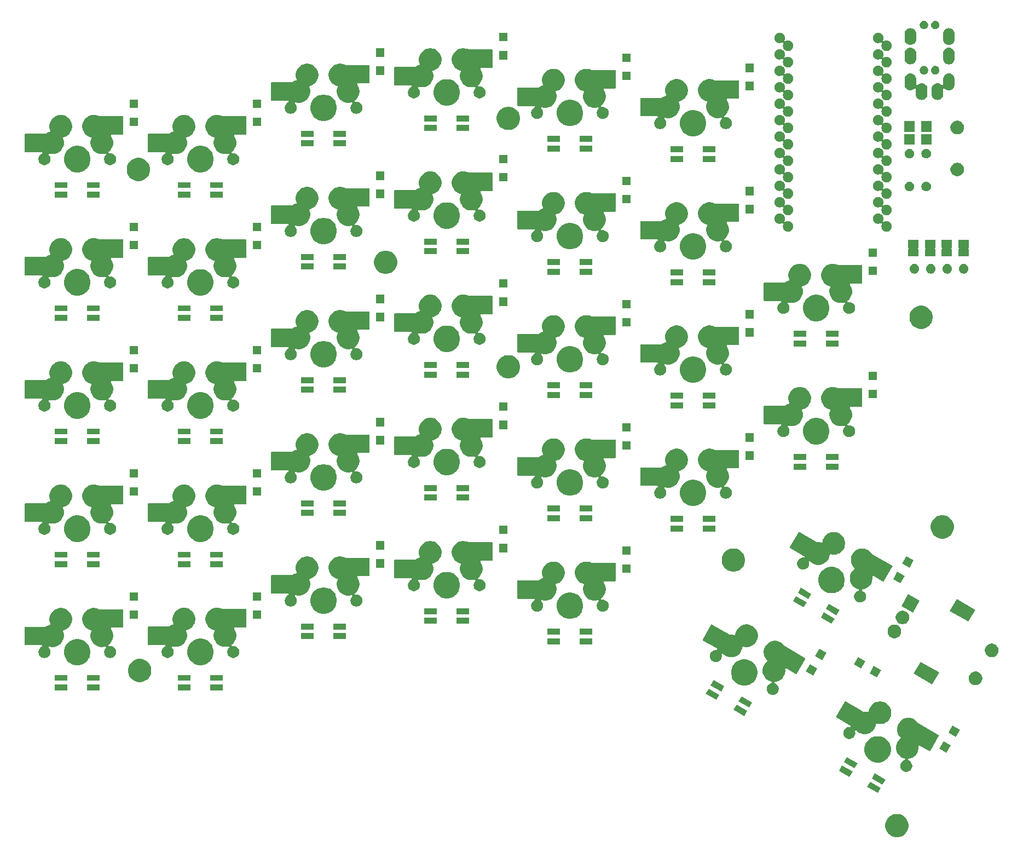
<source format=gbs>
G04 #@! TF.GenerationSoftware,KiCad,Pcbnew,(5.1.5)-3*
G04 #@! TF.CreationDate,2020-12-01T17:42:56-06:00*
G04 #@! TF.ProjectId,ZodiarkSplit,5a6f6469-6172-46b5-9370-6c69742e6b69,rev?*
G04 #@! TF.SameCoordinates,Original*
G04 #@! TF.FileFunction,Soldermask,Bot*
G04 #@! TF.FilePolarity,Negative*
%FSLAX46Y46*%
G04 Gerber Fmt 4.6, Leading zero omitted, Abs format (unit mm)*
G04 Created by KiCad (PCBNEW (5.1.5)-3) date 2020-12-01 17:42:56*
%MOMM*%
%LPD*%
G04 APERTURE LIST*
%ADD10C,0.100000*%
G04 APERTURE END LIST*
D10*
G36*
X167795331Y-171178211D02*
G01*
X168123092Y-171313974D01*
X168418070Y-171511072D01*
X168668928Y-171761930D01*
X168866026Y-172056908D01*
X169001789Y-172384669D01*
X169071000Y-172732616D01*
X169071000Y-173087384D01*
X169001789Y-173435331D01*
X168866026Y-173763092D01*
X168668928Y-174058070D01*
X168418070Y-174308928D01*
X168123092Y-174506026D01*
X167795331Y-174641789D01*
X167447384Y-174711000D01*
X167092616Y-174711000D01*
X166744669Y-174641789D01*
X166416908Y-174506026D01*
X166121930Y-174308928D01*
X165871072Y-174058070D01*
X165673974Y-173763092D01*
X165538211Y-173435331D01*
X165469000Y-173087384D01*
X165469000Y-172732616D01*
X165538211Y-172384669D01*
X165673974Y-172056908D01*
X165871072Y-171761930D01*
X166121930Y-171511072D01*
X166416908Y-171313974D01*
X166744669Y-171178211D01*
X167092616Y-171109000D01*
X167447384Y-171109000D01*
X167795331Y-171178211D01*
G37*
G36*
X164769155Y-167075781D02*
G01*
X164308154Y-167874258D01*
X162660973Y-166923257D01*
X163121974Y-166124780D01*
X164769155Y-167075781D01*
G37*
G36*
X165519155Y-165776743D02*
G01*
X165058154Y-166575220D01*
X163410973Y-165624219D01*
X163871974Y-164825742D01*
X165519155Y-165776743D01*
G37*
G36*
X160439027Y-164575781D02*
G01*
X159978026Y-165374258D01*
X158330845Y-164423257D01*
X158791846Y-163624780D01*
X160439027Y-164575781D01*
G37*
G36*
X169404968Y-156287949D02*
G01*
X169556703Y-156318131D01*
X169688696Y-156372804D01*
X169875363Y-156450124D01*
X170162151Y-156641750D01*
X170406046Y-156885645D01*
X170515595Y-157049596D01*
X170531141Y-157068538D01*
X170560450Y-157090307D01*
X170565862Y-157093209D01*
X173679208Y-158890701D01*
X173688611Y-158896763D01*
X173693085Y-158899969D01*
X173697723Y-158904036D01*
X173697728Y-158904040D01*
X173705284Y-158910666D01*
X173705291Y-158910673D01*
X173709928Y-158914740D01*
X173711574Y-158916497D01*
X173725205Y-158934262D01*
X173726487Y-158936325D01*
X173736381Y-158956389D01*
X173737238Y-158958665D01*
X173743031Y-158980283D01*
X173743426Y-158982675D01*
X173743829Y-158988830D01*
X173744454Y-158998348D01*
X173744890Y-159005011D01*
X173744811Y-159007429D01*
X173744006Y-159013542D01*
X173744006Y-159013551D01*
X173742694Y-159023514D01*
X173741888Y-159029634D01*
X173741339Y-159031988D01*
X173734143Y-159053183D01*
X173731868Y-159058205D01*
X173726752Y-159068164D01*
X172429817Y-161314522D01*
X172423739Y-161323950D01*
X172420541Y-161328411D01*
X172405779Y-161345245D01*
X172404014Y-161346898D01*
X172386255Y-161360525D01*
X172384202Y-161361802D01*
X172378676Y-161364527D01*
X172378663Y-161364535D01*
X172369648Y-161368980D01*
X172369637Y-161368984D01*
X172364107Y-161371711D01*
X172361846Y-161372562D01*
X172340222Y-161378356D01*
X172337839Y-161378750D01*
X172315504Y-161380213D01*
X172313081Y-161380134D01*
X172306966Y-161379329D01*
X172306961Y-161379329D01*
X172297003Y-161378018D01*
X172297001Y-161378018D01*
X172290888Y-161377213D01*
X172288523Y-161376661D01*
X172282691Y-161374681D01*
X172282685Y-161374680D01*
X172273171Y-161371450D01*
X172267329Y-161369467D01*
X172262332Y-161367203D01*
X172252332Y-161362067D01*
X170811677Y-160530304D01*
X170789357Y-160520191D01*
X170765493Y-160514626D01*
X170741002Y-160513825D01*
X170716825Y-160517816D01*
X170693891Y-160526448D01*
X170673082Y-160539388D01*
X170655198Y-160556138D01*
X170640925Y-160576056D01*
X170630812Y-160598376D01*
X170625247Y-160622240D01*
X170624446Y-160646731D01*
X170626579Y-160662938D01*
X170626807Y-160664084D01*
X170626807Y-161009005D01*
X170619768Y-161044392D01*
X170559517Y-161347293D01*
X170545881Y-161380213D01*
X170427524Y-161665953D01*
X170235898Y-161952741D01*
X169992003Y-162196636D01*
X169705215Y-162388262D01*
X169545760Y-162454310D01*
X169386555Y-162520255D01*
X169276868Y-162542073D01*
X169088178Y-162579606D01*
X169064729Y-162586719D01*
X169043118Y-162598270D01*
X169024176Y-162613815D01*
X169008631Y-162632757D01*
X168997080Y-162654368D01*
X168989967Y-162677817D01*
X168987565Y-162702203D01*
X168989967Y-162726589D01*
X168997080Y-162750038D01*
X169008631Y-162771649D01*
X169024176Y-162790591D01*
X169043118Y-162806136D01*
X169064720Y-162817682D01*
X169144285Y-162850639D01*
X169295950Y-162951978D01*
X169424931Y-163080959D01*
X169526270Y-163232624D01*
X169596074Y-163401146D01*
X169631659Y-163580047D01*
X169631659Y-163762453D01*
X169596074Y-163941354D01*
X169526270Y-164109876D01*
X169424931Y-164261541D01*
X169295950Y-164390522D01*
X169144285Y-164491861D01*
X168975763Y-164561665D01*
X168796862Y-164597250D01*
X168614456Y-164597250D01*
X168435555Y-164561665D01*
X168267033Y-164491861D01*
X168115368Y-164390522D01*
X167986387Y-164261541D01*
X167885048Y-164109876D01*
X167815244Y-163941354D01*
X167779659Y-163762453D01*
X167779659Y-163580047D01*
X167815244Y-163401146D01*
X167885048Y-163232624D01*
X167986387Y-163080959D01*
X168115368Y-162951978D01*
X168267033Y-162850639D01*
X168435555Y-162780835D01*
X168438994Y-162780151D01*
X168462433Y-162773041D01*
X168484044Y-162761490D01*
X168502986Y-162745945D01*
X168518531Y-162727004D01*
X168530083Y-162705393D01*
X168537196Y-162681944D01*
X168539598Y-162657558D01*
X168537196Y-162633172D01*
X168530083Y-162609723D01*
X168518532Y-162588112D01*
X168502987Y-162569170D01*
X168484046Y-162553625D01*
X168462435Y-162542073D01*
X168438986Y-162534960D01*
X168365059Y-162520255D01*
X168046399Y-162388262D01*
X167759611Y-162196636D01*
X167515716Y-161952741D01*
X167324090Y-161665953D01*
X167205733Y-161380213D01*
X167192097Y-161347293D01*
X167131846Y-161044392D01*
X167124807Y-161009005D01*
X167124807Y-160664085D01*
X167188801Y-160342367D01*
X167192097Y-160325797D01*
X167263188Y-160154169D01*
X167324090Y-160007137D01*
X167515716Y-159720349D01*
X167759612Y-159476453D01*
X167803616Y-159447050D01*
X167822557Y-159431505D01*
X167838102Y-159412563D01*
X167849653Y-159390952D01*
X167856766Y-159367503D01*
X167859168Y-159343117D01*
X167856766Y-159318731D01*
X167849653Y-159295282D01*
X167838101Y-159273671D01*
X167822557Y-159254730D01*
X167685864Y-159118037D01*
X167494238Y-158831249D01*
X167389448Y-158578262D01*
X167362245Y-158512589D01*
X167324165Y-158321146D01*
X167294955Y-158174301D01*
X167294955Y-157829381D01*
X167353055Y-157537293D01*
X167362245Y-157491093D01*
X167452195Y-157273935D01*
X167494238Y-157172433D01*
X167685864Y-156885645D01*
X167929759Y-156641750D01*
X168216547Y-156450124D01*
X168403214Y-156372804D01*
X168535207Y-156318131D01*
X168686942Y-156287949D01*
X168873495Y-156250841D01*
X169218415Y-156250841D01*
X169404968Y-156287949D01*
G37*
G36*
X161189027Y-163276743D02*
G01*
X160728026Y-164075220D01*
X159080845Y-163124219D01*
X159541846Y-162325742D01*
X161189027Y-163276743D01*
G37*
G36*
X164902724Y-159164934D02*
G01*
X165037106Y-159220597D01*
X165274873Y-159319083D01*
X165609798Y-159542873D01*
X165894627Y-159827702D01*
X166118417Y-160162627D01*
X166118417Y-160162628D01*
X166272566Y-160534776D01*
X166351150Y-160929844D01*
X166351150Y-161332656D01*
X166272566Y-161727724D01*
X166200944Y-161900635D01*
X166118417Y-162099873D01*
X165894627Y-162434798D01*
X165609798Y-162719627D01*
X165274873Y-162943417D01*
X165254202Y-162951979D01*
X164902724Y-163097566D01*
X164507656Y-163176150D01*
X164104844Y-163176150D01*
X163709776Y-163097566D01*
X163358298Y-162951979D01*
X163337627Y-162943417D01*
X163002702Y-162719627D01*
X162717873Y-162434798D01*
X162494083Y-162099873D01*
X162411556Y-161900635D01*
X162339934Y-161727724D01*
X162261350Y-161332656D01*
X162261350Y-160929844D01*
X162339934Y-160534776D01*
X162494083Y-160162628D01*
X162494083Y-160162627D01*
X162717873Y-159827702D01*
X163002702Y-159542873D01*
X163337627Y-159319083D01*
X163575394Y-159220597D01*
X163709776Y-159164934D01*
X164104844Y-159086350D01*
X164507656Y-159086350D01*
X164902724Y-159164934D01*
G37*
G36*
X175608033Y-160517903D02*
G01*
X174957033Y-161645469D01*
X173829467Y-160994469D01*
X174480467Y-159866903D01*
X175608033Y-160517903D01*
G37*
G36*
X165044530Y-153755701D02*
G01*
X165157293Y-153778131D01*
X165289286Y-153832804D01*
X165475953Y-153910124D01*
X165762741Y-154101750D01*
X166006636Y-154345645D01*
X166198262Y-154632433D01*
X166213396Y-154668970D01*
X166330255Y-154951093D01*
X166351760Y-155059207D01*
X166397545Y-155289381D01*
X166397545Y-155634301D01*
X166356180Y-155842254D01*
X166330255Y-155972589D01*
X166285535Y-156080553D01*
X166198262Y-156291249D01*
X166006636Y-156578037D01*
X165762741Y-156821932D01*
X165475953Y-157013558D01*
X165316392Y-157079650D01*
X165157293Y-157145551D01*
X165049818Y-157166929D01*
X164819005Y-157212841D01*
X164474085Y-157212841D01*
X164164632Y-157151287D01*
X164140246Y-157148885D01*
X164115860Y-157151287D01*
X164092411Y-157158400D01*
X164070800Y-157169951D01*
X164051858Y-157185496D01*
X164036313Y-157204438D01*
X164024762Y-157226049D01*
X164017649Y-157249498D01*
X164013243Y-157271646D01*
X163960403Y-157537293D01*
X163939364Y-157588086D01*
X163828410Y-157855953D01*
X163636784Y-158142741D01*
X163392889Y-158386636D01*
X163106101Y-158578262D01*
X162924694Y-158653403D01*
X162787441Y-158710255D01*
X162734156Y-158720854D01*
X162449153Y-158777545D01*
X162104233Y-158777545D01*
X161819230Y-158720854D01*
X161765945Y-158710255D01*
X161628692Y-158653403D01*
X161447285Y-158578262D01*
X161160497Y-158386636D01*
X161014698Y-158240837D01*
X160995756Y-158225292D01*
X160974145Y-158213741D01*
X160950696Y-158206628D01*
X160926310Y-158204226D01*
X160901924Y-158206628D01*
X160878475Y-158213741D01*
X160856864Y-158225292D01*
X160837922Y-158240837D01*
X160822377Y-158259779D01*
X160810826Y-158281390D01*
X160803713Y-158304839D01*
X160801311Y-158329225D01*
X160803712Y-158353605D01*
X160815496Y-158412848D01*
X160830799Y-158489778D01*
X160832841Y-158500047D01*
X160832841Y-158682453D01*
X160797256Y-158861354D01*
X160727452Y-159029876D01*
X160626113Y-159181541D01*
X160497132Y-159310522D01*
X160345467Y-159411861D01*
X160176945Y-159481665D01*
X159998044Y-159517250D01*
X159815638Y-159517250D01*
X159636737Y-159481665D01*
X159468215Y-159411861D01*
X159316550Y-159310522D01*
X159187569Y-159181541D01*
X159086230Y-159029876D01*
X159016426Y-158861354D01*
X158980841Y-158682453D01*
X158980841Y-158500047D01*
X159016426Y-158321146D01*
X159086230Y-158152624D01*
X159187569Y-158000959D01*
X159316550Y-157871978D01*
X159468215Y-157770639D01*
X159636737Y-157700835D01*
X159815638Y-157665250D01*
X159982756Y-157665250D01*
X160007142Y-157662848D01*
X160030591Y-157655735D01*
X160052202Y-157644184D01*
X160071144Y-157628639D01*
X160086689Y-157609697D01*
X160098240Y-157588086D01*
X160105353Y-157564637D01*
X160107755Y-157540251D01*
X160105353Y-157515865D01*
X160098240Y-157492416D01*
X160086689Y-157470805D01*
X160071144Y-157451863D01*
X160045256Y-157431999D01*
X157917266Y-156203403D01*
X157907863Y-156197341D01*
X157903389Y-156194135D01*
X157898751Y-156190068D01*
X157898746Y-156190064D01*
X157891190Y-156183438D01*
X157891183Y-156183431D01*
X157886546Y-156179364D01*
X157884900Y-156177607D01*
X157871269Y-156159842D01*
X157869987Y-156157779D01*
X157860093Y-156137715D01*
X157859236Y-156135439D01*
X157853443Y-156113821D01*
X157853048Y-156111429D01*
X157851584Y-156089093D01*
X157851663Y-156086675D01*
X157852468Y-156080562D01*
X157852468Y-156080553D01*
X157853780Y-156070590D01*
X157853781Y-156070586D01*
X157854586Y-156064470D01*
X157855135Y-156062116D01*
X157862331Y-156040921D01*
X157864606Y-156035899D01*
X157869722Y-156025940D01*
X159166657Y-153779582D01*
X159172735Y-153770154D01*
X159175933Y-153765693D01*
X159190695Y-153748859D01*
X159192460Y-153747206D01*
X159210219Y-153733579D01*
X159212272Y-153732302D01*
X159217798Y-153729577D01*
X159217811Y-153729569D01*
X159226826Y-153725124D01*
X159226837Y-153725120D01*
X159232367Y-153722393D01*
X159234628Y-153721542D01*
X159256252Y-153715748D01*
X159258635Y-153715354D01*
X159280970Y-153713891D01*
X159283393Y-153713970D01*
X159289508Y-153714775D01*
X159289513Y-153714775D01*
X159299471Y-153716086D01*
X159299473Y-153716086D01*
X159305586Y-153716891D01*
X159307951Y-153717443D01*
X159313783Y-153719423D01*
X159313789Y-153719424D01*
X159322534Y-153722393D01*
X159329145Y-153724637D01*
X159334142Y-153726901D01*
X159344142Y-153732037D01*
X161999038Y-155264842D01*
X162021358Y-155274955D01*
X162045222Y-155280520D01*
X162069713Y-155281321D01*
X162085924Y-155279187D01*
X162104233Y-155275545D01*
X162449153Y-155275545D01*
X162758606Y-155337099D01*
X162782992Y-155339501D01*
X162807378Y-155337099D01*
X162830827Y-155329986D01*
X162852438Y-155318435D01*
X162871380Y-155302890D01*
X162886925Y-155283948D01*
X162898476Y-155262337D01*
X162905589Y-155238888D01*
X162941250Y-155059607D01*
X162962835Y-154951093D01*
X163079694Y-154668970D01*
X163094828Y-154632433D01*
X163286454Y-154345645D01*
X163530349Y-154101750D01*
X163817137Y-153910124D01*
X164003804Y-153832804D01*
X164135797Y-153778131D01*
X164248560Y-153755701D01*
X164474085Y-153710841D01*
X164819005Y-153710841D01*
X165044530Y-153755701D01*
G37*
G36*
X177008033Y-158093031D02*
G01*
X176357033Y-159220597D01*
X175229467Y-158569597D01*
X175880467Y-157442031D01*
X177008033Y-158093031D01*
G37*
G36*
X144131655Y-155169531D02*
G01*
X143670654Y-155968008D01*
X142023473Y-155017007D01*
X142484474Y-154218530D01*
X144131655Y-155169531D01*
G37*
G36*
X144881655Y-153870493D02*
G01*
X144420654Y-154668970D01*
X142773473Y-153717969D01*
X143234474Y-152919492D01*
X144881655Y-153870493D01*
G37*
G36*
X139801527Y-152669531D02*
G01*
X139340526Y-153468008D01*
X137693345Y-152517007D01*
X138154346Y-151718530D01*
X139801527Y-152669531D01*
G37*
G36*
X148767468Y-144381699D02*
G01*
X148919203Y-144411881D01*
X149045768Y-144464306D01*
X149237863Y-144543874D01*
X149524651Y-144735500D01*
X149768546Y-144979395D01*
X149878095Y-145143346D01*
X149893641Y-145162288D01*
X149922950Y-145184057D01*
X149928362Y-145186959D01*
X153041708Y-146984451D01*
X153051111Y-146990513D01*
X153055585Y-146993719D01*
X153060223Y-146997786D01*
X153060228Y-146997790D01*
X153067784Y-147004416D01*
X153067791Y-147004423D01*
X153072428Y-147008490D01*
X153074074Y-147010247D01*
X153087705Y-147028012D01*
X153088987Y-147030075D01*
X153098881Y-147050139D01*
X153099738Y-147052415D01*
X153105531Y-147074033D01*
X153105926Y-147076425D01*
X153106329Y-147082580D01*
X153106954Y-147092098D01*
X153107390Y-147098761D01*
X153107311Y-147101179D01*
X153106506Y-147107292D01*
X153106506Y-147107301D01*
X153105194Y-147117264D01*
X153104388Y-147123384D01*
X153103839Y-147125738D01*
X153096643Y-147146933D01*
X153094368Y-147151955D01*
X153089252Y-147161914D01*
X151792317Y-149408272D01*
X151786239Y-149417700D01*
X151783041Y-149422161D01*
X151768279Y-149438995D01*
X151766514Y-149440648D01*
X151748755Y-149454275D01*
X151746702Y-149455552D01*
X151741176Y-149458277D01*
X151741163Y-149458285D01*
X151732148Y-149462730D01*
X151732137Y-149462734D01*
X151726607Y-149465461D01*
X151724346Y-149466312D01*
X151702722Y-149472106D01*
X151700339Y-149472500D01*
X151678004Y-149473963D01*
X151675581Y-149473884D01*
X151669466Y-149473079D01*
X151669461Y-149473079D01*
X151659503Y-149471768D01*
X151659501Y-149471768D01*
X151653388Y-149470963D01*
X151651023Y-149470411D01*
X151645191Y-149468431D01*
X151645185Y-149468430D01*
X151635671Y-149465200D01*
X151629829Y-149463217D01*
X151624832Y-149460953D01*
X151614832Y-149455817D01*
X150174177Y-148624054D01*
X150151857Y-148613941D01*
X150127993Y-148608376D01*
X150103502Y-148607575D01*
X150079325Y-148611566D01*
X150056391Y-148620198D01*
X150035582Y-148633138D01*
X150017698Y-148649888D01*
X150003425Y-148669806D01*
X149993312Y-148692126D01*
X149987747Y-148715990D01*
X149986946Y-148740481D01*
X149989079Y-148756688D01*
X149989307Y-148757834D01*
X149989307Y-149102755D01*
X149970723Y-149196180D01*
X149922017Y-149441043D01*
X149908381Y-149473963D01*
X149790024Y-149759703D01*
X149598398Y-150046491D01*
X149354503Y-150290386D01*
X149067715Y-150482012D01*
X148908260Y-150548060D01*
X148749055Y-150614005D01*
X148639368Y-150635823D01*
X148450678Y-150673356D01*
X148427229Y-150680469D01*
X148405618Y-150692020D01*
X148386676Y-150707565D01*
X148371131Y-150726507D01*
X148359580Y-150748118D01*
X148352467Y-150771567D01*
X148350065Y-150795953D01*
X148352467Y-150820339D01*
X148359580Y-150843788D01*
X148371131Y-150865399D01*
X148386676Y-150884341D01*
X148405618Y-150899886D01*
X148427220Y-150911432D01*
X148506785Y-150944389D01*
X148658450Y-151045728D01*
X148787431Y-151174709D01*
X148888770Y-151326374D01*
X148958574Y-151494896D01*
X148994159Y-151673797D01*
X148994159Y-151856203D01*
X148958574Y-152035104D01*
X148888770Y-152203626D01*
X148787431Y-152355291D01*
X148658450Y-152484272D01*
X148506785Y-152585611D01*
X148338263Y-152655415D01*
X148159362Y-152691000D01*
X147976956Y-152691000D01*
X147798055Y-152655415D01*
X147629533Y-152585611D01*
X147477868Y-152484272D01*
X147348887Y-152355291D01*
X147247548Y-152203626D01*
X147177744Y-152035104D01*
X147142159Y-151856203D01*
X147142159Y-151673797D01*
X147177744Y-151494896D01*
X147247548Y-151326374D01*
X147348887Y-151174709D01*
X147477868Y-151045728D01*
X147629533Y-150944389D01*
X147798055Y-150874585D01*
X147801494Y-150873901D01*
X147824933Y-150866791D01*
X147846544Y-150855240D01*
X147865486Y-150839695D01*
X147881031Y-150820754D01*
X147892583Y-150799143D01*
X147899696Y-150775694D01*
X147902098Y-150751308D01*
X147899696Y-150726922D01*
X147892583Y-150703473D01*
X147881032Y-150681862D01*
X147865487Y-150662920D01*
X147846546Y-150647375D01*
X147824935Y-150635823D01*
X147801486Y-150628710D01*
X147727559Y-150614005D01*
X147408899Y-150482012D01*
X147122111Y-150290386D01*
X146878216Y-150046491D01*
X146686590Y-149759703D01*
X146568233Y-149473963D01*
X146554597Y-149441043D01*
X146505891Y-149196180D01*
X146487307Y-149102755D01*
X146487307Y-148757835D01*
X146551301Y-148436117D01*
X146554597Y-148419547D01*
X146628153Y-148241967D01*
X146686590Y-148100887D01*
X146878216Y-147814099D01*
X147122112Y-147570203D01*
X147166116Y-147540800D01*
X147185057Y-147525255D01*
X147200602Y-147506313D01*
X147212153Y-147484702D01*
X147219266Y-147461253D01*
X147221668Y-147436867D01*
X147219266Y-147412481D01*
X147212153Y-147389032D01*
X147200601Y-147367421D01*
X147185057Y-147348480D01*
X147048364Y-147211787D01*
X146856738Y-146924999D01*
X146767177Y-146708778D01*
X146724745Y-146606339D01*
X146686665Y-146414896D01*
X146657455Y-146268051D01*
X146657455Y-145923131D01*
X146715555Y-145631043D01*
X146724745Y-145584843D01*
X146792956Y-145420167D01*
X146856738Y-145266183D01*
X147048364Y-144979395D01*
X147292259Y-144735500D01*
X147579047Y-144543874D01*
X147771142Y-144464306D01*
X147897707Y-144411881D01*
X148049442Y-144381699D01*
X148235995Y-144344591D01*
X148580915Y-144344591D01*
X148767468Y-144381699D01*
G37*
G36*
X140551527Y-151370493D02*
G01*
X140090526Y-152168970D01*
X138443345Y-151217969D01*
X138904346Y-150419492D01*
X140551527Y-151370493D01*
G37*
G36*
X62982250Y-152023500D02*
G01*
X61080250Y-152023500D01*
X61080250Y-151101500D01*
X62982250Y-151101500D01*
X62982250Y-152023500D01*
G37*
G36*
X43932250Y-152023500D02*
G01*
X42030250Y-152023500D01*
X42030250Y-151101500D01*
X43932250Y-151101500D01*
X43932250Y-152023500D01*
G37*
G36*
X57982250Y-152023500D02*
G01*
X56080250Y-152023500D01*
X56080250Y-151101500D01*
X57982250Y-151101500D01*
X57982250Y-152023500D01*
G37*
G36*
X38932250Y-152023500D02*
G01*
X37030250Y-152023500D01*
X37030250Y-151101500D01*
X38932250Y-151101500D01*
X38932250Y-152023500D01*
G37*
G36*
X144265224Y-147258684D02*
G01*
X144399606Y-147314347D01*
X144637373Y-147412833D01*
X144972298Y-147636623D01*
X145257127Y-147921452D01*
X145480917Y-148256377D01*
X145480917Y-148256378D01*
X145635066Y-148628526D01*
X145713650Y-149023594D01*
X145713650Y-149426406D01*
X145635066Y-149821474D01*
X145563444Y-149994385D01*
X145480917Y-150193623D01*
X145257127Y-150528548D01*
X144972298Y-150813377D01*
X144637373Y-151037167D01*
X144584786Y-151058949D01*
X144265224Y-151191316D01*
X143870156Y-151269900D01*
X143467344Y-151269900D01*
X143072276Y-151191316D01*
X142752714Y-151058949D01*
X142700127Y-151037167D01*
X142365202Y-150813377D01*
X142080373Y-150528548D01*
X141856583Y-150193623D01*
X141774056Y-149994385D01*
X141702434Y-149821474D01*
X141623850Y-149426406D01*
X141623850Y-149023594D01*
X141702434Y-148628526D01*
X141856583Y-148256378D01*
X141856583Y-148256377D01*
X142080373Y-147921452D01*
X142365202Y-147636623D01*
X142700127Y-147412833D01*
X142937894Y-147314347D01*
X143072276Y-147258684D01*
X143467344Y-147180100D01*
X143870156Y-147180100D01*
X144265224Y-147258684D01*
G37*
G36*
X179743742Y-149116953D02*
G01*
X179935011Y-149196179D01*
X179935013Y-149196180D01*
X179981960Y-149227549D01*
X180107151Y-149311199D01*
X180253543Y-149457591D01*
X180368563Y-149629731D01*
X180447789Y-149821000D01*
X180488178Y-150024048D01*
X180488178Y-150231080D01*
X180447789Y-150434128D01*
X180376293Y-150606734D01*
X180368562Y-150625399D01*
X180253543Y-150797537D01*
X180107151Y-150943929D01*
X179935013Y-151058948D01*
X179935012Y-151058949D01*
X179935011Y-151058949D01*
X179743742Y-151138175D01*
X179540694Y-151178564D01*
X179333662Y-151178564D01*
X179130614Y-151138175D01*
X178939345Y-151058949D01*
X178939344Y-151058949D01*
X178939343Y-151058948D01*
X178767205Y-150943929D01*
X178620813Y-150797537D01*
X178505794Y-150625399D01*
X178498063Y-150606734D01*
X178426567Y-150434128D01*
X178386178Y-150231080D01*
X178386178Y-150024048D01*
X178426567Y-149821000D01*
X178505793Y-149629731D01*
X178620813Y-149457591D01*
X178767205Y-149311199D01*
X178892396Y-149227549D01*
X178939343Y-149196180D01*
X178939345Y-149196179D01*
X179130614Y-149116953D01*
X179333662Y-149076564D01*
X179540694Y-149076564D01*
X179743742Y-149116953D01*
G37*
G36*
X173780309Y-149227549D02*
G01*
X172729308Y-151047936D01*
X169869691Y-149396935D01*
X170920692Y-147576548D01*
X173780309Y-149227549D01*
G37*
G36*
X50665331Y-147198211D02*
G01*
X50993092Y-147333974D01*
X51288070Y-147531072D01*
X51538928Y-147781930D01*
X51736026Y-148076908D01*
X51871789Y-148404669D01*
X51941000Y-148752616D01*
X51941000Y-149107384D01*
X51871789Y-149455331D01*
X51736026Y-149783092D01*
X51538928Y-150078070D01*
X51288070Y-150328928D01*
X50993092Y-150526026D01*
X50665331Y-150661789D01*
X50317384Y-150731000D01*
X49962616Y-150731000D01*
X49614669Y-150661789D01*
X49286908Y-150526026D01*
X48991930Y-150328928D01*
X48741072Y-150078070D01*
X48543974Y-149783092D01*
X48408211Y-149455331D01*
X48339000Y-149107384D01*
X48339000Y-148752616D01*
X48408211Y-148404669D01*
X48543974Y-148076908D01*
X48741072Y-147781930D01*
X48991930Y-147531072D01*
X49286908Y-147333974D01*
X49614669Y-147198211D01*
X49962616Y-147129000D01*
X50317384Y-147129000D01*
X50665331Y-147198211D01*
G37*
G36*
X43932250Y-150523500D02*
G01*
X42030250Y-150523500D01*
X42030250Y-149601500D01*
X43932250Y-149601500D01*
X43932250Y-150523500D01*
G37*
G36*
X38932250Y-150523500D02*
G01*
X37030250Y-150523500D01*
X37030250Y-149601500D01*
X38932250Y-149601500D01*
X38932250Y-150523500D01*
G37*
G36*
X57982250Y-150523500D02*
G01*
X56080250Y-150523500D01*
X56080250Y-149601500D01*
X57982250Y-149601500D01*
X57982250Y-150523500D01*
G37*
G36*
X62982250Y-150523500D02*
G01*
X61080250Y-150523500D01*
X61080250Y-149601500D01*
X62982250Y-149601500D01*
X62982250Y-150523500D01*
G37*
G36*
X164820469Y-148892967D02*
G01*
X164169469Y-150020533D01*
X163041903Y-149369533D01*
X163692903Y-148241967D01*
X164820469Y-148892967D01*
G37*
G36*
X154970533Y-148611653D02*
G01*
X154319533Y-149739219D01*
X153191967Y-149088219D01*
X153842967Y-147960653D01*
X154970533Y-148611653D01*
G37*
G36*
X162395597Y-147492967D02*
G01*
X161744597Y-148620533D01*
X160617031Y-147969533D01*
X161268031Y-146841967D01*
X162395597Y-147492967D01*
G37*
G36*
X41076474Y-144113684D02*
G01*
X41282503Y-144199024D01*
X41448623Y-144267833D01*
X41783548Y-144491623D01*
X42068377Y-144776452D01*
X42292167Y-145111377D01*
X42348256Y-145246788D01*
X42446316Y-145483526D01*
X42524900Y-145878594D01*
X42524900Y-146281406D01*
X42446316Y-146676474D01*
X42386674Y-146820462D01*
X42292167Y-147048623D01*
X42068377Y-147383548D01*
X41783548Y-147668377D01*
X41448623Y-147892167D01*
X41294474Y-147956017D01*
X41076474Y-148046316D01*
X40681406Y-148124900D01*
X40278594Y-148124900D01*
X39883526Y-148046316D01*
X39665526Y-147956017D01*
X39511377Y-147892167D01*
X39176452Y-147668377D01*
X38891623Y-147383548D01*
X38667833Y-147048623D01*
X38573326Y-146820462D01*
X38513684Y-146676474D01*
X38435100Y-146281406D01*
X38435100Y-145878594D01*
X38513684Y-145483526D01*
X38611744Y-145246788D01*
X38667833Y-145111377D01*
X38891623Y-144776452D01*
X39176452Y-144491623D01*
X39511377Y-144267833D01*
X39677497Y-144199024D01*
X39883526Y-144113684D01*
X40278594Y-144035100D01*
X40681406Y-144035100D01*
X41076474Y-144113684D01*
G37*
G36*
X60127724Y-144083684D02*
G01*
X60317604Y-144162335D01*
X60499873Y-144237833D01*
X60834798Y-144461623D01*
X61119627Y-144746452D01*
X61343417Y-145081377D01*
X61402373Y-145223710D01*
X61497566Y-145453526D01*
X61576150Y-145848594D01*
X61576150Y-146251406D01*
X61497566Y-146646474D01*
X61423015Y-146826456D01*
X61343417Y-147018623D01*
X61119627Y-147353548D01*
X60834798Y-147638377D01*
X60499873Y-147862167D01*
X60356746Y-147921452D01*
X60127724Y-148016316D01*
X59732656Y-148094900D01*
X59329844Y-148094900D01*
X58934776Y-148016316D01*
X58705754Y-147921452D01*
X58562627Y-147862167D01*
X58227702Y-147638377D01*
X57942873Y-147353548D01*
X57719083Y-147018623D01*
X57639485Y-146826456D01*
X57564934Y-146646474D01*
X57486350Y-146251406D01*
X57486350Y-145848594D01*
X57564934Y-145453526D01*
X57660127Y-145223710D01*
X57719083Y-145081377D01*
X57942873Y-144746452D01*
X58227702Y-144461623D01*
X58562627Y-144237833D01*
X58744896Y-144162335D01*
X58934776Y-144083684D01*
X59329844Y-144005100D01*
X59732656Y-144005100D01*
X60127724Y-144083684D01*
G37*
G36*
X144407030Y-141849451D02*
G01*
X144519793Y-141871881D01*
X144641107Y-141922131D01*
X144838453Y-142003874D01*
X145125241Y-142195500D01*
X145369136Y-142439395D01*
X145560762Y-142726183D01*
X145611026Y-142847531D01*
X145692755Y-143044843D01*
X145714260Y-143152957D01*
X145760045Y-143383131D01*
X145760045Y-143728051D01*
X145718680Y-143936004D01*
X145692755Y-144066339D01*
X145650510Y-144168327D01*
X145560762Y-144384999D01*
X145369136Y-144671787D01*
X145125241Y-144915682D01*
X144838453Y-145107308D01*
X144678892Y-145173400D01*
X144519793Y-145239301D01*
X144418804Y-145259389D01*
X144181505Y-145306591D01*
X143836585Y-145306591D01*
X143527132Y-145245037D01*
X143502746Y-145242635D01*
X143478360Y-145245037D01*
X143454911Y-145252150D01*
X143433300Y-145263701D01*
X143414358Y-145279246D01*
X143398813Y-145298188D01*
X143387262Y-145319799D01*
X143380149Y-145343248D01*
X143367048Y-145409109D01*
X143322903Y-145631043D01*
X143292912Y-145703447D01*
X143190910Y-145949703D01*
X142999284Y-146236491D01*
X142755389Y-146480386D01*
X142468601Y-146672012D01*
X142331451Y-146728821D01*
X142149941Y-146804005D01*
X142096656Y-146814604D01*
X141811653Y-146871295D01*
X141466733Y-146871295D01*
X141181730Y-146814604D01*
X141128445Y-146804005D01*
X140946935Y-146728821D01*
X140809785Y-146672012D01*
X140522997Y-146480386D01*
X140377198Y-146334587D01*
X140358256Y-146319042D01*
X140336645Y-146307491D01*
X140313196Y-146300378D01*
X140288810Y-146297976D01*
X140264424Y-146300378D01*
X140240975Y-146307491D01*
X140219364Y-146319042D01*
X140200422Y-146334587D01*
X140184877Y-146353529D01*
X140173326Y-146375140D01*
X140166213Y-146398589D01*
X140163811Y-146422975D01*
X140166212Y-146447355D01*
X140180389Y-146518626D01*
X140193299Y-146583528D01*
X140195341Y-146593797D01*
X140195341Y-146776203D01*
X140159756Y-146955104D01*
X140089952Y-147123626D01*
X139988613Y-147275291D01*
X139859632Y-147404272D01*
X139707967Y-147505611D01*
X139539445Y-147575415D01*
X139360544Y-147611000D01*
X139178138Y-147611000D01*
X138999237Y-147575415D01*
X138830715Y-147505611D01*
X138679050Y-147404272D01*
X138550069Y-147275291D01*
X138448730Y-147123626D01*
X138378926Y-146955104D01*
X138343341Y-146776203D01*
X138343341Y-146593797D01*
X138378926Y-146414896D01*
X138448730Y-146246374D01*
X138550069Y-146094709D01*
X138679050Y-145965728D01*
X138830715Y-145864389D01*
X138999237Y-145794585D01*
X139178138Y-145759000D01*
X139345256Y-145759000D01*
X139369642Y-145756598D01*
X139393091Y-145749485D01*
X139414702Y-145737934D01*
X139433644Y-145722389D01*
X139449189Y-145703447D01*
X139460740Y-145681836D01*
X139467853Y-145658387D01*
X139470255Y-145634001D01*
X139467853Y-145609615D01*
X139460740Y-145586166D01*
X139449189Y-145564555D01*
X139433644Y-145545613D01*
X139407756Y-145525749D01*
X137279766Y-144297153D01*
X137270363Y-144291091D01*
X137265889Y-144287885D01*
X137261251Y-144283818D01*
X137261246Y-144283814D01*
X137253690Y-144277188D01*
X137253683Y-144277181D01*
X137249046Y-144273114D01*
X137247400Y-144271357D01*
X137233769Y-144253592D01*
X137232487Y-144251529D01*
X137222593Y-144231465D01*
X137221736Y-144229189D01*
X137215943Y-144207571D01*
X137215548Y-144205179D01*
X137214084Y-144182843D01*
X137214163Y-144180425D01*
X137214968Y-144174312D01*
X137214968Y-144174303D01*
X137216280Y-144164340D01*
X137216281Y-144164336D01*
X137217086Y-144158220D01*
X137217635Y-144155866D01*
X137224831Y-144134671D01*
X137227106Y-144129649D01*
X137232222Y-144119690D01*
X138529157Y-141873332D01*
X138535235Y-141863904D01*
X138538433Y-141859443D01*
X138553195Y-141842609D01*
X138554960Y-141840956D01*
X138572719Y-141827329D01*
X138574772Y-141826052D01*
X138580298Y-141823327D01*
X138580311Y-141823319D01*
X138589326Y-141818874D01*
X138589337Y-141818870D01*
X138594867Y-141816143D01*
X138597128Y-141815292D01*
X138618752Y-141809498D01*
X138621135Y-141809104D01*
X138643470Y-141807641D01*
X138645893Y-141807720D01*
X138652008Y-141808525D01*
X138652013Y-141808525D01*
X138661971Y-141809836D01*
X138661973Y-141809836D01*
X138668086Y-141810641D01*
X138670451Y-141811193D01*
X138676283Y-141813173D01*
X138676289Y-141813174D01*
X138685034Y-141816143D01*
X138691645Y-141818387D01*
X138696642Y-141820651D01*
X138706642Y-141825787D01*
X141361538Y-143358592D01*
X141383858Y-143368705D01*
X141407722Y-143374270D01*
X141432213Y-143375071D01*
X141448424Y-143372937D01*
X141466733Y-143369295D01*
X141811653Y-143369295D01*
X142121106Y-143430849D01*
X142145492Y-143433251D01*
X142169878Y-143430849D01*
X142193327Y-143423736D01*
X142214938Y-143412185D01*
X142233880Y-143396640D01*
X142249425Y-143377698D01*
X142260976Y-143356087D01*
X142268089Y-143332638D01*
X142303750Y-143153357D01*
X142325335Y-143044843D01*
X142407064Y-142847531D01*
X142457328Y-142726183D01*
X142648954Y-142439395D01*
X142892849Y-142195500D01*
X143179637Y-142003874D01*
X143376983Y-141922131D01*
X143498297Y-141871881D01*
X143611060Y-141849451D01*
X143836585Y-141804591D01*
X144181505Y-141804591D01*
X144407030Y-141849451D01*
G37*
G36*
X156370533Y-146186781D02*
G01*
X155719533Y-147314347D01*
X154591967Y-146663347D01*
X155242967Y-145535781D01*
X156370533Y-146186781D01*
G37*
G36*
X38336487Y-139293562D02*
G01*
X38450748Y-139316290D01*
X38571528Y-139366319D01*
X38769408Y-139448283D01*
X39056196Y-139639909D01*
X39300091Y-139883804D01*
X39491717Y-140170592D01*
X39553685Y-140320197D01*
X39623710Y-140489252D01*
X39626419Y-140502871D01*
X39691000Y-140827540D01*
X39691000Y-141172460D01*
X39656496Y-141345920D01*
X39623710Y-141510748D01*
X39582736Y-141609668D01*
X39491717Y-141829408D01*
X39300091Y-142116196D01*
X39056196Y-142360091D01*
X38769408Y-142551717D01*
X38602648Y-142620791D01*
X38450748Y-142683710D01*
X38431116Y-142687615D01*
X38378249Y-142698131D01*
X38354800Y-142705244D01*
X38333189Y-142716795D01*
X38314247Y-142732341D01*
X38298702Y-142751282D01*
X38287151Y-142772893D01*
X38280038Y-142796342D01*
X38277636Y-142820728D01*
X38280038Y-142845114D01*
X38287151Y-142868563D01*
X38353710Y-143029252D01*
X38421000Y-143367540D01*
X38421000Y-143712460D01*
X38376740Y-143934967D01*
X38353710Y-144050748D01*
X38305007Y-144168327D01*
X38221717Y-144369408D01*
X38030091Y-144656196D01*
X37786196Y-144900091D01*
X37499408Y-145091717D01*
X37326986Y-145163136D01*
X37180748Y-145223710D01*
X37077557Y-145244236D01*
X36842460Y-145291000D01*
X36497540Y-145291000D01*
X36297831Y-145251275D01*
X36181441Y-145228124D01*
X36157058Y-145225722D01*
X36132672Y-145228124D01*
X36109223Y-145235237D01*
X36087612Y-145246788D01*
X36068670Y-145262333D01*
X36053125Y-145281275D01*
X36041574Y-145302886D01*
X36034461Y-145326335D01*
X36032059Y-145350721D01*
X36034461Y-145375107D01*
X36041574Y-145398556D01*
X36053125Y-145420167D01*
X36068661Y-145439098D01*
X36119272Y-145489709D01*
X36220611Y-145641374D01*
X36290415Y-145809896D01*
X36326000Y-145988797D01*
X36326000Y-146171203D01*
X36290415Y-146350104D01*
X36220611Y-146518626D01*
X36119272Y-146670291D01*
X35990291Y-146799272D01*
X35838626Y-146900611D01*
X35670104Y-146970415D01*
X35491203Y-147006000D01*
X35308797Y-147006000D01*
X35129896Y-146970415D01*
X34961374Y-146900611D01*
X34809709Y-146799272D01*
X34680728Y-146670291D01*
X34579389Y-146518626D01*
X34509585Y-146350104D01*
X34474000Y-146171203D01*
X34474000Y-145988797D01*
X34509585Y-145809896D01*
X34579389Y-145641374D01*
X34680728Y-145489709D01*
X34809709Y-145360728D01*
X34961374Y-145259389D01*
X34990484Y-145247331D01*
X35012087Y-145235784D01*
X35031029Y-145220239D01*
X35046575Y-145201297D01*
X35058126Y-145179686D01*
X35065239Y-145156237D01*
X35067641Y-145131851D01*
X35065239Y-145107465D01*
X35058126Y-145084016D01*
X35046575Y-145062406D01*
X35031030Y-145043464D01*
X35012088Y-145027918D01*
X34990477Y-145016367D01*
X34967028Y-145009254D01*
X34942642Y-145006852D01*
X32483075Y-145006852D01*
X32471851Y-145006301D01*
X32466403Y-145005764D01*
X32444436Y-145001395D01*
X32442122Y-145000692D01*
X32421438Y-144992125D01*
X32419310Y-144990987D01*
X32414179Y-144987559D01*
X32414174Y-144987556D01*
X32406227Y-144982245D01*
X32400689Y-144978545D01*
X32398823Y-144977014D01*
X32382986Y-144961177D01*
X32381455Y-144959311D01*
X32376780Y-144952315D01*
X32372444Y-144945826D01*
X32372441Y-144945821D01*
X32369013Y-144940690D01*
X32367875Y-144938562D01*
X32359308Y-144917878D01*
X32358605Y-144915564D01*
X32354236Y-144893597D01*
X32353699Y-144888149D01*
X32353148Y-144876925D01*
X32353148Y-142283075D01*
X32353699Y-142271851D01*
X32354236Y-142266403D01*
X32358605Y-142244436D01*
X32359308Y-142242122D01*
X32367875Y-142221438D01*
X32369013Y-142219310D01*
X32372441Y-142214179D01*
X32372444Y-142214174D01*
X32378026Y-142205821D01*
X32381455Y-142200689D01*
X32382986Y-142198823D01*
X32398823Y-142182986D01*
X32400689Y-142181455D01*
X32409121Y-142175821D01*
X32414174Y-142172444D01*
X32414179Y-142172441D01*
X32419310Y-142169013D01*
X32421438Y-142167875D01*
X32442122Y-142159308D01*
X32444436Y-142158605D01*
X32466403Y-142154236D01*
X32471851Y-142153699D01*
X32483075Y-142153148D01*
X35555936Y-142153148D01*
X35580322Y-142150746D01*
X35603771Y-142143633D01*
X35625382Y-142132082D01*
X35840592Y-141988283D01*
X36038600Y-141906266D01*
X36159252Y-141856290D01*
X36231750Y-141841869D01*
X36255200Y-141834756D01*
X36276811Y-141823205D01*
X36295753Y-141807659D01*
X36311298Y-141788718D01*
X36322849Y-141767107D01*
X36329962Y-141743658D01*
X36332364Y-141719272D01*
X36329962Y-141694886D01*
X36322849Y-141671437D01*
X36256290Y-141510748D01*
X36189000Y-141172460D01*
X36189000Y-140827540D01*
X36253581Y-140502871D01*
X36256290Y-140489252D01*
X36326315Y-140320197D01*
X36388283Y-140170592D01*
X36579909Y-139883804D01*
X36823804Y-139639909D01*
X37110592Y-139448283D01*
X37308472Y-139366319D01*
X37429252Y-139316290D01*
X37543513Y-139293562D01*
X37767540Y-139249000D01*
X38112460Y-139249000D01*
X38336487Y-139293562D01*
G37*
G36*
X43416487Y-139293562D02*
G01*
X43530748Y-139316290D01*
X43651528Y-139366319D01*
X43838182Y-139443633D01*
X43861631Y-139450746D01*
X43886017Y-139453148D01*
X47476925Y-139453148D01*
X47488149Y-139453699D01*
X47493597Y-139454236D01*
X47515564Y-139458605D01*
X47517878Y-139459308D01*
X47538562Y-139467875D01*
X47540690Y-139469013D01*
X47545821Y-139472441D01*
X47545826Y-139472444D01*
X47550791Y-139475762D01*
X47559311Y-139481455D01*
X47561177Y-139482986D01*
X47577014Y-139498823D01*
X47578545Y-139500689D01*
X47581974Y-139505821D01*
X47587556Y-139514174D01*
X47587559Y-139514179D01*
X47590987Y-139519310D01*
X47592125Y-139521438D01*
X47600692Y-139542122D01*
X47601395Y-139544436D01*
X47605764Y-139566403D01*
X47606301Y-139571851D01*
X47606852Y-139583075D01*
X47606852Y-142176925D01*
X47606301Y-142188149D01*
X47605764Y-142193597D01*
X47601395Y-142215564D01*
X47600692Y-142217878D01*
X47592125Y-142238562D01*
X47590987Y-142240690D01*
X47587559Y-142245821D01*
X47587556Y-142245826D01*
X47582712Y-142253075D01*
X47578545Y-142259311D01*
X47577014Y-142261177D01*
X47561177Y-142277014D01*
X47559311Y-142278545D01*
X47554179Y-142281974D01*
X47545826Y-142287556D01*
X47545821Y-142287559D01*
X47540690Y-142290987D01*
X47538562Y-142292125D01*
X47517878Y-142300692D01*
X47515564Y-142301395D01*
X47493597Y-142305764D01*
X47488149Y-142306301D01*
X47476925Y-142306852D01*
X45805803Y-142306852D01*
X45781417Y-142309254D01*
X45757968Y-142316367D01*
X45736357Y-142327918D01*
X45717415Y-142343463D01*
X45701870Y-142362405D01*
X45690319Y-142384016D01*
X45683206Y-142407465D01*
X45680804Y-142431851D01*
X45683206Y-142456237D01*
X45690319Y-142479686D01*
X45701870Y-142501297D01*
X45841717Y-142710592D01*
X45898439Y-142847531D01*
X45973710Y-143029252D01*
X45989622Y-143109245D01*
X46041000Y-143367540D01*
X46041000Y-143712460D01*
X45996740Y-143934967D01*
X45973710Y-144050748D01*
X45925007Y-144168327D01*
X45841717Y-144369408D01*
X45650091Y-144656196D01*
X45406196Y-144900091D01*
X45361090Y-144930230D01*
X45342148Y-144945776D01*
X45326603Y-144964718D01*
X45315052Y-144986328D01*
X45307939Y-145009777D01*
X45305537Y-145034164D01*
X45307939Y-145058550D01*
X45315052Y-145081999D01*
X45326603Y-145103609D01*
X45342149Y-145122551D01*
X45361091Y-145138096D01*
X45382701Y-145149647D01*
X45406150Y-145156760D01*
X45430537Y-145159162D01*
X45454920Y-145156760D01*
X45468797Y-145154000D01*
X45651203Y-145154000D01*
X45830104Y-145189585D01*
X45998626Y-145259389D01*
X46150291Y-145360728D01*
X46279272Y-145489709D01*
X46380611Y-145641374D01*
X46450415Y-145809896D01*
X46486000Y-145988797D01*
X46486000Y-146171203D01*
X46450415Y-146350104D01*
X46380611Y-146518626D01*
X46279272Y-146670291D01*
X46150291Y-146799272D01*
X45998626Y-146900611D01*
X45830104Y-146970415D01*
X45651203Y-147006000D01*
X45468797Y-147006000D01*
X45289896Y-146970415D01*
X45121374Y-146900611D01*
X44969709Y-146799272D01*
X44840728Y-146670291D01*
X44739389Y-146518626D01*
X44669585Y-146350104D01*
X44634000Y-146171203D01*
X44634000Y-145988797D01*
X44669585Y-145809896D01*
X44739389Y-145641374D01*
X44840728Y-145489709D01*
X44891339Y-145439098D01*
X44906875Y-145420167D01*
X44918426Y-145398556D01*
X44925539Y-145375107D01*
X44927941Y-145350721D01*
X44925539Y-145326335D01*
X44918426Y-145302886D01*
X44906875Y-145281275D01*
X44891330Y-145262333D01*
X44872388Y-145246788D01*
X44850777Y-145235237D01*
X44827328Y-145228124D01*
X44802942Y-145225722D01*
X44778559Y-145228124D01*
X44662169Y-145251275D01*
X44462460Y-145291000D01*
X44117540Y-145291000D01*
X43882443Y-145244236D01*
X43779252Y-145223710D01*
X43633014Y-145163136D01*
X43460592Y-145091717D01*
X43173804Y-144900091D01*
X42929909Y-144656196D01*
X42738283Y-144369408D01*
X42654993Y-144168327D01*
X42606290Y-144050748D01*
X42583260Y-143934967D01*
X42539000Y-143712460D01*
X42539000Y-143367540D01*
X42606290Y-143029252D01*
X42672849Y-142868563D01*
X42679962Y-142845114D01*
X42682364Y-142820727D01*
X42679962Y-142796341D01*
X42672849Y-142772892D01*
X42661298Y-142751282D01*
X42645752Y-142732340D01*
X42626810Y-142716795D01*
X42605200Y-142705244D01*
X42581751Y-142698131D01*
X42528884Y-142687615D01*
X42509252Y-142683710D01*
X42357352Y-142620791D01*
X42190592Y-142551717D01*
X41903804Y-142360091D01*
X41659909Y-142116196D01*
X41468283Y-141829408D01*
X41377264Y-141609668D01*
X41336290Y-141510748D01*
X41303504Y-141345920D01*
X41269000Y-141172460D01*
X41269000Y-140827540D01*
X41333581Y-140502871D01*
X41336290Y-140489252D01*
X41406315Y-140320197D01*
X41468283Y-140170592D01*
X41659909Y-139883804D01*
X41903804Y-139639909D01*
X42190592Y-139448283D01*
X42388472Y-139366319D01*
X42509252Y-139316290D01*
X42623513Y-139293562D01*
X42847540Y-139249000D01*
X43192460Y-139249000D01*
X43416487Y-139293562D01*
G37*
G36*
X62467737Y-139263562D02*
G01*
X62581998Y-139286290D01*
X62702778Y-139336319D01*
X62889432Y-139413633D01*
X62912881Y-139420746D01*
X62937267Y-139423148D01*
X66528175Y-139423148D01*
X66539399Y-139423699D01*
X66544847Y-139424236D01*
X66566814Y-139428605D01*
X66569128Y-139429308D01*
X66589812Y-139437875D01*
X66591940Y-139439013D01*
X66597071Y-139442441D01*
X66597076Y-139442444D01*
X66604886Y-139447663D01*
X66610561Y-139451455D01*
X66612427Y-139452986D01*
X66628264Y-139468823D01*
X66629795Y-139470689D01*
X66633224Y-139475821D01*
X66638806Y-139484174D01*
X66638809Y-139484179D01*
X66642237Y-139489310D01*
X66643375Y-139491438D01*
X66651942Y-139512122D01*
X66652645Y-139514436D01*
X66657014Y-139536403D01*
X66657551Y-139541851D01*
X66658102Y-139553075D01*
X66658102Y-142146925D01*
X66657551Y-142158149D01*
X66657014Y-142163597D01*
X66652645Y-142185564D01*
X66651942Y-142187878D01*
X66643375Y-142208562D01*
X66642237Y-142210690D01*
X66638809Y-142215821D01*
X66638806Y-142215826D01*
X66635056Y-142221438D01*
X66629795Y-142229311D01*
X66628264Y-142231177D01*
X66612427Y-142247014D01*
X66610561Y-142248545D01*
X66605429Y-142251974D01*
X66597076Y-142257556D01*
X66597071Y-142257559D01*
X66591940Y-142260987D01*
X66589812Y-142262125D01*
X66569128Y-142270692D01*
X66566814Y-142271395D01*
X66544847Y-142275764D01*
X66539399Y-142276301D01*
X66528175Y-142276852D01*
X64857053Y-142276852D01*
X64832667Y-142279254D01*
X64809218Y-142286367D01*
X64787607Y-142297918D01*
X64768665Y-142313463D01*
X64753120Y-142332405D01*
X64741569Y-142354016D01*
X64734456Y-142377465D01*
X64732054Y-142401851D01*
X64734456Y-142426237D01*
X64741569Y-142449686D01*
X64753120Y-142471297D01*
X64892967Y-142680592D01*
X64958400Y-142838563D01*
X65024960Y-142999252D01*
X65040872Y-143079245D01*
X65092250Y-143337540D01*
X65092250Y-143682460D01*
X65057586Y-143856726D01*
X65024960Y-144020748D01*
X64980900Y-144127119D01*
X64892967Y-144339408D01*
X64701341Y-144626196D01*
X64457446Y-144870091D01*
X64412340Y-144900230D01*
X64393398Y-144915776D01*
X64377853Y-144934718D01*
X64366302Y-144956328D01*
X64359189Y-144979777D01*
X64356787Y-145004164D01*
X64359189Y-145028550D01*
X64366302Y-145051999D01*
X64377853Y-145073609D01*
X64393399Y-145092551D01*
X64412341Y-145108096D01*
X64433951Y-145119647D01*
X64457400Y-145126760D01*
X64481787Y-145129162D01*
X64506170Y-145126760D01*
X64520047Y-145124000D01*
X64702453Y-145124000D01*
X64881354Y-145159585D01*
X65049876Y-145229389D01*
X65201541Y-145330728D01*
X65330522Y-145459709D01*
X65431861Y-145611374D01*
X65501665Y-145779896D01*
X65537250Y-145958797D01*
X65537250Y-146141203D01*
X65501665Y-146320104D01*
X65431861Y-146488626D01*
X65330522Y-146640291D01*
X65201541Y-146769272D01*
X65049876Y-146870611D01*
X64881354Y-146940415D01*
X64702453Y-146976000D01*
X64520047Y-146976000D01*
X64341146Y-146940415D01*
X64172624Y-146870611D01*
X64020959Y-146769272D01*
X63891978Y-146640291D01*
X63790639Y-146488626D01*
X63720835Y-146320104D01*
X63685250Y-146141203D01*
X63685250Y-145958797D01*
X63720835Y-145779896D01*
X63790639Y-145611374D01*
X63891978Y-145459709D01*
X63942589Y-145409098D01*
X63958125Y-145390167D01*
X63969676Y-145368556D01*
X63976789Y-145345107D01*
X63979191Y-145320721D01*
X63976789Y-145296335D01*
X63969676Y-145272886D01*
X63958125Y-145251275D01*
X63942580Y-145232333D01*
X63923638Y-145216788D01*
X63902027Y-145205237D01*
X63878578Y-145198124D01*
X63854192Y-145195722D01*
X63829809Y-145198124D01*
X63710720Y-145221812D01*
X63513710Y-145261000D01*
X63168790Y-145261000D01*
X62908275Y-145209180D01*
X62830502Y-145193710D01*
X62667608Y-145126237D01*
X62511842Y-145061717D01*
X62225054Y-144870091D01*
X61981159Y-144626196D01*
X61789533Y-144339408D01*
X61701600Y-144127119D01*
X61657540Y-144020748D01*
X61624914Y-143856726D01*
X61590250Y-143682460D01*
X61590250Y-143337540D01*
X61657540Y-142999252D01*
X61724099Y-142838563D01*
X61731212Y-142815114D01*
X61733614Y-142790727D01*
X61731212Y-142766341D01*
X61724099Y-142742892D01*
X61712548Y-142721282D01*
X61697002Y-142702340D01*
X61678060Y-142686795D01*
X61656450Y-142675244D01*
X61633001Y-142668131D01*
X61610172Y-142663590D01*
X61560502Y-142653710D01*
X61414826Y-142593369D01*
X61241842Y-142521717D01*
X60955054Y-142330091D01*
X60711159Y-142086196D01*
X60519533Y-141799408D01*
X60428514Y-141579668D01*
X60387540Y-141480748D01*
X60361225Y-141348452D01*
X60320250Y-141142460D01*
X60320250Y-140797540D01*
X60375439Y-140520086D01*
X60387540Y-140459252D01*
X60457565Y-140290197D01*
X60519533Y-140140592D01*
X60711159Y-139853804D01*
X60955054Y-139609909D01*
X61241842Y-139418283D01*
X61439722Y-139336319D01*
X61560502Y-139286290D01*
X61674763Y-139263562D01*
X61898790Y-139219000D01*
X62243710Y-139219000D01*
X62467737Y-139263562D01*
G37*
G36*
X57387737Y-139263562D02*
G01*
X57501998Y-139286290D01*
X57622778Y-139336319D01*
X57820658Y-139418283D01*
X58107446Y-139609909D01*
X58351341Y-139853804D01*
X58542967Y-140140592D01*
X58604935Y-140290197D01*
X58674960Y-140459252D01*
X58687061Y-140520086D01*
X58742250Y-140797540D01*
X58742250Y-141142460D01*
X58701275Y-141348452D01*
X58674960Y-141480748D01*
X58633986Y-141579668D01*
X58542967Y-141799408D01*
X58351341Y-142086196D01*
X58107446Y-142330091D01*
X57820658Y-142521717D01*
X57647674Y-142593369D01*
X57501998Y-142653710D01*
X57452328Y-142663590D01*
X57429499Y-142668131D01*
X57406050Y-142675244D01*
X57384439Y-142686795D01*
X57365497Y-142702341D01*
X57349952Y-142721282D01*
X57338401Y-142742893D01*
X57331288Y-142766342D01*
X57328886Y-142790728D01*
X57331288Y-142815114D01*
X57338401Y-142838563D01*
X57404960Y-142999252D01*
X57472250Y-143337540D01*
X57472250Y-143682460D01*
X57437586Y-143856726D01*
X57404960Y-144020748D01*
X57360900Y-144127119D01*
X57272967Y-144339408D01*
X57081341Y-144626196D01*
X56837446Y-144870091D01*
X56550658Y-145061717D01*
X56394892Y-145126237D01*
X56231998Y-145193710D01*
X56154225Y-145209180D01*
X55893710Y-145261000D01*
X55548790Y-145261000D01*
X55351780Y-145221812D01*
X55232691Y-145198124D01*
X55208308Y-145195722D01*
X55183922Y-145198124D01*
X55160473Y-145205237D01*
X55138862Y-145216788D01*
X55119920Y-145232333D01*
X55104375Y-145251275D01*
X55092824Y-145272886D01*
X55085711Y-145296335D01*
X55083309Y-145320721D01*
X55085711Y-145345107D01*
X55092824Y-145368556D01*
X55104375Y-145390167D01*
X55119911Y-145409098D01*
X55170522Y-145459709D01*
X55271861Y-145611374D01*
X55341665Y-145779896D01*
X55377250Y-145958797D01*
X55377250Y-146141203D01*
X55341665Y-146320104D01*
X55271861Y-146488626D01*
X55170522Y-146640291D01*
X55041541Y-146769272D01*
X54889876Y-146870611D01*
X54721354Y-146940415D01*
X54542453Y-146976000D01*
X54360047Y-146976000D01*
X54181146Y-146940415D01*
X54012624Y-146870611D01*
X53860959Y-146769272D01*
X53731978Y-146640291D01*
X53630639Y-146488626D01*
X53560835Y-146320104D01*
X53525250Y-146141203D01*
X53525250Y-145958797D01*
X53560835Y-145779896D01*
X53630639Y-145611374D01*
X53731978Y-145459709D01*
X53860959Y-145330728D01*
X54012624Y-145229389D01*
X54041734Y-145217331D01*
X54063337Y-145205784D01*
X54082279Y-145190239D01*
X54097825Y-145171297D01*
X54109376Y-145149686D01*
X54116489Y-145126237D01*
X54118891Y-145101851D01*
X54116489Y-145077465D01*
X54109376Y-145054016D01*
X54097825Y-145032406D01*
X54082280Y-145013464D01*
X54063338Y-144997918D01*
X54041727Y-144986367D01*
X54018278Y-144979254D01*
X53993892Y-144976852D01*
X51534325Y-144976852D01*
X51523101Y-144976301D01*
X51517653Y-144975764D01*
X51495686Y-144971395D01*
X51493372Y-144970692D01*
X51472688Y-144962125D01*
X51470560Y-144960987D01*
X51465429Y-144957559D01*
X51465424Y-144957556D01*
X51457071Y-144951974D01*
X51451939Y-144948545D01*
X51450073Y-144947014D01*
X51434236Y-144931177D01*
X51432705Y-144929311D01*
X51427718Y-144921848D01*
X51423694Y-144915826D01*
X51423691Y-144915821D01*
X51420263Y-144910690D01*
X51419125Y-144908562D01*
X51410558Y-144887878D01*
X51409855Y-144885564D01*
X51405486Y-144863597D01*
X51404949Y-144858149D01*
X51404398Y-144846925D01*
X51404398Y-142253075D01*
X51404949Y-142241851D01*
X51405486Y-142236403D01*
X51409855Y-142214436D01*
X51410558Y-142212122D01*
X51419125Y-142191438D01*
X51420263Y-142189310D01*
X51423691Y-142184179D01*
X51423694Y-142184174D01*
X51429276Y-142175821D01*
X51432705Y-142170689D01*
X51434236Y-142168823D01*
X51450073Y-142152986D01*
X51451939Y-142151455D01*
X51458719Y-142146925D01*
X51465424Y-142142444D01*
X51465429Y-142142441D01*
X51470560Y-142139013D01*
X51472688Y-142137875D01*
X51493372Y-142129308D01*
X51495686Y-142128605D01*
X51517653Y-142124236D01*
X51523101Y-142123699D01*
X51534325Y-142123148D01*
X54607186Y-142123148D01*
X54631572Y-142120746D01*
X54655021Y-142113633D01*
X54676632Y-142102082D01*
X54891842Y-141958283D01*
X55102324Y-141871099D01*
X55210502Y-141826290D01*
X55273816Y-141813696D01*
X55283001Y-141811869D01*
X55306450Y-141804756D01*
X55328061Y-141793205D01*
X55347003Y-141777659D01*
X55362548Y-141758718D01*
X55374099Y-141737107D01*
X55381212Y-141713658D01*
X55383614Y-141689272D01*
X55381212Y-141664886D01*
X55374099Y-141641437D01*
X55307540Y-141480748D01*
X55240250Y-141142460D01*
X55240250Y-140797540D01*
X55295439Y-140520086D01*
X55307540Y-140459252D01*
X55377565Y-140290197D01*
X55439533Y-140140592D01*
X55631159Y-139853804D01*
X55875054Y-139609909D01*
X56161842Y-139418283D01*
X56359722Y-139336319D01*
X56480502Y-139286290D01*
X56594763Y-139263562D01*
X56818790Y-139219000D01*
X57163710Y-139219000D01*
X57387737Y-139263562D01*
G37*
G36*
X182243742Y-144786825D02*
G01*
X182429917Y-144863941D01*
X182435013Y-144866052D01*
X182607151Y-144981071D01*
X182753543Y-145127463D01*
X182866380Y-145296335D01*
X182868563Y-145299603D01*
X182947789Y-145490872D01*
X182988178Y-145693920D01*
X182988178Y-145900952D01*
X182947789Y-146104000D01*
X182874305Y-146281406D01*
X182868562Y-146295271D01*
X182753543Y-146467409D01*
X182607151Y-146613801D01*
X182435013Y-146728820D01*
X182435012Y-146728821D01*
X182435011Y-146728821D01*
X182243742Y-146808047D01*
X182040694Y-146848436D01*
X181833662Y-146848436D01*
X181630614Y-146808047D01*
X181439345Y-146728821D01*
X181439344Y-146728821D01*
X181439343Y-146728820D01*
X181267205Y-146613801D01*
X181120813Y-146467409D01*
X181005794Y-146295271D01*
X181000051Y-146281406D01*
X180926567Y-146104000D01*
X180886178Y-145900952D01*
X180886178Y-145693920D01*
X180926567Y-145490872D01*
X181005793Y-145299603D01*
X181007977Y-145296335D01*
X181120813Y-145127463D01*
X181267205Y-144981071D01*
X181439343Y-144866052D01*
X181444439Y-144863941D01*
X181630614Y-144786825D01*
X181833662Y-144746436D01*
X182040694Y-144746436D01*
X182243742Y-144786825D01*
G37*
G36*
X115132250Y-144879750D02*
G01*
X113230250Y-144879750D01*
X113230250Y-143957750D01*
X115132250Y-143957750D01*
X115132250Y-144879750D01*
G37*
G36*
X120132250Y-144879750D02*
G01*
X118230250Y-144879750D01*
X118230250Y-143957750D01*
X120132250Y-143957750D01*
X120132250Y-144879750D01*
G37*
G36*
X77032250Y-144086000D02*
G01*
X75130250Y-144086000D01*
X75130250Y-143164000D01*
X77032250Y-143164000D01*
X77032250Y-144086000D01*
G37*
G36*
X82032250Y-144086000D02*
G01*
X80130250Y-144086000D01*
X80130250Y-143164000D01*
X82032250Y-143164000D01*
X82032250Y-144086000D01*
G37*
G36*
X167186373Y-141866953D02*
G01*
X167377096Y-141945953D01*
X167377644Y-141946180D01*
X167549782Y-142061199D01*
X167696174Y-142207591D01*
X167810427Y-142378582D01*
X167811194Y-142379731D01*
X167890420Y-142571000D01*
X167930809Y-142774048D01*
X167930809Y-142981080D01*
X167890420Y-143184128D01*
X167812963Y-143371126D01*
X167811193Y-143375399D01*
X167696174Y-143547537D01*
X167549782Y-143693929D01*
X167377644Y-143808948D01*
X167377643Y-143808949D01*
X167377642Y-143808949D01*
X167186373Y-143888175D01*
X166983325Y-143928564D01*
X166776293Y-143928564D01*
X166573245Y-143888175D01*
X166381976Y-143808949D01*
X166381975Y-143808949D01*
X166381974Y-143808948D01*
X166209836Y-143693929D01*
X166063444Y-143547537D01*
X165948425Y-143375399D01*
X165946655Y-143371126D01*
X165869198Y-143184128D01*
X165828809Y-142981080D01*
X165828809Y-142774048D01*
X165869198Y-142571000D01*
X165948424Y-142379731D01*
X165949192Y-142378582D01*
X166063444Y-142207591D01*
X166209836Y-142061199D01*
X166381974Y-141946180D01*
X166382522Y-141945953D01*
X166573245Y-141866953D01*
X166776293Y-141826564D01*
X166983325Y-141826564D01*
X167186373Y-141866953D01*
G37*
G36*
X120132250Y-143379750D02*
G01*
X118230250Y-143379750D01*
X118230250Y-142457750D01*
X120132250Y-142457750D01*
X120132250Y-143379750D01*
G37*
G36*
X115132250Y-143379750D02*
G01*
X113230250Y-143379750D01*
X113230250Y-142457750D01*
X115132250Y-142457750D01*
X115132250Y-143379750D01*
G37*
G36*
X77032250Y-142586000D02*
G01*
X75130250Y-142586000D01*
X75130250Y-141664000D01*
X77032250Y-141664000D01*
X77032250Y-142586000D01*
G37*
G36*
X82032250Y-142586000D02*
G01*
X80130250Y-142586000D01*
X80130250Y-141664000D01*
X82032250Y-141664000D01*
X82032250Y-142586000D01*
G37*
G36*
X168436373Y-139701889D02*
G01*
X168627642Y-139781115D01*
X168627644Y-139781116D01*
X168799782Y-139896135D01*
X168946174Y-140042527D01*
X169051967Y-140200857D01*
X169061194Y-140214667D01*
X169140420Y-140405936D01*
X169180809Y-140608984D01*
X169180809Y-140816016D01*
X169140420Y-141019064D01*
X169061194Y-141210333D01*
X169061193Y-141210335D01*
X168946174Y-141382473D01*
X168799782Y-141528865D01*
X168627644Y-141643884D01*
X168627643Y-141643885D01*
X168627642Y-141643885D01*
X168436373Y-141723111D01*
X168233325Y-141763500D01*
X168026293Y-141763500D01*
X167823245Y-141723111D01*
X167631976Y-141643885D01*
X167631975Y-141643885D01*
X167631974Y-141643884D01*
X167459836Y-141528865D01*
X167313444Y-141382473D01*
X167198425Y-141210335D01*
X167198424Y-141210333D01*
X167119198Y-141019064D01*
X167078809Y-140816016D01*
X167078809Y-140608984D01*
X167119198Y-140405936D01*
X167198424Y-140214667D01*
X167207652Y-140200857D01*
X167313444Y-140042527D01*
X167459836Y-139896135D01*
X167631974Y-139781116D01*
X167631976Y-139781115D01*
X167823245Y-139701889D01*
X168026293Y-139661500D01*
X168233325Y-139661500D01*
X168436373Y-139701889D01*
G37*
G36*
X101082250Y-141704750D02*
G01*
X99180250Y-141704750D01*
X99180250Y-140782750D01*
X101082250Y-140782750D01*
X101082250Y-141704750D01*
G37*
G36*
X96082250Y-141704750D02*
G01*
X94180250Y-141704750D01*
X94180250Y-140782750D01*
X96082250Y-140782750D01*
X96082250Y-141704750D01*
G37*
G36*
X157625405Y-140882031D02*
G01*
X157164404Y-141680508D01*
X155517223Y-140729507D01*
X155978224Y-139931030D01*
X157625405Y-140882031D01*
G37*
G36*
X179380309Y-139528065D02*
G01*
X178329308Y-141348452D01*
X175469691Y-139697451D01*
X176520692Y-137877064D01*
X179380309Y-139528065D01*
G37*
G36*
X68913500Y-140957250D02*
G01*
X67611500Y-140957250D01*
X67611500Y-139655250D01*
X68913500Y-139655250D01*
X68913500Y-140957250D01*
G37*
G36*
X49863500Y-140957250D02*
G01*
X48561500Y-140957250D01*
X48561500Y-139655250D01*
X49863500Y-139655250D01*
X49863500Y-140957250D01*
G37*
G36*
X117277724Y-136939934D02*
G01*
X117469757Y-137019477D01*
X117649873Y-137094083D01*
X117984798Y-137317873D01*
X118269627Y-137602702D01*
X118493417Y-137937627D01*
X118535937Y-138040281D01*
X118647566Y-138309776D01*
X118726150Y-138704844D01*
X118726150Y-139107656D01*
X118647566Y-139502724D01*
X118568256Y-139694195D01*
X118493417Y-139874873D01*
X118269627Y-140209798D01*
X117984798Y-140494627D01*
X117649873Y-140718417D01*
X117507482Y-140777397D01*
X117277724Y-140872566D01*
X116882656Y-140951150D01*
X116479844Y-140951150D01*
X116084776Y-140872566D01*
X115855018Y-140777397D01*
X115712627Y-140718417D01*
X115377702Y-140494627D01*
X115092873Y-140209798D01*
X114869083Y-139874873D01*
X114794244Y-139694195D01*
X114714934Y-139502724D01*
X114636350Y-139107656D01*
X114636350Y-138704844D01*
X114714934Y-138309776D01*
X114826563Y-138040281D01*
X114869083Y-137937627D01*
X115092873Y-137602702D01*
X115377702Y-137317873D01*
X115712627Y-137094083D01*
X115892743Y-137019477D01*
X116084776Y-136939934D01*
X116479844Y-136861350D01*
X116882656Y-136861350D01*
X117277724Y-136939934D01*
G37*
G36*
X158375405Y-139582993D02*
G01*
X157914404Y-140381470D01*
X156267223Y-139430469D01*
X156728224Y-138631992D01*
X158375405Y-139582993D01*
G37*
G36*
X101082250Y-140204750D02*
G01*
X99180250Y-140204750D01*
X99180250Y-139282750D01*
X101082250Y-139282750D01*
X101082250Y-140204750D01*
G37*
G36*
X96082250Y-140204750D02*
G01*
X94180250Y-140204750D01*
X94180250Y-139282750D01*
X96082250Y-139282750D01*
X96082250Y-140204750D01*
G37*
G36*
X79177724Y-136146184D02*
G01*
X79395724Y-136236483D01*
X79549873Y-136300333D01*
X79884798Y-136524123D01*
X80169627Y-136808952D01*
X80393417Y-137143877D01*
X80446116Y-137271104D01*
X80547566Y-137516026D01*
X80626150Y-137911094D01*
X80626150Y-138313906D01*
X80547566Y-138708974D01*
X80496701Y-138831772D01*
X80393417Y-139081123D01*
X80169627Y-139416048D01*
X79884798Y-139700877D01*
X79549873Y-139924667D01*
X79408730Y-139983130D01*
X79177724Y-140078816D01*
X78782656Y-140157400D01*
X78379844Y-140157400D01*
X77984776Y-140078816D01*
X77753770Y-139983130D01*
X77612627Y-139924667D01*
X77277702Y-139700877D01*
X76992873Y-139416048D01*
X76769083Y-139081123D01*
X76665799Y-138831772D01*
X76614934Y-138708974D01*
X76536350Y-138313906D01*
X76536350Y-137911094D01*
X76614934Y-137516026D01*
X76716384Y-137271104D01*
X76769083Y-137143877D01*
X76992873Y-136808952D01*
X77277702Y-136524123D01*
X77612627Y-136300333D01*
X77766776Y-136236483D01*
X77984776Y-136146184D01*
X78379844Y-136067600D01*
X78782656Y-136067600D01*
X79177724Y-136146184D01*
G37*
G36*
X170815503Y-138162743D02*
G01*
X169764502Y-139983130D01*
X167944115Y-138932129D01*
X168995116Y-137111742D01*
X170815503Y-138162743D01*
G37*
G36*
X119617737Y-132119812D02*
G01*
X119731998Y-132142540D01*
X119852778Y-132192569D01*
X120039432Y-132269883D01*
X120062881Y-132276996D01*
X120087267Y-132279398D01*
X123678175Y-132279398D01*
X123689399Y-132279949D01*
X123694847Y-132280486D01*
X123716814Y-132284855D01*
X123719128Y-132285558D01*
X123739812Y-132294125D01*
X123741940Y-132295263D01*
X123747071Y-132298691D01*
X123747076Y-132298694D01*
X123754886Y-132303913D01*
X123760561Y-132307705D01*
X123762427Y-132309236D01*
X123778264Y-132325073D01*
X123779795Y-132326939D01*
X123783224Y-132332071D01*
X123788806Y-132340424D01*
X123788809Y-132340429D01*
X123792237Y-132345560D01*
X123793375Y-132347688D01*
X123801942Y-132368372D01*
X123802645Y-132370686D01*
X123807014Y-132392653D01*
X123807551Y-132398101D01*
X123808102Y-132409325D01*
X123808102Y-135003175D01*
X123807551Y-135014399D01*
X123807014Y-135019847D01*
X123802645Y-135041814D01*
X123801942Y-135044128D01*
X123793375Y-135064812D01*
X123792237Y-135066940D01*
X123788809Y-135072071D01*
X123788806Y-135072076D01*
X123783587Y-135079886D01*
X123779795Y-135085561D01*
X123778264Y-135087427D01*
X123762427Y-135103264D01*
X123760561Y-135104795D01*
X123755429Y-135108224D01*
X123747076Y-135113806D01*
X123747071Y-135113809D01*
X123741940Y-135117237D01*
X123739812Y-135118375D01*
X123719128Y-135126942D01*
X123716814Y-135127645D01*
X123694847Y-135132014D01*
X123689399Y-135132551D01*
X123678175Y-135133102D01*
X122007053Y-135133102D01*
X121982667Y-135135504D01*
X121959218Y-135142617D01*
X121937607Y-135154168D01*
X121918665Y-135169713D01*
X121903120Y-135188655D01*
X121891569Y-135210266D01*
X121884456Y-135233715D01*
X121882054Y-135258101D01*
X121884456Y-135282487D01*
X121891569Y-135305936D01*
X121903120Y-135327547D01*
X122042967Y-135536842D01*
X122106617Y-135690508D01*
X122174960Y-135855502D01*
X122190307Y-135932655D01*
X122242250Y-136193790D01*
X122242250Y-136538710D01*
X122215354Y-136673923D01*
X122174960Y-136876998D01*
X122128739Y-136988585D01*
X122042967Y-137195658D01*
X121851341Y-137482446D01*
X121607446Y-137726341D01*
X121562340Y-137756480D01*
X121543398Y-137772026D01*
X121527853Y-137790968D01*
X121516302Y-137812578D01*
X121509189Y-137836027D01*
X121506787Y-137860414D01*
X121509189Y-137884800D01*
X121516302Y-137908249D01*
X121527853Y-137929859D01*
X121543399Y-137948801D01*
X121562341Y-137964346D01*
X121583951Y-137975897D01*
X121607400Y-137983010D01*
X121631787Y-137985412D01*
X121656170Y-137983010D01*
X121670047Y-137980250D01*
X121852453Y-137980250D01*
X122031354Y-138015835D01*
X122199876Y-138085639D01*
X122351541Y-138186978D01*
X122480522Y-138315959D01*
X122581861Y-138467624D01*
X122651665Y-138636146D01*
X122687250Y-138815047D01*
X122687250Y-138997453D01*
X122651665Y-139176354D01*
X122581861Y-139344876D01*
X122480522Y-139496541D01*
X122351541Y-139625522D01*
X122199876Y-139726861D01*
X122031354Y-139796665D01*
X121852453Y-139832250D01*
X121670047Y-139832250D01*
X121491146Y-139796665D01*
X121322624Y-139726861D01*
X121170959Y-139625522D01*
X121041978Y-139496541D01*
X120940639Y-139344876D01*
X120870835Y-139176354D01*
X120835250Y-138997453D01*
X120835250Y-138815047D01*
X120870835Y-138636146D01*
X120940639Y-138467624D01*
X121041978Y-138315959D01*
X121092589Y-138265348D01*
X121108125Y-138246417D01*
X121119676Y-138224806D01*
X121126789Y-138201357D01*
X121129191Y-138176971D01*
X121126789Y-138152585D01*
X121119676Y-138129136D01*
X121108125Y-138107525D01*
X121092580Y-138088583D01*
X121073638Y-138073038D01*
X121052027Y-138061487D01*
X121028578Y-138054374D01*
X121004192Y-138051972D01*
X120979809Y-138054374D01*
X120912360Y-138067790D01*
X120663710Y-138117250D01*
X120318790Y-138117250D01*
X120070140Y-138067790D01*
X119980502Y-138049960D01*
X119817608Y-137982487D01*
X119661842Y-137917967D01*
X119375054Y-137726341D01*
X119131159Y-137482446D01*
X118939533Y-137195658D01*
X118853761Y-136988585D01*
X118807540Y-136876998D01*
X118767146Y-136673923D01*
X118740250Y-136538710D01*
X118740250Y-136193790D01*
X118807540Y-135855502D01*
X118874099Y-135694813D01*
X118881212Y-135671364D01*
X118883614Y-135646977D01*
X118881212Y-135622591D01*
X118874099Y-135599142D01*
X118862548Y-135577532D01*
X118847002Y-135558590D01*
X118828060Y-135543045D01*
X118806450Y-135531494D01*
X118783001Y-135524381D01*
X118740289Y-135515885D01*
X118710502Y-135509960D01*
X118569894Y-135451718D01*
X118391842Y-135377967D01*
X118105054Y-135186341D01*
X117861159Y-134942446D01*
X117669533Y-134655658D01*
X117585462Y-134452692D01*
X117537540Y-134336998D01*
X117503590Y-134166321D01*
X117470250Y-133998710D01*
X117470250Y-133653790D01*
X117526371Y-133371651D01*
X117537540Y-133315502D01*
X117605159Y-133152255D01*
X117669533Y-132996842D01*
X117861159Y-132710054D01*
X118105054Y-132466159D01*
X118391842Y-132274533D01*
X118589722Y-132192569D01*
X118710502Y-132142540D01*
X118824763Y-132119812D01*
X119048790Y-132075250D01*
X119393710Y-132075250D01*
X119617737Y-132119812D01*
G37*
G36*
X114537737Y-132119812D02*
G01*
X114651998Y-132142540D01*
X114772778Y-132192569D01*
X114970658Y-132274533D01*
X115257446Y-132466159D01*
X115501341Y-132710054D01*
X115692967Y-132996842D01*
X115757341Y-133152255D01*
X115824960Y-133315502D01*
X115836129Y-133371651D01*
X115892250Y-133653790D01*
X115892250Y-133998710D01*
X115858910Y-134166321D01*
X115824960Y-134336998D01*
X115777038Y-134452692D01*
X115692967Y-134655658D01*
X115501341Y-134942446D01*
X115257446Y-135186341D01*
X114970658Y-135377967D01*
X114792606Y-135451718D01*
X114651998Y-135509960D01*
X114622211Y-135515885D01*
X114579499Y-135524381D01*
X114556050Y-135531494D01*
X114534439Y-135543045D01*
X114515497Y-135558591D01*
X114499952Y-135577532D01*
X114488401Y-135599143D01*
X114481288Y-135622592D01*
X114478886Y-135646978D01*
X114481288Y-135671364D01*
X114488401Y-135694813D01*
X114554960Y-135855502D01*
X114622250Y-136193790D01*
X114622250Y-136538710D01*
X114595354Y-136673923D01*
X114554960Y-136876998D01*
X114508739Y-136988585D01*
X114422967Y-137195658D01*
X114231341Y-137482446D01*
X113987446Y-137726341D01*
X113700658Y-137917967D01*
X113544892Y-137982487D01*
X113381998Y-138049960D01*
X113292360Y-138067790D01*
X113043710Y-138117250D01*
X112698790Y-138117250D01*
X112450140Y-138067790D01*
X112382691Y-138054374D01*
X112358308Y-138051972D01*
X112333922Y-138054374D01*
X112310473Y-138061487D01*
X112288862Y-138073038D01*
X112269920Y-138088583D01*
X112254375Y-138107525D01*
X112242824Y-138129136D01*
X112235711Y-138152585D01*
X112233309Y-138176971D01*
X112235711Y-138201357D01*
X112242824Y-138224806D01*
X112254375Y-138246417D01*
X112269911Y-138265348D01*
X112320522Y-138315959D01*
X112421861Y-138467624D01*
X112491665Y-138636146D01*
X112527250Y-138815047D01*
X112527250Y-138997453D01*
X112491665Y-139176354D01*
X112421861Y-139344876D01*
X112320522Y-139496541D01*
X112191541Y-139625522D01*
X112039876Y-139726861D01*
X111871354Y-139796665D01*
X111692453Y-139832250D01*
X111510047Y-139832250D01*
X111331146Y-139796665D01*
X111162624Y-139726861D01*
X111010959Y-139625522D01*
X110881978Y-139496541D01*
X110780639Y-139344876D01*
X110710835Y-139176354D01*
X110675250Y-138997453D01*
X110675250Y-138815047D01*
X110710835Y-138636146D01*
X110780639Y-138467624D01*
X110881978Y-138315959D01*
X111010959Y-138186978D01*
X111162624Y-138085639D01*
X111191734Y-138073581D01*
X111213337Y-138062034D01*
X111232279Y-138046489D01*
X111247825Y-138027547D01*
X111259376Y-138005936D01*
X111266489Y-137982487D01*
X111268891Y-137958101D01*
X111266489Y-137933715D01*
X111259376Y-137910266D01*
X111247825Y-137888656D01*
X111232280Y-137869714D01*
X111213338Y-137854168D01*
X111191727Y-137842617D01*
X111168278Y-137835504D01*
X111143892Y-137833102D01*
X108684325Y-137833102D01*
X108673101Y-137832551D01*
X108667653Y-137832014D01*
X108645686Y-137827645D01*
X108643372Y-137826942D01*
X108622688Y-137818375D01*
X108620560Y-137817237D01*
X108615429Y-137813809D01*
X108615424Y-137813806D01*
X108607071Y-137808224D01*
X108601939Y-137804795D01*
X108600073Y-137803264D01*
X108584236Y-137787427D01*
X108582705Y-137785561D01*
X108578677Y-137779533D01*
X108573694Y-137772076D01*
X108573691Y-137772071D01*
X108570263Y-137766940D01*
X108569125Y-137764812D01*
X108560558Y-137744128D01*
X108559855Y-137741814D01*
X108555486Y-137719847D01*
X108554949Y-137714399D01*
X108554398Y-137703175D01*
X108554398Y-135109325D01*
X108554949Y-135098101D01*
X108555486Y-135092653D01*
X108559855Y-135070686D01*
X108560558Y-135068372D01*
X108569125Y-135047688D01*
X108570263Y-135045560D01*
X108573691Y-135040429D01*
X108573694Y-135040424D01*
X108579276Y-135032071D01*
X108582705Y-135026939D01*
X108584236Y-135025073D01*
X108600073Y-135009236D01*
X108601939Y-135007705D01*
X108608719Y-135003175D01*
X108615424Y-134998694D01*
X108615429Y-134998691D01*
X108620560Y-134995263D01*
X108622688Y-134994125D01*
X108643372Y-134985558D01*
X108645686Y-134984855D01*
X108667653Y-134980486D01*
X108673101Y-134979949D01*
X108684325Y-134979398D01*
X111757186Y-134979398D01*
X111781572Y-134976996D01*
X111805021Y-134969883D01*
X111826632Y-134958332D01*
X112041842Y-134814533D01*
X112231209Y-134736095D01*
X112360502Y-134682540D01*
X112433000Y-134668119D01*
X112456450Y-134661006D01*
X112478061Y-134649455D01*
X112497003Y-134633909D01*
X112512548Y-134614968D01*
X112524099Y-134593357D01*
X112531212Y-134569908D01*
X112533614Y-134545522D01*
X112531212Y-134521136D01*
X112524099Y-134497687D01*
X112457540Y-134336998D01*
X112390250Y-133998710D01*
X112390250Y-133653790D01*
X112446371Y-133371651D01*
X112457540Y-133315502D01*
X112525159Y-133152255D01*
X112589533Y-132996842D01*
X112781159Y-132710054D01*
X113025054Y-132466159D01*
X113311842Y-132274533D01*
X113509722Y-132192569D01*
X113630502Y-132142540D01*
X113744763Y-132119812D01*
X113968790Y-132075250D01*
X114313710Y-132075250D01*
X114537737Y-132119812D01*
G37*
G36*
X153295277Y-138382031D02*
G01*
X152834276Y-139180508D01*
X151187095Y-138229507D01*
X151648096Y-137431030D01*
X153295277Y-138382031D01*
G37*
G36*
X81517737Y-131326062D02*
G01*
X81631998Y-131348790D01*
X81752778Y-131398819D01*
X81939432Y-131476133D01*
X81962881Y-131483246D01*
X81987267Y-131485648D01*
X85578175Y-131485648D01*
X85589399Y-131486199D01*
X85594847Y-131486736D01*
X85616814Y-131491105D01*
X85619128Y-131491808D01*
X85639812Y-131500375D01*
X85641940Y-131501513D01*
X85647071Y-131504941D01*
X85647076Y-131504944D01*
X85654760Y-131510079D01*
X85660561Y-131513955D01*
X85662427Y-131515486D01*
X85678264Y-131531323D01*
X85679795Y-131533189D01*
X85683224Y-131538321D01*
X85688806Y-131546674D01*
X85688809Y-131546679D01*
X85692237Y-131551810D01*
X85693375Y-131553938D01*
X85701942Y-131574622D01*
X85702645Y-131576936D01*
X85707014Y-131598903D01*
X85707551Y-131604351D01*
X85708102Y-131615575D01*
X85708102Y-134209425D01*
X85707551Y-134220649D01*
X85707014Y-134226097D01*
X85702645Y-134248064D01*
X85701942Y-134250378D01*
X85693375Y-134271062D01*
X85692237Y-134273190D01*
X85688809Y-134278321D01*
X85688806Y-134278326D01*
X85685510Y-134283258D01*
X85679795Y-134291811D01*
X85678264Y-134293677D01*
X85662427Y-134309514D01*
X85660561Y-134311045D01*
X85655429Y-134314474D01*
X85647076Y-134320056D01*
X85647071Y-134320059D01*
X85641940Y-134323487D01*
X85639812Y-134324625D01*
X85619128Y-134333192D01*
X85616814Y-134333895D01*
X85594847Y-134338264D01*
X85589399Y-134338801D01*
X85578175Y-134339352D01*
X83907053Y-134339352D01*
X83882667Y-134341754D01*
X83859218Y-134348867D01*
X83837607Y-134360418D01*
X83818665Y-134375963D01*
X83803120Y-134394905D01*
X83791569Y-134416516D01*
X83784456Y-134439965D01*
X83782054Y-134464351D01*
X83784456Y-134488737D01*
X83791569Y-134512186D01*
X83803120Y-134533797D01*
X83942967Y-134743092D01*
X84012748Y-134911560D01*
X84074960Y-135061752D01*
X84089681Y-135135759D01*
X84142250Y-135400040D01*
X84142250Y-135744960D01*
X84103109Y-135941735D01*
X84074960Y-136083248D01*
X84026257Y-136200827D01*
X83942967Y-136401908D01*
X83751341Y-136688696D01*
X83507446Y-136932591D01*
X83462340Y-136962730D01*
X83443398Y-136978276D01*
X83427853Y-136997218D01*
X83416302Y-137018828D01*
X83409189Y-137042277D01*
X83406787Y-137066664D01*
X83409189Y-137091050D01*
X83416302Y-137114499D01*
X83427853Y-137136109D01*
X83443399Y-137155051D01*
X83462341Y-137170596D01*
X83483951Y-137182147D01*
X83507400Y-137189260D01*
X83531787Y-137191662D01*
X83556170Y-137189260D01*
X83570047Y-137186500D01*
X83752453Y-137186500D01*
X83931354Y-137222085D01*
X84099876Y-137291889D01*
X84251541Y-137393228D01*
X84380522Y-137522209D01*
X84481861Y-137673874D01*
X84551665Y-137842396D01*
X84587250Y-138021297D01*
X84587250Y-138203703D01*
X84551665Y-138382604D01*
X84481861Y-138551126D01*
X84380522Y-138702791D01*
X84251541Y-138831772D01*
X84099876Y-138933111D01*
X83931354Y-139002915D01*
X83752453Y-139038500D01*
X83570047Y-139038500D01*
X83391146Y-139002915D01*
X83222624Y-138933111D01*
X83070959Y-138831772D01*
X82941978Y-138702791D01*
X82840639Y-138551126D01*
X82770835Y-138382604D01*
X82735250Y-138203703D01*
X82735250Y-138021297D01*
X82770835Y-137842396D01*
X82840639Y-137673874D01*
X82941978Y-137522209D01*
X82992589Y-137471598D01*
X83008125Y-137452667D01*
X83019676Y-137431056D01*
X83026789Y-137407607D01*
X83029191Y-137383221D01*
X83026789Y-137358835D01*
X83019676Y-137335386D01*
X83008125Y-137313775D01*
X82992580Y-137294833D01*
X82973638Y-137279288D01*
X82952027Y-137267737D01*
X82928578Y-137260624D01*
X82904192Y-137258222D01*
X82879809Y-137260624D01*
X82785977Y-137279288D01*
X82563710Y-137323500D01*
X82218790Y-137323500D01*
X81978545Y-137275712D01*
X81880502Y-137256210D01*
X81717608Y-137188737D01*
X81561842Y-137124217D01*
X81275054Y-136932591D01*
X81031159Y-136688696D01*
X80839533Y-136401908D01*
X80756243Y-136200827D01*
X80707540Y-136083248D01*
X80679391Y-135941735D01*
X80640250Y-135744960D01*
X80640250Y-135400040D01*
X80707540Y-135061752D01*
X80774099Y-134901063D01*
X80781212Y-134877614D01*
X80783614Y-134853227D01*
X80781212Y-134828841D01*
X80774099Y-134805392D01*
X80762548Y-134783782D01*
X80747002Y-134764840D01*
X80728060Y-134749295D01*
X80706450Y-134737744D01*
X80683001Y-134730631D01*
X80664907Y-134727032D01*
X80610502Y-134716210D01*
X80467960Y-134657167D01*
X80291842Y-134584217D01*
X80005054Y-134392591D01*
X79761159Y-134148696D01*
X79569533Y-133861908D01*
X79482727Y-133652339D01*
X79437540Y-133543248D01*
X79404103Y-133375151D01*
X79370250Y-133204960D01*
X79370250Y-132860040D01*
X79417843Y-132620777D01*
X79437540Y-132521752D01*
X79501072Y-132368372D01*
X79569533Y-132203092D01*
X79761159Y-131916304D01*
X80005054Y-131672409D01*
X80291842Y-131480783D01*
X80489722Y-131398819D01*
X80610502Y-131348790D01*
X80724763Y-131326062D01*
X80948790Y-131281500D01*
X81293710Y-131281500D01*
X81517737Y-131326062D01*
G37*
G36*
X76437737Y-131326062D02*
G01*
X76551998Y-131348790D01*
X76672778Y-131398819D01*
X76870658Y-131480783D01*
X77157446Y-131672409D01*
X77401341Y-131916304D01*
X77592967Y-132203092D01*
X77661428Y-132368372D01*
X77724960Y-132521752D01*
X77744657Y-132620777D01*
X77792250Y-132860040D01*
X77792250Y-133204960D01*
X77758397Y-133375151D01*
X77724960Y-133543248D01*
X77679773Y-133652339D01*
X77592967Y-133861908D01*
X77401341Y-134148696D01*
X77157446Y-134392591D01*
X76870658Y-134584217D01*
X76694540Y-134657167D01*
X76551998Y-134716210D01*
X76497593Y-134727032D01*
X76479499Y-134730631D01*
X76456050Y-134737744D01*
X76434439Y-134749295D01*
X76415497Y-134764841D01*
X76399952Y-134783782D01*
X76388401Y-134805393D01*
X76381288Y-134828842D01*
X76378886Y-134853228D01*
X76381288Y-134877614D01*
X76388401Y-134901063D01*
X76454960Y-135061752D01*
X76522250Y-135400040D01*
X76522250Y-135744960D01*
X76483109Y-135941735D01*
X76454960Y-136083248D01*
X76406257Y-136200827D01*
X76322967Y-136401908D01*
X76131341Y-136688696D01*
X75887446Y-136932591D01*
X75600658Y-137124217D01*
X75444892Y-137188737D01*
X75281998Y-137256210D01*
X75183955Y-137275712D01*
X74943710Y-137323500D01*
X74598790Y-137323500D01*
X74376523Y-137279288D01*
X74282691Y-137260624D01*
X74258308Y-137258222D01*
X74233922Y-137260624D01*
X74210473Y-137267737D01*
X74188862Y-137279288D01*
X74169920Y-137294833D01*
X74154375Y-137313775D01*
X74142824Y-137335386D01*
X74135711Y-137358835D01*
X74133309Y-137383221D01*
X74135711Y-137407607D01*
X74142824Y-137431056D01*
X74154375Y-137452667D01*
X74169911Y-137471598D01*
X74220522Y-137522209D01*
X74321861Y-137673874D01*
X74391665Y-137842396D01*
X74427250Y-138021297D01*
X74427250Y-138203703D01*
X74391665Y-138382604D01*
X74321861Y-138551126D01*
X74220522Y-138702791D01*
X74091541Y-138831772D01*
X73939876Y-138933111D01*
X73771354Y-139002915D01*
X73592453Y-139038500D01*
X73410047Y-139038500D01*
X73231146Y-139002915D01*
X73062624Y-138933111D01*
X72910959Y-138831772D01*
X72781978Y-138702791D01*
X72680639Y-138551126D01*
X72610835Y-138382604D01*
X72575250Y-138203703D01*
X72575250Y-138021297D01*
X72610835Y-137842396D01*
X72680639Y-137673874D01*
X72781978Y-137522209D01*
X72910959Y-137393228D01*
X73062624Y-137291889D01*
X73091734Y-137279831D01*
X73113337Y-137268284D01*
X73132279Y-137252739D01*
X73147825Y-137233797D01*
X73159376Y-137212186D01*
X73166489Y-137188737D01*
X73168891Y-137164351D01*
X73166489Y-137139965D01*
X73159376Y-137116516D01*
X73147825Y-137094906D01*
X73132280Y-137075964D01*
X73113338Y-137060418D01*
X73091727Y-137048867D01*
X73068278Y-137041754D01*
X73043892Y-137039352D01*
X70584325Y-137039352D01*
X70573101Y-137038801D01*
X70567653Y-137038264D01*
X70545686Y-137033895D01*
X70543372Y-137033192D01*
X70522688Y-137024625D01*
X70520560Y-137023487D01*
X70515429Y-137020059D01*
X70515424Y-137020056D01*
X70507071Y-137014474D01*
X70501939Y-137011045D01*
X70500073Y-137009514D01*
X70484236Y-136993677D01*
X70482705Y-136991811D01*
X70478677Y-136985783D01*
X70473694Y-136978326D01*
X70473691Y-136978321D01*
X70470263Y-136973190D01*
X70469125Y-136971062D01*
X70460558Y-136950378D01*
X70459855Y-136948064D01*
X70455486Y-136926097D01*
X70454949Y-136920649D01*
X70454398Y-136909425D01*
X70454398Y-134315575D01*
X70454949Y-134304351D01*
X70455486Y-134298903D01*
X70459855Y-134276936D01*
X70460558Y-134274622D01*
X70469125Y-134253938D01*
X70470263Y-134251810D01*
X70473691Y-134246679D01*
X70473694Y-134246674D01*
X70479276Y-134238321D01*
X70482705Y-134233189D01*
X70484236Y-134231323D01*
X70500073Y-134215486D01*
X70501939Y-134213955D01*
X70508719Y-134209425D01*
X70515424Y-134204944D01*
X70515429Y-134204941D01*
X70520560Y-134201513D01*
X70522688Y-134200375D01*
X70543372Y-134191808D01*
X70545686Y-134191105D01*
X70567653Y-134186736D01*
X70573101Y-134186199D01*
X70584325Y-134185648D01*
X73657186Y-134185648D01*
X73681572Y-134183246D01*
X73705021Y-134176133D01*
X73726632Y-134164582D01*
X73941842Y-134020783D01*
X74139850Y-133938766D01*
X74260502Y-133888790D01*
X74314907Y-133877968D01*
X74333001Y-133874369D01*
X74356450Y-133867256D01*
X74378061Y-133855705D01*
X74397003Y-133840159D01*
X74412548Y-133821218D01*
X74424099Y-133799607D01*
X74431212Y-133776158D01*
X74433614Y-133751772D01*
X74431212Y-133727386D01*
X74424099Y-133703937D01*
X74357540Y-133543248D01*
X74290250Y-133204960D01*
X74290250Y-132860040D01*
X74337843Y-132620777D01*
X74357540Y-132521752D01*
X74421072Y-132368372D01*
X74489533Y-132203092D01*
X74681159Y-131916304D01*
X74925054Y-131672409D01*
X75211842Y-131480783D01*
X75409722Y-131398819D01*
X75530502Y-131348790D01*
X75644763Y-131326062D01*
X75868790Y-131281500D01*
X76213710Y-131281500D01*
X76437737Y-131326062D01*
G37*
G36*
X162261218Y-130094199D02*
G01*
X162412953Y-130124381D01*
X162499787Y-130160349D01*
X162731613Y-130256374D01*
X163018401Y-130448000D01*
X163262296Y-130691895D01*
X163371845Y-130855846D01*
X163387391Y-130874788D01*
X163416700Y-130896557D01*
X163422112Y-130899459D01*
X166535458Y-132696951D01*
X166544861Y-132703013D01*
X166549335Y-132706219D01*
X166553973Y-132710286D01*
X166553978Y-132710290D01*
X166561534Y-132716916D01*
X166561541Y-132716923D01*
X166566178Y-132720990D01*
X166567824Y-132722747D01*
X166581455Y-132740512D01*
X166582737Y-132742575D01*
X166592631Y-132762639D01*
X166593488Y-132764915D01*
X166599281Y-132786533D01*
X166599676Y-132788925D01*
X166600079Y-132795080D01*
X166600704Y-132804598D01*
X166601140Y-132811261D01*
X166601061Y-132813679D01*
X166600256Y-132819792D01*
X166600256Y-132819801D01*
X166598945Y-132829753D01*
X166598138Y-132835884D01*
X166597589Y-132838238D01*
X166595605Y-132844081D01*
X166595605Y-132844082D01*
X166593028Y-132851674D01*
X166590393Y-132859433D01*
X166588118Y-132864455D01*
X166583002Y-132874414D01*
X165286067Y-135120772D01*
X165279989Y-135130200D01*
X165276791Y-135134661D01*
X165262029Y-135151495D01*
X165260264Y-135153148D01*
X165255369Y-135156904D01*
X165255368Y-135156905D01*
X165252496Y-135159109D01*
X165242505Y-135166775D01*
X165240452Y-135168052D01*
X165234926Y-135170777D01*
X165234913Y-135170785D01*
X165225898Y-135175230D01*
X165225887Y-135175234D01*
X165220357Y-135177961D01*
X165218096Y-135178812D01*
X165196472Y-135184606D01*
X165194089Y-135185000D01*
X165171754Y-135186463D01*
X165169331Y-135186384D01*
X165163216Y-135185579D01*
X165163211Y-135185579D01*
X165153253Y-135184268D01*
X165153251Y-135184268D01*
X165147138Y-135183463D01*
X165144773Y-135182911D01*
X165138941Y-135180931D01*
X165138935Y-135180930D01*
X165129421Y-135177700D01*
X165123579Y-135175717D01*
X165118582Y-135173453D01*
X165108582Y-135168317D01*
X163667927Y-134336554D01*
X163645607Y-134326441D01*
X163621743Y-134320876D01*
X163597252Y-134320075D01*
X163573075Y-134324066D01*
X163550141Y-134332698D01*
X163529332Y-134345638D01*
X163511448Y-134362388D01*
X163497175Y-134382306D01*
X163487062Y-134404626D01*
X163481497Y-134428490D01*
X163480696Y-134452981D01*
X163482829Y-134469188D01*
X163483057Y-134470334D01*
X163483057Y-134815255D01*
X163443330Y-135014974D01*
X163415767Y-135153543D01*
X163369568Y-135265076D01*
X163283774Y-135472203D01*
X163092148Y-135758991D01*
X162848253Y-136002886D01*
X162561465Y-136194512D01*
X162383090Y-136268397D01*
X162242805Y-136326505D01*
X162152011Y-136344565D01*
X161944428Y-136385856D01*
X161920979Y-136392969D01*
X161899368Y-136404520D01*
X161880426Y-136420065D01*
X161864881Y-136439007D01*
X161853330Y-136460618D01*
X161846217Y-136484067D01*
X161843815Y-136508453D01*
X161846217Y-136532839D01*
X161853330Y-136556288D01*
X161864881Y-136577899D01*
X161880426Y-136596841D01*
X161899368Y-136612386D01*
X161920970Y-136623932D01*
X162000535Y-136656889D01*
X162152200Y-136758228D01*
X162281181Y-136887209D01*
X162382520Y-137038874D01*
X162452324Y-137207396D01*
X162487909Y-137386297D01*
X162487909Y-137568703D01*
X162452324Y-137747604D01*
X162382520Y-137916126D01*
X162281181Y-138067791D01*
X162152200Y-138196772D01*
X162000535Y-138298111D01*
X161832013Y-138367915D01*
X161653112Y-138403500D01*
X161470706Y-138403500D01*
X161291805Y-138367915D01*
X161123283Y-138298111D01*
X160971618Y-138196772D01*
X160842637Y-138067791D01*
X160741298Y-137916126D01*
X160671494Y-137747604D01*
X160635909Y-137568703D01*
X160635909Y-137386297D01*
X160671494Y-137207396D01*
X160741298Y-137038874D01*
X160842637Y-136887209D01*
X160971618Y-136758228D01*
X161123283Y-136656889D01*
X161291805Y-136587085D01*
X161295244Y-136586401D01*
X161318683Y-136579291D01*
X161340294Y-136567740D01*
X161359236Y-136552195D01*
X161374781Y-136533254D01*
X161386333Y-136511643D01*
X161393446Y-136488194D01*
X161395848Y-136463808D01*
X161393446Y-136439422D01*
X161386333Y-136415973D01*
X161374782Y-136394362D01*
X161359237Y-136375420D01*
X161340296Y-136359875D01*
X161318685Y-136348323D01*
X161295236Y-136341210D01*
X161221309Y-136326505D01*
X160902649Y-136194512D01*
X160615861Y-136002886D01*
X160371966Y-135758991D01*
X160180340Y-135472203D01*
X160094546Y-135265076D01*
X160048347Y-135153543D01*
X160020784Y-135014974D01*
X159981057Y-134815255D01*
X159981057Y-134470335D01*
X160039578Y-134176133D01*
X160048347Y-134132047D01*
X160114182Y-133973108D01*
X160180340Y-133813387D01*
X160371966Y-133526599D01*
X160615862Y-133282703D01*
X160659866Y-133253300D01*
X160678807Y-133237755D01*
X160694352Y-133218813D01*
X160705903Y-133197202D01*
X160713016Y-133173753D01*
X160715418Y-133149367D01*
X160713016Y-133124981D01*
X160705903Y-133101532D01*
X160694351Y-133079921D01*
X160678807Y-133060980D01*
X160542114Y-132924287D01*
X160350488Y-132637499D01*
X160262127Y-132424175D01*
X160218495Y-132318839D01*
X160193413Y-132192743D01*
X160151205Y-131980551D01*
X160151205Y-131635631D01*
X160206744Y-131356418D01*
X160218495Y-131297343D01*
X160308445Y-131080185D01*
X160350488Y-130978683D01*
X160542114Y-130691895D01*
X160786009Y-130448000D01*
X161072797Y-130256374D01*
X161304623Y-130160349D01*
X161391457Y-130124381D01*
X161543192Y-130094199D01*
X161729745Y-130057091D01*
X162074665Y-130057091D01*
X162261218Y-130094199D01*
G37*
G36*
X68913500Y-138157250D02*
G01*
X67611500Y-138157250D01*
X67611500Y-136855250D01*
X68913500Y-136855250D01*
X68913500Y-138157250D01*
G37*
G36*
X49863500Y-138157250D02*
G01*
X48561500Y-138157250D01*
X48561500Y-136855250D01*
X49863500Y-136855250D01*
X49863500Y-138157250D01*
G37*
G36*
X154045277Y-137082993D02*
G01*
X153584276Y-137881470D01*
X151937095Y-136930469D01*
X152398096Y-136131992D01*
X154045277Y-137082993D01*
G37*
G36*
X98227724Y-133764934D02*
G01*
X98422203Y-133845490D01*
X98599873Y-133919083D01*
X98934798Y-134142873D01*
X99219627Y-134427702D01*
X99443417Y-134762627D01*
X99489947Y-134874960D01*
X99597566Y-135134776D01*
X99676150Y-135529844D01*
X99676150Y-135932656D01*
X99597566Y-136327724D01*
X99516215Y-136524123D01*
X99443417Y-136699873D01*
X99219627Y-137034798D01*
X98934798Y-137319627D01*
X98599873Y-137543417D01*
X98476313Y-137594597D01*
X98227724Y-137697566D01*
X97832656Y-137776150D01*
X97429844Y-137776150D01*
X97034776Y-137697566D01*
X96786187Y-137594597D01*
X96662627Y-137543417D01*
X96327702Y-137319627D01*
X96042873Y-137034798D01*
X95819083Y-136699873D01*
X95746285Y-136524123D01*
X95664934Y-136327724D01*
X95586350Y-135932656D01*
X95586350Y-135529844D01*
X95664934Y-135134776D01*
X95772553Y-134874960D01*
X95819083Y-134762627D01*
X96042873Y-134427702D01*
X96327702Y-134142873D01*
X96662627Y-133919083D01*
X96840297Y-133845490D01*
X97034776Y-133764934D01*
X97429844Y-133686350D01*
X97832656Y-133686350D01*
X98227724Y-133764934D01*
G37*
G36*
X157758974Y-132971184D02*
G01*
X157922334Y-133038850D01*
X158131123Y-133125333D01*
X158466048Y-133349123D01*
X158750877Y-133633952D01*
X158974667Y-133968877D01*
X159027366Y-134096104D01*
X159128816Y-134341026D01*
X159207400Y-134736094D01*
X159207400Y-135138906D01*
X159128816Y-135533974D01*
X159049017Y-135726625D01*
X158974667Y-135906123D01*
X158750877Y-136241048D01*
X158466048Y-136525877D01*
X158131123Y-136749667D01*
X158007563Y-136800847D01*
X157758974Y-136903816D01*
X157363906Y-136982400D01*
X156961094Y-136982400D01*
X156566026Y-136903816D01*
X156317437Y-136800847D01*
X156193877Y-136749667D01*
X155858952Y-136525877D01*
X155574123Y-136241048D01*
X155350333Y-135906123D01*
X155275983Y-135726625D01*
X155196184Y-135533974D01*
X155117600Y-135138906D01*
X155117600Y-134736094D01*
X155196184Y-134341026D01*
X155297634Y-134096104D01*
X155350333Y-133968877D01*
X155574123Y-133633952D01*
X155858952Y-133349123D01*
X156193877Y-133125333D01*
X156402666Y-133038850D01*
X156566026Y-132971184D01*
X156961094Y-132892600D01*
X157363906Y-132892600D01*
X157758974Y-132971184D01*
G37*
G36*
X95487737Y-128944812D02*
G01*
X95601998Y-128967540D01*
X95722778Y-129017569D01*
X95920658Y-129099533D01*
X96207446Y-129291159D01*
X96451341Y-129535054D01*
X96642967Y-129821842D01*
X96706468Y-129975149D01*
X96774960Y-130140502D01*
X96785975Y-130195879D01*
X96842250Y-130478790D01*
X96842250Y-130823710D01*
X96805057Y-131010688D01*
X96774960Y-131161998D01*
X96743376Y-131238249D01*
X96642967Y-131480658D01*
X96451341Y-131767446D01*
X96207446Y-132011341D01*
X95920658Y-132202967D01*
X95747881Y-132274533D01*
X95601998Y-132334960D01*
X95572211Y-132340885D01*
X95529499Y-132349381D01*
X95506050Y-132356494D01*
X95484439Y-132368045D01*
X95465497Y-132383591D01*
X95449952Y-132402532D01*
X95438401Y-132424143D01*
X95431288Y-132447592D01*
X95428886Y-132471978D01*
X95431288Y-132496364D01*
X95438401Y-132519813D01*
X95504960Y-132680502D01*
X95572250Y-133018790D01*
X95572250Y-133363710D01*
X95532610Y-133562990D01*
X95504960Y-133701998D01*
X95451920Y-133830047D01*
X95372967Y-134020658D01*
X95181341Y-134307446D01*
X94937446Y-134551341D01*
X94650658Y-134742967D01*
X94494892Y-134807487D01*
X94331998Y-134874960D01*
X94266421Y-134888004D01*
X93993710Y-134942250D01*
X93648790Y-134942250D01*
X93410129Y-134894777D01*
X93332691Y-134879374D01*
X93308308Y-134876972D01*
X93283922Y-134879374D01*
X93260473Y-134886487D01*
X93238862Y-134898038D01*
X93219920Y-134913583D01*
X93204375Y-134932525D01*
X93192824Y-134954136D01*
X93185711Y-134977585D01*
X93183309Y-135001971D01*
X93185711Y-135026357D01*
X93192824Y-135049806D01*
X93204375Y-135071417D01*
X93219911Y-135090348D01*
X93270522Y-135140959D01*
X93371861Y-135292624D01*
X93441665Y-135461146D01*
X93477250Y-135640047D01*
X93477250Y-135822453D01*
X93441665Y-136001354D01*
X93371861Y-136169876D01*
X93270522Y-136321541D01*
X93141541Y-136450522D01*
X92989876Y-136551861D01*
X92821354Y-136621665D01*
X92642453Y-136657250D01*
X92460047Y-136657250D01*
X92281146Y-136621665D01*
X92112624Y-136551861D01*
X91960959Y-136450522D01*
X91831978Y-136321541D01*
X91730639Y-136169876D01*
X91660835Y-136001354D01*
X91625250Y-135822453D01*
X91625250Y-135640047D01*
X91660835Y-135461146D01*
X91730639Y-135292624D01*
X91831978Y-135140959D01*
X91960959Y-135011978D01*
X92112624Y-134910639D01*
X92141734Y-134898581D01*
X92163337Y-134887034D01*
X92182279Y-134871489D01*
X92197825Y-134852547D01*
X92209376Y-134830936D01*
X92216489Y-134807487D01*
X92218891Y-134783101D01*
X92216489Y-134758715D01*
X92209376Y-134735266D01*
X92197825Y-134713656D01*
X92182280Y-134694714D01*
X92163338Y-134679168D01*
X92141727Y-134667617D01*
X92118278Y-134660504D01*
X92093892Y-134658102D01*
X89634325Y-134658102D01*
X89623101Y-134657551D01*
X89617653Y-134657014D01*
X89595686Y-134652645D01*
X89593372Y-134651942D01*
X89572688Y-134643375D01*
X89570560Y-134642237D01*
X89565429Y-134638809D01*
X89565424Y-134638806D01*
X89557071Y-134633224D01*
X89551939Y-134629795D01*
X89550073Y-134628264D01*
X89534236Y-134612427D01*
X89532705Y-134610561D01*
X89527675Y-134603033D01*
X89523694Y-134597076D01*
X89523691Y-134597071D01*
X89520263Y-134591940D01*
X89519125Y-134589812D01*
X89510558Y-134569128D01*
X89509855Y-134566814D01*
X89505486Y-134544847D01*
X89504949Y-134539399D01*
X89504398Y-134528175D01*
X89504398Y-131934325D01*
X89504949Y-131923101D01*
X89505486Y-131917653D01*
X89509855Y-131895686D01*
X89510558Y-131893372D01*
X89519125Y-131872688D01*
X89520263Y-131870560D01*
X89523691Y-131865429D01*
X89523694Y-131865424D01*
X89529276Y-131857071D01*
X89532705Y-131851939D01*
X89534236Y-131850073D01*
X89550073Y-131834236D01*
X89551939Y-131832705D01*
X89559425Y-131827703D01*
X89565424Y-131823694D01*
X89565429Y-131823691D01*
X89570560Y-131820263D01*
X89572688Y-131819125D01*
X89593372Y-131810558D01*
X89595686Y-131809855D01*
X89617653Y-131805486D01*
X89623101Y-131804949D01*
X89634325Y-131804398D01*
X92707186Y-131804398D01*
X92731572Y-131801996D01*
X92755021Y-131794883D01*
X92776632Y-131783332D01*
X92991842Y-131639533D01*
X93203987Y-131551660D01*
X93310502Y-131507540D01*
X93375787Y-131494554D01*
X93383001Y-131493119D01*
X93406450Y-131486006D01*
X93428061Y-131474455D01*
X93447003Y-131458909D01*
X93462548Y-131439968D01*
X93474099Y-131418357D01*
X93481212Y-131394908D01*
X93483614Y-131370522D01*
X93481212Y-131346136D01*
X93474099Y-131322687D01*
X93407540Y-131161998D01*
X93340250Y-130823710D01*
X93340250Y-130478790D01*
X93396525Y-130195879D01*
X93407540Y-130140502D01*
X93476032Y-129975149D01*
X93539533Y-129821842D01*
X93731159Y-129535054D01*
X93975054Y-129291159D01*
X94261842Y-129099533D01*
X94459722Y-129017569D01*
X94580502Y-128967540D01*
X94694763Y-128944812D01*
X94918790Y-128900250D01*
X95263710Y-128900250D01*
X95487737Y-128944812D01*
G37*
G36*
X100567737Y-128944812D02*
G01*
X100681998Y-128967540D01*
X100802778Y-129017569D01*
X100989432Y-129094883D01*
X101012881Y-129101996D01*
X101037267Y-129104398D01*
X104628175Y-129104398D01*
X104639399Y-129104949D01*
X104644847Y-129105486D01*
X104666814Y-129109855D01*
X104669128Y-129110558D01*
X104689812Y-129119125D01*
X104691940Y-129120263D01*
X104697071Y-129123691D01*
X104697076Y-129123694D01*
X104704886Y-129128913D01*
X104710561Y-129132705D01*
X104712427Y-129134236D01*
X104728264Y-129150073D01*
X104729795Y-129151939D01*
X104733224Y-129157071D01*
X104738806Y-129165424D01*
X104738809Y-129165429D01*
X104742237Y-129170560D01*
X104743375Y-129172688D01*
X104751942Y-129193372D01*
X104752645Y-129195686D01*
X104757014Y-129217653D01*
X104757551Y-129223101D01*
X104758102Y-129234325D01*
X104758102Y-131828175D01*
X104757551Y-131839399D01*
X104757014Y-131844847D01*
X104752645Y-131866814D01*
X104751942Y-131869128D01*
X104743375Y-131889812D01*
X104742237Y-131891940D01*
X104738809Y-131897071D01*
X104738806Y-131897076D01*
X104733587Y-131904886D01*
X104729795Y-131910561D01*
X104728264Y-131912427D01*
X104712427Y-131928264D01*
X104710561Y-131929795D01*
X104705429Y-131933224D01*
X104697076Y-131938806D01*
X104697071Y-131938809D01*
X104691940Y-131942237D01*
X104689812Y-131943375D01*
X104669128Y-131951942D01*
X104666814Y-131952645D01*
X104644847Y-131957014D01*
X104639399Y-131957551D01*
X104628175Y-131958102D01*
X102957053Y-131958102D01*
X102932667Y-131960504D01*
X102909218Y-131967617D01*
X102887607Y-131979168D01*
X102868665Y-131994713D01*
X102853120Y-132013655D01*
X102841569Y-132035266D01*
X102834456Y-132058715D01*
X102832054Y-132083101D01*
X102834456Y-132107487D01*
X102841569Y-132130936D01*
X102853120Y-132152547D01*
X102992967Y-132361842D01*
X103059204Y-132521753D01*
X103124960Y-132680502D01*
X103139696Y-132754587D01*
X103192250Y-133018790D01*
X103192250Y-133363710D01*
X103152610Y-133562990D01*
X103124960Y-133701998D01*
X103071920Y-133830047D01*
X102992967Y-134020658D01*
X102801341Y-134307446D01*
X102557446Y-134551341D01*
X102512340Y-134581480D01*
X102493398Y-134597026D01*
X102477853Y-134615968D01*
X102466302Y-134637578D01*
X102459189Y-134661027D01*
X102456787Y-134685414D01*
X102459189Y-134709800D01*
X102466302Y-134733249D01*
X102477853Y-134754859D01*
X102493399Y-134773801D01*
X102512341Y-134789346D01*
X102533951Y-134800897D01*
X102557400Y-134808010D01*
X102581787Y-134810412D01*
X102606170Y-134808010D01*
X102620047Y-134805250D01*
X102802453Y-134805250D01*
X102981354Y-134840835D01*
X103149876Y-134910639D01*
X103301541Y-135011978D01*
X103430522Y-135140959D01*
X103531861Y-135292624D01*
X103601665Y-135461146D01*
X103637250Y-135640047D01*
X103637250Y-135822453D01*
X103601665Y-136001354D01*
X103531861Y-136169876D01*
X103430522Y-136321541D01*
X103301541Y-136450522D01*
X103149876Y-136551861D01*
X102981354Y-136621665D01*
X102802453Y-136657250D01*
X102620047Y-136657250D01*
X102441146Y-136621665D01*
X102272624Y-136551861D01*
X102120959Y-136450522D01*
X101991978Y-136321541D01*
X101890639Y-136169876D01*
X101820835Y-136001354D01*
X101785250Y-135822453D01*
X101785250Y-135640047D01*
X101820835Y-135461146D01*
X101890639Y-135292624D01*
X101991978Y-135140959D01*
X102042589Y-135090348D01*
X102058125Y-135071417D01*
X102069676Y-135049806D01*
X102076789Y-135026357D01*
X102079191Y-135001971D01*
X102076789Y-134977585D01*
X102069676Y-134954136D01*
X102058125Y-134932525D01*
X102042580Y-134913583D01*
X102023638Y-134898038D01*
X102002027Y-134886487D01*
X101978578Y-134879374D01*
X101954192Y-134876972D01*
X101929809Y-134879374D01*
X101852371Y-134894777D01*
X101613710Y-134942250D01*
X101268790Y-134942250D01*
X100996079Y-134888004D01*
X100930502Y-134874960D01*
X100767608Y-134807487D01*
X100611842Y-134742967D01*
X100325054Y-134551341D01*
X100081159Y-134307446D01*
X99889533Y-134020658D01*
X99810580Y-133830047D01*
X99757540Y-133701998D01*
X99729890Y-133562990D01*
X99690250Y-133363710D01*
X99690250Y-133018790D01*
X99757540Y-132680502D01*
X99824099Y-132519813D01*
X99831212Y-132496364D01*
X99833614Y-132471977D01*
X99831212Y-132447591D01*
X99824099Y-132424142D01*
X99812548Y-132402532D01*
X99797002Y-132383590D01*
X99778060Y-132368045D01*
X99756450Y-132356494D01*
X99733001Y-132349381D01*
X99690289Y-132340885D01*
X99660502Y-132334960D01*
X99514619Y-132274533D01*
X99341842Y-132202967D01*
X99055054Y-132011341D01*
X98811159Y-131767446D01*
X98619533Y-131480658D01*
X98519124Y-131238249D01*
X98487540Y-131161998D01*
X98457443Y-131010688D01*
X98420250Y-130823710D01*
X98420250Y-130478790D01*
X98476525Y-130195879D01*
X98487540Y-130140502D01*
X98556032Y-129975149D01*
X98619533Y-129821842D01*
X98811159Y-129535054D01*
X99055054Y-129291159D01*
X99341842Y-129099533D01*
X99539722Y-129017569D01*
X99660502Y-128967540D01*
X99774763Y-128944812D01*
X99998790Y-128900250D01*
X100343710Y-128900250D01*
X100567737Y-128944812D01*
G37*
G36*
X168464283Y-134324153D02*
G01*
X167813283Y-135451719D01*
X166685717Y-134800719D01*
X167336717Y-133673153D01*
X168464283Y-134324153D01*
G37*
G36*
X126063500Y-133813500D02*
G01*
X124761500Y-133813500D01*
X124761500Y-132511500D01*
X126063500Y-132511500D01*
X126063500Y-133813500D01*
G37*
G36*
X142495331Y-130118211D02*
G01*
X142823092Y-130253974D01*
X143118070Y-130451072D01*
X143368928Y-130701930D01*
X143566026Y-130996908D01*
X143701789Y-131324669D01*
X143771000Y-131672616D01*
X143771000Y-132027384D01*
X143701789Y-132375331D01*
X143566026Y-132703092D01*
X143368928Y-132998070D01*
X143118070Y-133248928D01*
X142823092Y-133446026D01*
X142495331Y-133581789D01*
X142147384Y-133651000D01*
X141792616Y-133651000D01*
X141444669Y-133581789D01*
X141116908Y-133446026D01*
X140821930Y-133248928D01*
X140571072Y-132998070D01*
X140373974Y-132703092D01*
X140238211Y-132375331D01*
X140169000Y-132027384D01*
X140169000Y-131672616D01*
X140238211Y-131324669D01*
X140373974Y-130996908D01*
X140571072Y-130701930D01*
X140821930Y-130451072D01*
X141116908Y-130253974D01*
X141444669Y-130118211D01*
X141792616Y-130049000D01*
X142147384Y-130049000D01*
X142495331Y-130118211D01*
G37*
G36*
X157900780Y-127561951D02*
G01*
X158013543Y-127584381D01*
X158145536Y-127639054D01*
X158332203Y-127716374D01*
X158618991Y-127908000D01*
X158862886Y-128151895D01*
X159054512Y-128438683D01*
X159091990Y-128529164D01*
X159186505Y-128757343D01*
X159208010Y-128865457D01*
X159253795Y-129095631D01*
X159253795Y-129440551D01*
X159212430Y-129648504D01*
X159186505Y-129778839D01*
X159142442Y-129885216D01*
X159054512Y-130097499D01*
X158862886Y-130384287D01*
X158618991Y-130628182D01*
X158332203Y-130819808D01*
X158172642Y-130885900D01*
X158013543Y-130951801D01*
X157906068Y-130973179D01*
X157675255Y-131019091D01*
X157330335Y-131019091D01*
X157020882Y-130957537D01*
X156996496Y-130955135D01*
X156972110Y-130957537D01*
X156948661Y-130964650D01*
X156927050Y-130976201D01*
X156908108Y-130991746D01*
X156892563Y-131010688D01*
X156881012Y-131032299D01*
X156873899Y-131055748D01*
X156869493Y-131077896D01*
X156816653Y-131343543D01*
X156771598Y-131452314D01*
X156684660Y-131662203D01*
X156493034Y-131948991D01*
X156249139Y-132192886D01*
X155962351Y-132384512D01*
X155802172Y-132450860D01*
X155643691Y-132516505D01*
X155560956Y-132532962D01*
X155305403Y-132583795D01*
X154960483Y-132583795D01*
X154704930Y-132532962D01*
X154622195Y-132516505D01*
X154463714Y-132450860D01*
X154303535Y-132384512D01*
X154016747Y-132192886D01*
X153870948Y-132047087D01*
X153852006Y-132031542D01*
X153830395Y-132019991D01*
X153806946Y-132012878D01*
X153782560Y-132010476D01*
X153758174Y-132012878D01*
X153734725Y-132019991D01*
X153713114Y-132031542D01*
X153694172Y-132047087D01*
X153678627Y-132066029D01*
X153667076Y-132087640D01*
X153659963Y-132111089D01*
X153657561Y-132135475D01*
X153659962Y-132159855D01*
X153678189Y-132251488D01*
X153688245Y-132302041D01*
X153689091Y-132306297D01*
X153689091Y-132488703D01*
X153653506Y-132667604D01*
X153583702Y-132836126D01*
X153482363Y-132987791D01*
X153353382Y-133116772D01*
X153201717Y-133218111D01*
X153033195Y-133287915D01*
X152854294Y-133323500D01*
X152671888Y-133323500D01*
X152492987Y-133287915D01*
X152324465Y-133218111D01*
X152172800Y-133116772D01*
X152043819Y-132987791D01*
X151942480Y-132836126D01*
X151872676Y-132667604D01*
X151837091Y-132488703D01*
X151837091Y-132306297D01*
X151872676Y-132127396D01*
X151942480Y-131958874D01*
X152043819Y-131807209D01*
X152172800Y-131678228D01*
X152324465Y-131576889D01*
X152492987Y-131507085D01*
X152671888Y-131471500D01*
X152839006Y-131471500D01*
X152863392Y-131469098D01*
X152886841Y-131461985D01*
X152908452Y-131450434D01*
X152927394Y-131434889D01*
X152942939Y-131415947D01*
X152954490Y-131394336D01*
X152961603Y-131370887D01*
X152964005Y-131346501D01*
X152961603Y-131322115D01*
X152954490Y-131298666D01*
X152942939Y-131277055D01*
X152927394Y-131258113D01*
X152901506Y-131238249D01*
X150773516Y-130009653D01*
X150764113Y-130003591D01*
X150759639Y-130000385D01*
X150755001Y-129996318D01*
X150754996Y-129996314D01*
X150747440Y-129989688D01*
X150747433Y-129989681D01*
X150742796Y-129985614D01*
X150741150Y-129983857D01*
X150727519Y-129966092D01*
X150726237Y-129964029D01*
X150716343Y-129943965D01*
X150715486Y-129941689D01*
X150709693Y-129920071D01*
X150709298Y-129917679D01*
X150707834Y-129895343D01*
X150707913Y-129892925D01*
X150708718Y-129886812D01*
X150708718Y-129886803D01*
X150710030Y-129876840D01*
X150710031Y-129876836D01*
X150710836Y-129870720D01*
X150711385Y-129868366D01*
X150718581Y-129847171D01*
X150720856Y-129842149D01*
X150725972Y-129832190D01*
X152022907Y-127585832D01*
X152028985Y-127576404D01*
X152032183Y-127571943D01*
X152046945Y-127555109D01*
X152048710Y-127553456D01*
X152066469Y-127539829D01*
X152068522Y-127538552D01*
X152074048Y-127535827D01*
X152074061Y-127535819D01*
X152083076Y-127531374D01*
X152083087Y-127531370D01*
X152088617Y-127528643D01*
X152090878Y-127527792D01*
X152112502Y-127521998D01*
X152114885Y-127521604D01*
X152137220Y-127520141D01*
X152139643Y-127520220D01*
X152145758Y-127521025D01*
X152145763Y-127521025D01*
X152155721Y-127522336D01*
X152155723Y-127522336D01*
X152161836Y-127523141D01*
X152164201Y-127523693D01*
X152170033Y-127525673D01*
X152170039Y-127525674D01*
X152178784Y-127528643D01*
X152185395Y-127530887D01*
X152190392Y-127533151D01*
X152200392Y-127538287D01*
X154855288Y-129071092D01*
X154877608Y-129081205D01*
X154901472Y-129086770D01*
X154925963Y-129087571D01*
X154942174Y-129085437D01*
X154960483Y-129081795D01*
X155305403Y-129081795D01*
X155614856Y-129143349D01*
X155639242Y-129145751D01*
X155663628Y-129143349D01*
X155687077Y-129136236D01*
X155708688Y-129124685D01*
X155727630Y-129109140D01*
X155743175Y-129090198D01*
X155754726Y-129068587D01*
X155761839Y-129045138D01*
X155797500Y-128865857D01*
X155819085Y-128757343D01*
X155913600Y-128529164D01*
X155951078Y-128438683D01*
X156142704Y-128151895D01*
X156386599Y-127908000D01*
X156673387Y-127716374D01*
X156860054Y-127639054D01*
X156992047Y-127584381D01*
X157104810Y-127561951D01*
X157330335Y-127517091D01*
X157675255Y-127517091D01*
X157900780Y-127561951D01*
G37*
G36*
X169864283Y-131899281D02*
G01*
X169213283Y-133026847D01*
X168085717Y-132375847D01*
X168736717Y-131248281D01*
X169864283Y-131899281D01*
G37*
G36*
X87963500Y-133019750D02*
G01*
X86661500Y-133019750D01*
X86661500Y-131717750D01*
X87963500Y-131717750D01*
X87963500Y-133019750D01*
G37*
G36*
X62982250Y-132973500D02*
G01*
X61080250Y-132973500D01*
X61080250Y-132051500D01*
X62982250Y-132051500D01*
X62982250Y-132973500D01*
G37*
G36*
X43932250Y-132973500D02*
G01*
X42030250Y-132973500D01*
X42030250Y-132051500D01*
X43932250Y-132051500D01*
X43932250Y-132973500D01*
G37*
G36*
X57982250Y-132973500D02*
G01*
X56080250Y-132973500D01*
X56080250Y-132051500D01*
X57982250Y-132051500D01*
X57982250Y-132973500D01*
G37*
G36*
X38932250Y-132973500D02*
G01*
X37030250Y-132973500D01*
X37030250Y-132051500D01*
X38932250Y-132051500D01*
X38932250Y-132973500D01*
G37*
G36*
X43932250Y-131473500D02*
G01*
X42030250Y-131473500D01*
X42030250Y-130551500D01*
X43932250Y-130551500D01*
X43932250Y-131473500D01*
G37*
G36*
X38932250Y-131473500D02*
G01*
X37030250Y-131473500D01*
X37030250Y-130551500D01*
X38932250Y-130551500D01*
X38932250Y-131473500D01*
G37*
G36*
X62982250Y-131473500D02*
G01*
X61080250Y-131473500D01*
X61080250Y-130551500D01*
X62982250Y-130551500D01*
X62982250Y-131473500D01*
G37*
G36*
X57982250Y-131473500D02*
G01*
X56080250Y-131473500D01*
X56080250Y-130551500D01*
X57982250Y-130551500D01*
X57982250Y-131473500D01*
G37*
G36*
X126063500Y-131013500D02*
G01*
X124761500Y-131013500D01*
X124761500Y-129711500D01*
X126063500Y-129711500D01*
X126063500Y-131013500D01*
G37*
G36*
X107013500Y-130638500D02*
G01*
X105711500Y-130638500D01*
X105711500Y-129336500D01*
X107013500Y-129336500D01*
X107013500Y-130638500D01*
G37*
G36*
X87963500Y-130219750D02*
G01*
X86661500Y-130219750D01*
X86661500Y-128917750D01*
X87963500Y-128917750D01*
X87963500Y-130219750D01*
G37*
G36*
X60127724Y-125033684D02*
G01*
X60345703Y-125123974D01*
X60499873Y-125187833D01*
X60834798Y-125411623D01*
X61119627Y-125696452D01*
X61343417Y-126031377D01*
X61385937Y-126134031D01*
X61497566Y-126403526D01*
X61576150Y-126798594D01*
X61576150Y-127201406D01*
X61497566Y-127596474D01*
X61444293Y-127725085D01*
X61343417Y-127968623D01*
X61119627Y-128303548D01*
X60834798Y-128588377D01*
X60499873Y-128812167D01*
X60373691Y-128864433D01*
X60127724Y-128966316D01*
X59732656Y-129044900D01*
X59329844Y-129044900D01*
X58934776Y-128966316D01*
X58688809Y-128864433D01*
X58562627Y-128812167D01*
X58227702Y-128588377D01*
X57942873Y-128303548D01*
X57719083Y-127968623D01*
X57618207Y-127725085D01*
X57564934Y-127596474D01*
X57486350Y-127201406D01*
X57486350Y-126798594D01*
X57564934Y-126403526D01*
X57676563Y-126134031D01*
X57719083Y-126031377D01*
X57942873Y-125696452D01*
X58227702Y-125411623D01*
X58562627Y-125187833D01*
X58716797Y-125123974D01*
X58934776Y-125033684D01*
X59329844Y-124955100D01*
X59732656Y-124955100D01*
X60127724Y-125033684D01*
G37*
G36*
X41077724Y-125033684D02*
G01*
X41295703Y-125123974D01*
X41449873Y-125187833D01*
X41784798Y-125411623D01*
X42069627Y-125696452D01*
X42293417Y-126031377D01*
X42335937Y-126134031D01*
X42447566Y-126403526D01*
X42526150Y-126798594D01*
X42526150Y-127201406D01*
X42447566Y-127596474D01*
X42394293Y-127725085D01*
X42293417Y-127968623D01*
X42069627Y-128303548D01*
X41784798Y-128588377D01*
X41449873Y-128812167D01*
X41323691Y-128864433D01*
X41077724Y-128966316D01*
X40682656Y-129044900D01*
X40279844Y-129044900D01*
X39884776Y-128966316D01*
X39638809Y-128864433D01*
X39512627Y-128812167D01*
X39177702Y-128588377D01*
X38892873Y-128303548D01*
X38669083Y-127968623D01*
X38568207Y-127725085D01*
X38514934Y-127596474D01*
X38436350Y-127201406D01*
X38436350Y-126798594D01*
X38514934Y-126403526D01*
X38626563Y-126134031D01*
X38669083Y-126031377D01*
X38892873Y-125696452D01*
X39177702Y-125411623D01*
X39512627Y-125187833D01*
X39666797Y-125123974D01*
X39884776Y-125033684D01*
X40279844Y-124955100D01*
X40682656Y-124955100D01*
X41077724Y-125033684D01*
G37*
G36*
X174815331Y-124988211D02*
G01*
X175143092Y-125123974D01*
X175438070Y-125321072D01*
X175688928Y-125571930D01*
X175886026Y-125866908D01*
X176021789Y-126194669D01*
X176091000Y-126542616D01*
X176091000Y-126897384D01*
X176021789Y-127245331D01*
X175886026Y-127573092D01*
X175688928Y-127868070D01*
X175438070Y-128118928D01*
X175143092Y-128316026D01*
X174815331Y-128451789D01*
X174467384Y-128521000D01*
X174112616Y-128521000D01*
X173764669Y-128451789D01*
X173436908Y-128316026D01*
X173141930Y-128118928D01*
X172891072Y-127868070D01*
X172693974Y-127573092D01*
X172558211Y-127245331D01*
X172489000Y-126897384D01*
X172489000Y-126542616D01*
X172558211Y-126194669D01*
X172693974Y-125866908D01*
X172891072Y-125571930D01*
X173141930Y-125321072D01*
X173436908Y-125123974D01*
X173764669Y-124988211D01*
X174112616Y-124919000D01*
X174467384Y-124919000D01*
X174815331Y-124988211D01*
G37*
G36*
X62443143Y-120208670D02*
G01*
X62581998Y-120236290D01*
X62702778Y-120286319D01*
X62889432Y-120363633D01*
X62912881Y-120370746D01*
X62937267Y-120373148D01*
X66528175Y-120373148D01*
X66539399Y-120373699D01*
X66544847Y-120374236D01*
X66566814Y-120378605D01*
X66569128Y-120379308D01*
X66589812Y-120387875D01*
X66591940Y-120389013D01*
X66597071Y-120392441D01*
X66597076Y-120392444D01*
X66604886Y-120397663D01*
X66610561Y-120401455D01*
X66612427Y-120402986D01*
X66628264Y-120418823D01*
X66629795Y-120420689D01*
X66633224Y-120425821D01*
X66638806Y-120434174D01*
X66638809Y-120434179D01*
X66642237Y-120439310D01*
X66643375Y-120441438D01*
X66651942Y-120462122D01*
X66652645Y-120464436D01*
X66657014Y-120486403D01*
X66657551Y-120491851D01*
X66658102Y-120503075D01*
X66658102Y-123096925D01*
X66657551Y-123108149D01*
X66657014Y-123113597D01*
X66652645Y-123135564D01*
X66651942Y-123137878D01*
X66643375Y-123158562D01*
X66642237Y-123160690D01*
X66638809Y-123165821D01*
X66638806Y-123165826D01*
X66633587Y-123173636D01*
X66629795Y-123179311D01*
X66628264Y-123181177D01*
X66612427Y-123197014D01*
X66610561Y-123198545D01*
X66605429Y-123201974D01*
X66597076Y-123207556D01*
X66597071Y-123207559D01*
X66591940Y-123210987D01*
X66589812Y-123212125D01*
X66569128Y-123220692D01*
X66566814Y-123221395D01*
X66544847Y-123225764D01*
X66539399Y-123226301D01*
X66528175Y-123226852D01*
X64857053Y-123226852D01*
X64832667Y-123229254D01*
X64809218Y-123236367D01*
X64787607Y-123247918D01*
X64768665Y-123263463D01*
X64753120Y-123282405D01*
X64741569Y-123304016D01*
X64734456Y-123327465D01*
X64732054Y-123351851D01*
X64734456Y-123376237D01*
X64741569Y-123399686D01*
X64753120Y-123421297D01*
X64892967Y-123630592D01*
X64957132Y-123785500D01*
X65024960Y-123949252D01*
X65040872Y-124029245D01*
X65092250Y-124287540D01*
X65092250Y-124632460D01*
X65068183Y-124753451D01*
X65024960Y-124970748D01*
X64978739Y-125082335D01*
X64892967Y-125289408D01*
X64701341Y-125576196D01*
X64457446Y-125820091D01*
X64412340Y-125850230D01*
X64393398Y-125865776D01*
X64377853Y-125884718D01*
X64366302Y-125906328D01*
X64359189Y-125929777D01*
X64356787Y-125954164D01*
X64359189Y-125978550D01*
X64366302Y-126001999D01*
X64377853Y-126023609D01*
X64393399Y-126042551D01*
X64412341Y-126058096D01*
X64433951Y-126069647D01*
X64457400Y-126076760D01*
X64481787Y-126079162D01*
X64506170Y-126076760D01*
X64520047Y-126074000D01*
X64702453Y-126074000D01*
X64881354Y-126109585D01*
X65049876Y-126179389D01*
X65201541Y-126280728D01*
X65330522Y-126409709D01*
X65431861Y-126561374D01*
X65501665Y-126729896D01*
X65537250Y-126908797D01*
X65537250Y-127091203D01*
X65501665Y-127270104D01*
X65431861Y-127438626D01*
X65330522Y-127590291D01*
X65201541Y-127719272D01*
X65049876Y-127820611D01*
X64881354Y-127890415D01*
X64702453Y-127926000D01*
X64520047Y-127926000D01*
X64341146Y-127890415D01*
X64172624Y-127820611D01*
X64020959Y-127719272D01*
X63891978Y-127590291D01*
X63790639Y-127438626D01*
X63720835Y-127270104D01*
X63685250Y-127091203D01*
X63685250Y-126908797D01*
X63720835Y-126729896D01*
X63790639Y-126561374D01*
X63891978Y-126409709D01*
X63942589Y-126359098D01*
X63958125Y-126340167D01*
X63969676Y-126318556D01*
X63976789Y-126295107D01*
X63979191Y-126270721D01*
X63976789Y-126246335D01*
X63969676Y-126222886D01*
X63958125Y-126201275D01*
X63942580Y-126182333D01*
X63923638Y-126166788D01*
X63902027Y-126155237D01*
X63878578Y-126148124D01*
X63854192Y-126145722D01*
X63829809Y-126148124D01*
X63735977Y-126166788D01*
X63513710Y-126211000D01*
X63168790Y-126211000D01*
X62943265Y-126166140D01*
X62830502Y-126143710D01*
X62667608Y-126076237D01*
X62511842Y-126011717D01*
X62225054Y-125820091D01*
X61981159Y-125576196D01*
X61789533Y-125289408D01*
X61703761Y-125082335D01*
X61657540Y-124970748D01*
X61614317Y-124753451D01*
X61590250Y-124632460D01*
X61590250Y-124287540D01*
X61657540Y-123949252D01*
X61724099Y-123788563D01*
X61731212Y-123765114D01*
X61733614Y-123740727D01*
X61731212Y-123716341D01*
X61724099Y-123692892D01*
X61712548Y-123671282D01*
X61697002Y-123652340D01*
X61678060Y-123636795D01*
X61656450Y-123625244D01*
X61633001Y-123618131D01*
X61590289Y-123609635D01*
X61560502Y-123603710D01*
X61422757Y-123546654D01*
X61241842Y-123471717D01*
X60955054Y-123280091D01*
X60711159Y-123036196D01*
X60519533Y-122749408D01*
X60407863Y-122479812D01*
X60387540Y-122430748D01*
X60354444Y-122264361D01*
X60320250Y-122092460D01*
X60320250Y-121747540D01*
X60373616Y-121479252D01*
X60387540Y-121409252D01*
X60457565Y-121240197D01*
X60519533Y-121090592D01*
X60711159Y-120803804D01*
X60955054Y-120559909D01*
X61241842Y-120368283D01*
X61439722Y-120286319D01*
X61560502Y-120236290D01*
X61699357Y-120208670D01*
X61898790Y-120169000D01*
X62243710Y-120169000D01*
X62443143Y-120208670D01*
G37*
G36*
X57363143Y-120208670D02*
G01*
X57501998Y-120236290D01*
X57622778Y-120286319D01*
X57820658Y-120368283D01*
X58107446Y-120559909D01*
X58351341Y-120803804D01*
X58542967Y-121090592D01*
X58604935Y-121240197D01*
X58674960Y-121409252D01*
X58688884Y-121479252D01*
X58742250Y-121747540D01*
X58742250Y-122092460D01*
X58708056Y-122264361D01*
X58674960Y-122430748D01*
X58654637Y-122479812D01*
X58542967Y-122749408D01*
X58351341Y-123036196D01*
X58107446Y-123280091D01*
X57820658Y-123471717D01*
X57639743Y-123546654D01*
X57501998Y-123603710D01*
X57472211Y-123609635D01*
X57429499Y-123618131D01*
X57406050Y-123625244D01*
X57384439Y-123636795D01*
X57365497Y-123652341D01*
X57349952Y-123671282D01*
X57338401Y-123692893D01*
X57331288Y-123716342D01*
X57328886Y-123740728D01*
X57331288Y-123765114D01*
X57338401Y-123788563D01*
X57404960Y-123949252D01*
X57472250Y-124287540D01*
X57472250Y-124632460D01*
X57448183Y-124753451D01*
X57404960Y-124970748D01*
X57358739Y-125082335D01*
X57272967Y-125289408D01*
X57081341Y-125576196D01*
X56837446Y-125820091D01*
X56550658Y-126011717D01*
X56394892Y-126076237D01*
X56231998Y-126143710D01*
X56119235Y-126166140D01*
X55893710Y-126211000D01*
X55548790Y-126211000D01*
X55326523Y-126166788D01*
X55232691Y-126148124D01*
X55208308Y-126145722D01*
X55183922Y-126148124D01*
X55160473Y-126155237D01*
X55138862Y-126166788D01*
X55119920Y-126182333D01*
X55104375Y-126201275D01*
X55092824Y-126222886D01*
X55085711Y-126246335D01*
X55083309Y-126270721D01*
X55085711Y-126295107D01*
X55092824Y-126318556D01*
X55104375Y-126340167D01*
X55119911Y-126359098D01*
X55170522Y-126409709D01*
X55271861Y-126561374D01*
X55341665Y-126729896D01*
X55377250Y-126908797D01*
X55377250Y-127091203D01*
X55341665Y-127270104D01*
X55271861Y-127438626D01*
X55170522Y-127590291D01*
X55041541Y-127719272D01*
X54889876Y-127820611D01*
X54721354Y-127890415D01*
X54542453Y-127926000D01*
X54360047Y-127926000D01*
X54181146Y-127890415D01*
X54012624Y-127820611D01*
X53860959Y-127719272D01*
X53731978Y-127590291D01*
X53630639Y-127438626D01*
X53560835Y-127270104D01*
X53525250Y-127091203D01*
X53525250Y-126908797D01*
X53560835Y-126729896D01*
X53630639Y-126561374D01*
X53731978Y-126409709D01*
X53860959Y-126280728D01*
X54012624Y-126179389D01*
X54041734Y-126167331D01*
X54063337Y-126155784D01*
X54082279Y-126140239D01*
X54097825Y-126121297D01*
X54109376Y-126099686D01*
X54116489Y-126076237D01*
X54118891Y-126051851D01*
X54116489Y-126027465D01*
X54109376Y-126004016D01*
X54097825Y-125982406D01*
X54082280Y-125963464D01*
X54063338Y-125947918D01*
X54041727Y-125936367D01*
X54018278Y-125929254D01*
X53993892Y-125926852D01*
X51534325Y-125926852D01*
X51523101Y-125926301D01*
X51517653Y-125925764D01*
X51495686Y-125921395D01*
X51493372Y-125920692D01*
X51472688Y-125912125D01*
X51470560Y-125910987D01*
X51465429Y-125907559D01*
X51465424Y-125907556D01*
X51457071Y-125901974D01*
X51451939Y-125898545D01*
X51450073Y-125897014D01*
X51434236Y-125881177D01*
X51432705Y-125879311D01*
X51428677Y-125873283D01*
X51423694Y-125865826D01*
X51423691Y-125865821D01*
X51420263Y-125860690D01*
X51419125Y-125858562D01*
X51410558Y-125837878D01*
X51409855Y-125835564D01*
X51405486Y-125813597D01*
X51404949Y-125808149D01*
X51404398Y-125796925D01*
X51404398Y-123203075D01*
X51404949Y-123191851D01*
X51405486Y-123186403D01*
X51409855Y-123164436D01*
X51410558Y-123162122D01*
X51419125Y-123141438D01*
X51420263Y-123139310D01*
X51423691Y-123134179D01*
X51423694Y-123134174D01*
X51429276Y-123125821D01*
X51432705Y-123120689D01*
X51434236Y-123118823D01*
X51450073Y-123102986D01*
X51451939Y-123101455D01*
X51458719Y-123096925D01*
X51465424Y-123092444D01*
X51465429Y-123092441D01*
X51470560Y-123089013D01*
X51472688Y-123087875D01*
X51493372Y-123079308D01*
X51495686Y-123078605D01*
X51517653Y-123074236D01*
X51523101Y-123073699D01*
X51534325Y-123073148D01*
X54607186Y-123073148D01*
X54631572Y-123070746D01*
X54655021Y-123063633D01*
X54676632Y-123052082D01*
X54891842Y-122908283D01*
X55089850Y-122826266D01*
X55210502Y-122776290D01*
X55283000Y-122761869D01*
X55306450Y-122754756D01*
X55328061Y-122743205D01*
X55347003Y-122727659D01*
X55362548Y-122708718D01*
X55374099Y-122687107D01*
X55381212Y-122663658D01*
X55383614Y-122639272D01*
X55381212Y-122614886D01*
X55374099Y-122591437D01*
X55307540Y-122430748D01*
X55240250Y-122092460D01*
X55240250Y-121747540D01*
X55293616Y-121479252D01*
X55307540Y-121409252D01*
X55377565Y-121240197D01*
X55439533Y-121090592D01*
X55631159Y-120803804D01*
X55875054Y-120559909D01*
X56161842Y-120368283D01*
X56359722Y-120286319D01*
X56480502Y-120236290D01*
X56619357Y-120208670D01*
X56818790Y-120169000D01*
X57163710Y-120169000D01*
X57363143Y-120208670D01*
G37*
G36*
X38313143Y-120208670D02*
G01*
X38451998Y-120236290D01*
X38572778Y-120286319D01*
X38770658Y-120368283D01*
X39057446Y-120559909D01*
X39301341Y-120803804D01*
X39492967Y-121090592D01*
X39554935Y-121240197D01*
X39624960Y-121409252D01*
X39638884Y-121479252D01*
X39692250Y-121747540D01*
X39692250Y-122092460D01*
X39658056Y-122264361D01*
X39624960Y-122430748D01*
X39604637Y-122479812D01*
X39492967Y-122749408D01*
X39301341Y-123036196D01*
X39057446Y-123280091D01*
X38770658Y-123471717D01*
X38589743Y-123546654D01*
X38451998Y-123603710D01*
X38422211Y-123609635D01*
X38379499Y-123618131D01*
X38356050Y-123625244D01*
X38334439Y-123636795D01*
X38315497Y-123652341D01*
X38299952Y-123671282D01*
X38288401Y-123692893D01*
X38281288Y-123716342D01*
X38278886Y-123740728D01*
X38281288Y-123765114D01*
X38288401Y-123788563D01*
X38354960Y-123949252D01*
X38422250Y-124287540D01*
X38422250Y-124632460D01*
X38398183Y-124753451D01*
X38354960Y-124970748D01*
X38308739Y-125082335D01*
X38222967Y-125289408D01*
X38031341Y-125576196D01*
X37787446Y-125820091D01*
X37500658Y-126011717D01*
X37344892Y-126076237D01*
X37181998Y-126143710D01*
X37069235Y-126166140D01*
X36843710Y-126211000D01*
X36498790Y-126211000D01*
X36276523Y-126166788D01*
X36182691Y-126148124D01*
X36158308Y-126145722D01*
X36133922Y-126148124D01*
X36110473Y-126155237D01*
X36088862Y-126166788D01*
X36069920Y-126182333D01*
X36054375Y-126201275D01*
X36042824Y-126222886D01*
X36035711Y-126246335D01*
X36033309Y-126270721D01*
X36035711Y-126295107D01*
X36042824Y-126318556D01*
X36054375Y-126340167D01*
X36069911Y-126359098D01*
X36120522Y-126409709D01*
X36221861Y-126561374D01*
X36291665Y-126729896D01*
X36327250Y-126908797D01*
X36327250Y-127091203D01*
X36291665Y-127270104D01*
X36221861Y-127438626D01*
X36120522Y-127590291D01*
X35991541Y-127719272D01*
X35839876Y-127820611D01*
X35671354Y-127890415D01*
X35492453Y-127926000D01*
X35310047Y-127926000D01*
X35131146Y-127890415D01*
X34962624Y-127820611D01*
X34810959Y-127719272D01*
X34681978Y-127590291D01*
X34580639Y-127438626D01*
X34510835Y-127270104D01*
X34475250Y-127091203D01*
X34475250Y-126908797D01*
X34510835Y-126729896D01*
X34580639Y-126561374D01*
X34681978Y-126409709D01*
X34810959Y-126280728D01*
X34962624Y-126179389D01*
X34991734Y-126167331D01*
X35013337Y-126155784D01*
X35032279Y-126140239D01*
X35047825Y-126121297D01*
X35059376Y-126099686D01*
X35066489Y-126076237D01*
X35068891Y-126051851D01*
X35066489Y-126027465D01*
X35059376Y-126004016D01*
X35047825Y-125982406D01*
X35032280Y-125963464D01*
X35013338Y-125947918D01*
X34991727Y-125936367D01*
X34968278Y-125929254D01*
X34943892Y-125926852D01*
X32484325Y-125926852D01*
X32473101Y-125926301D01*
X32467653Y-125925764D01*
X32445686Y-125921395D01*
X32443372Y-125920692D01*
X32422688Y-125912125D01*
X32420560Y-125910987D01*
X32415429Y-125907559D01*
X32415424Y-125907556D01*
X32407071Y-125901974D01*
X32401939Y-125898545D01*
X32400073Y-125897014D01*
X32384236Y-125881177D01*
X32382705Y-125879311D01*
X32378677Y-125873283D01*
X32373694Y-125865826D01*
X32373691Y-125865821D01*
X32370263Y-125860690D01*
X32369125Y-125858562D01*
X32360558Y-125837878D01*
X32359855Y-125835564D01*
X32355486Y-125813597D01*
X32354949Y-125808149D01*
X32354398Y-125796925D01*
X32354398Y-123203075D01*
X32354949Y-123191851D01*
X32355486Y-123186403D01*
X32359855Y-123164436D01*
X32360558Y-123162122D01*
X32369125Y-123141438D01*
X32370263Y-123139310D01*
X32373691Y-123134179D01*
X32373694Y-123134174D01*
X32379276Y-123125821D01*
X32382705Y-123120689D01*
X32384236Y-123118823D01*
X32400073Y-123102986D01*
X32401939Y-123101455D01*
X32408719Y-123096925D01*
X32415424Y-123092444D01*
X32415429Y-123092441D01*
X32420560Y-123089013D01*
X32422688Y-123087875D01*
X32443372Y-123079308D01*
X32445686Y-123078605D01*
X32467653Y-123074236D01*
X32473101Y-123073699D01*
X32484325Y-123073148D01*
X35557186Y-123073148D01*
X35581572Y-123070746D01*
X35605021Y-123063633D01*
X35626632Y-123052082D01*
X35841842Y-122908283D01*
X36039850Y-122826266D01*
X36160502Y-122776290D01*
X36233000Y-122761869D01*
X36256450Y-122754756D01*
X36278061Y-122743205D01*
X36297003Y-122727659D01*
X36312548Y-122708718D01*
X36324099Y-122687107D01*
X36331212Y-122663658D01*
X36333614Y-122639272D01*
X36331212Y-122614886D01*
X36324099Y-122591437D01*
X36257540Y-122430748D01*
X36190250Y-122092460D01*
X36190250Y-121747540D01*
X36243616Y-121479252D01*
X36257540Y-121409252D01*
X36327565Y-121240197D01*
X36389533Y-121090592D01*
X36581159Y-120803804D01*
X36825054Y-120559909D01*
X37111842Y-120368283D01*
X37309722Y-120286319D01*
X37430502Y-120236290D01*
X37569357Y-120208670D01*
X37768790Y-120169000D01*
X38113710Y-120169000D01*
X38313143Y-120208670D01*
G37*
G36*
X43393143Y-120208670D02*
G01*
X43531998Y-120236290D01*
X43652778Y-120286319D01*
X43839432Y-120363633D01*
X43862881Y-120370746D01*
X43887267Y-120373148D01*
X47478175Y-120373148D01*
X47489399Y-120373699D01*
X47494847Y-120374236D01*
X47516814Y-120378605D01*
X47519128Y-120379308D01*
X47539812Y-120387875D01*
X47541940Y-120389013D01*
X47547071Y-120392441D01*
X47547076Y-120392444D01*
X47554886Y-120397663D01*
X47560561Y-120401455D01*
X47562427Y-120402986D01*
X47578264Y-120418823D01*
X47579795Y-120420689D01*
X47583224Y-120425821D01*
X47588806Y-120434174D01*
X47588809Y-120434179D01*
X47592237Y-120439310D01*
X47593375Y-120441438D01*
X47601942Y-120462122D01*
X47602645Y-120464436D01*
X47607014Y-120486403D01*
X47607551Y-120491851D01*
X47608102Y-120503075D01*
X47608102Y-123096925D01*
X47607551Y-123108149D01*
X47607014Y-123113597D01*
X47602645Y-123135564D01*
X47601942Y-123137878D01*
X47593375Y-123158562D01*
X47592237Y-123160690D01*
X47588809Y-123165821D01*
X47588806Y-123165826D01*
X47583587Y-123173636D01*
X47579795Y-123179311D01*
X47578264Y-123181177D01*
X47562427Y-123197014D01*
X47560561Y-123198545D01*
X47555429Y-123201974D01*
X47547076Y-123207556D01*
X47547071Y-123207559D01*
X47541940Y-123210987D01*
X47539812Y-123212125D01*
X47519128Y-123220692D01*
X47516814Y-123221395D01*
X47494847Y-123225764D01*
X47489399Y-123226301D01*
X47478175Y-123226852D01*
X45807053Y-123226852D01*
X45782667Y-123229254D01*
X45759218Y-123236367D01*
X45737607Y-123247918D01*
X45718665Y-123263463D01*
X45703120Y-123282405D01*
X45691569Y-123304016D01*
X45684456Y-123327465D01*
X45682054Y-123351851D01*
X45684456Y-123376237D01*
X45691569Y-123399686D01*
X45703120Y-123421297D01*
X45842967Y-123630592D01*
X45907132Y-123785500D01*
X45974960Y-123949252D01*
X45990872Y-124029245D01*
X46042250Y-124287540D01*
X46042250Y-124632460D01*
X46018183Y-124753451D01*
X45974960Y-124970748D01*
X45928739Y-125082335D01*
X45842967Y-125289408D01*
X45651341Y-125576196D01*
X45407446Y-125820091D01*
X45362340Y-125850230D01*
X45343398Y-125865776D01*
X45327853Y-125884718D01*
X45316302Y-125906328D01*
X45309189Y-125929777D01*
X45306787Y-125954164D01*
X45309189Y-125978550D01*
X45316302Y-126001999D01*
X45327853Y-126023609D01*
X45343399Y-126042551D01*
X45362341Y-126058096D01*
X45383951Y-126069647D01*
X45407400Y-126076760D01*
X45431787Y-126079162D01*
X45456170Y-126076760D01*
X45470047Y-126074000D01*
X45652453Y-126074000D01*
X45831354Y-126109585D01*
X45999876Y-126179389D01*
X46151541Y-126280728D01*
X46280522Y-126409709D01*
X46381861Y-126561374D01*
X46451665Y-126729896D01*
X46487250Y-126908797D01*
X46487250Y-127091203D01*
X46451665Y-127270104D01*
X46381861Y-127438626D01*
X46280522Y-127590291D01*
X46151541Y-127719272D01*
X45999876Y-127820611D01*
X45831354Y-127890415D01*
X45652453Y-127926000D01*
X45470047Y-127926000D01*
X45291146Y-127890415D01*
X45122624Y-127820611D01*
X44970959Y-127719272D01*
X44841978Y-127590291D01*
X44740639Y-127438626D01*
X44670835Y-127270104D01*
X44635250Y-127091203D01*
X44635250Y-126908797D01*
X44670835Y-126729896D01*
X44740639Y-126561374D01*
X44841978Y-126409709D01*
X44892589Y-126359098D01*
X44908125Y-126340167D01*
X44919676Y-126318556D01*
X44926789Y-126295107D01*
X44929191Y-126270721D01*
X44926789Y-126246335D01*
X44919676Y-126222886D01*
X44908125Y-126201275D01*
X44892580Y-126182333D01*
X44873638Y-126166788D01*
X44852027Y-126155237D01*
X44828578Y-126148124D01*
X44804192Y-126145722D01*
X44779809Y-126148124D01*
X44685977Y-126166788D01*
X44463710Y-126211000D01*
X44118790Y-126211000D01*
X43893265Y-126166140D01*
X43780502Y-126143710D01*
X43617608Y-126076237D01*
X43461842Y-126011717D01*
X43175054Y-125820091D01*
X42931159Y-125576196D01*
X42739533Y-125289408D01*
X42653761Y-125082335D01*
X42607540Y-124970748D01*
X42564317Y-124753451D01*
X42540250Y-124632460D01*
X42540250Y-124287540D01*
X42607540Y-123949252D01*
X42674099Y-123788563D01*
X42681212Y-123765114D01*
X42683614Y-123740727D01*
X42681212Y-123716341D01*
X42674099Y-123692892D01*
X42662548Y-123671282D01*
X42647002Y-123652340D01*
X42628060Y-123636795D01*
X42606450Y-123625244D01*
X42583001Y-123618131D01*
X42540289Y-123609635D01*
X42510502Y-123603710D01*
X42372757Y-123546654D01*
X42191842Y-123471717D01*
X41905054Y-123280091D01*
X41661159Y-123036196D01*
X41469533Y-122749408D01*
X41357863Y-122479812D01*
X41337540Y-122430748D01*
X41304444Y-122264361D01*
X41270250Y-122092460D01*
X41270250Y-121747540D01*
X41323616Y-121479252D01*
X41337540Y-121409252D01*
X41407565Y-121240197D01*
X41469533Y-121090592D01*
X41661159Y-120803804D01*
X41905054Y-120559909D01*
X42191842Y-120368283D01*
X42389722Y-120286319D01*
X42510502Y-120236290D01*
X42649357Y-120208670D01*
X42848790Y-120169000D01*
X43193710Y-120169000D01*
X43393143Y-120208670D01*
G37*
G36*
X107013500Y-127838500D02*
G01*
X105711500Y-127838500D01*
X105711500Y-126536500D01*
X107013500Y-126536500D01*
X107013500Y-127838500D01*
G37*
G36*
X139182250Y-127417250D02*
G01*
X137280250Y-127417250D01*
X137280250Y-126495250D01*
X139182250Y-126495250D01*
X139182250Y-127417250D01*
G37*
G36*
X134182250Y-127417250D02*
G01*
X132280250Y-127417250D01*
X132280250Y-126495250D01*
X134182250Y-126495250D01*
X134182250Y-127417250D01*
G37*
G36*
X139182250Y-125917250D02*
G01*
X137280250Y-125917250D01*
X137280250Y-124995250D01*
X139182250Y-124995250D01*
X139182250Y-125917250D01*
G37*
G36*
X134182250Y-125917250D02*
G01*
X132280250Y-125917250D01*
X132280250Y-124995250D01*
X134182250Y-124995250D01*
X134182250Y-125917250D01*
G37*
G36*
X115132250Y-125829750D02*
G01*
X113230250Y-125829750D01*
X113230250Y-124907750D01*
X115132250Y-124907750D01*
X115132250Y-125829750D01*
G37*
G36*
X120132250Y-125829750D02*
G01*
X118230250Y-125829750D01*
X118230250Y-124907750D01*
X120132250Y-124907750D01*
X120132250Y-125829750D01*
G37*
G36*
X77032250Y-125036000D02*
G01*
X75130250Y-125036000D01*
X75130250Y-124114000D01*
X77032250Y-124114000D01*
X77032250Y-125036000D01*
G37*
G36*
X82032250Y-125036000D02*
G01*
X80130250Y-125036000D01*
X80130250Y-124114000D01*
X82032250Y-124114000D01*
X82032250Y-125036000D01*
G37*
G36*
X115132250Y-124329750D02*
G01*
X113230250Y-124329750D01*
X113230250Y-123407750D01*
X115132250Y-123407750D01*
X115132250Y-124329750D01*
G37*
G36*
X120132250Y-124329750D02*
G01*
X118230250Y-124329750D01*
X118230250Y-123407750D01*
X120132250Y-123407750D01*
X120132250Y-124329750D01*
G37*
G36*
X82032250Y-123536000D02*
G01*
X80130250Y-123536000D01*
X80130250Y-122614000D01*
X82032250Y-122614000D01*
X82032250Y-123536000D01*
G37*
G36*
X77032250Y-123536000D02*
G01*
X75130250Y-123536000D01*
X75130250Y-122614000D01*
X77032250Y-122614000D01*
X77032250Y-123536000D01*
G37*
G36*
X136327724Y-119477434D02*
G01*
X136545724Y-119567733D01*
X136699873Y-119631583D01*
X137034798Y-119855373D01*
X137319627Y-120140202D01*
X137543417Y-120475127D01*
X137594948Y-120599534D01*
X137697566Y-120847276D01*
X137776150Y-121242344D01*
X137776150Y-121645156D01*
X137697566Y-122040224D01*
X137612089Y-122246584D01*
X137543417Y-122412373D01*
X137319627Y-122747298D01*
X137034798Y-123032127D01*
X136699873Y-123255917D01*
X136562694Y-123312738D01*
X136327724Y-123410066D01*
X135932656Y-123488650D01*
X135529844Y-123488650D01*
X135134776Y-123410066D01*
X134899806Y-123312738D01*
X134762627Y-123255917D01*
X134427702Y-123032127D01*
X134142873Y-122747298D01*
X133919083Y-122412373D01*
X133850411Y-122246584D01*
X133764934Y-122040224D01*
X133686350Y-121645156D01*
X133686350Y-121242344D01*
X133764934Y-120847276D01*
X133867552Y-120599534D01*
X133919083Y-120475127D01*
X134142873Y-120140202D01*
X134427702Y-119855373D01*
X134762627Y-119631583D01*
X134916776Y-119567733D01*
X135134776Y-119477434D01*
X135529844Y-119398850D01*
X135932656Y-119398850D01*
X136327724Y-119477434D01*
G37*
G36*
X96082250Y-122654750D02*
G01*
X94180250Y-122654750D01*
X94180250Y-121732750D01*
X96082250Y-121732750D01*
X96082250Y-122654750D01*
G37*
G36*
X101082250Y-122654750D02*
G01*
X99180250Y-122654750D01*
X99180250Y-121732750D01*
X101082250Y-121732750D01*
X101082250Y-122654750D01*
G37*
G36*
X138635582Y-114650916D02*
G01*
X138781998Y-114680040D01*
X138902778Y-114730069D01*
X139089432Y-114807383D01*
X139112881Y-114814496D01*
X139137267Y-114816898D01*
X142728175Y-114816898D01*
X142739399Y-114817449D01*
X142744847Y-114817986D01*
X142766814Y-114822355D01*
X142769128Y-114823058D01*
X142789812Y-114831625D01*
X142791940Y-114832763D01*
X142797071Y-114836191D01*
X142797076Y-114836194D01*
X142804760Y-114841329D01*
X142810561Y-114845205D01*
X142812427Y-114846736D01*
X142828264Y-114862573D01*
X142829795Y-114864439D01*
X142833224Y-114869571D01*
X142838806Y-114877924D01*
X142838809Y-114877929D01*
X142842237Y-114883060D01*
X142843375Y-114885188D01*
X142851942Y-114905872D01*
X142852645Y-114908186D01*
X142857014Y-114930153D01*
X142857551Y-114935601D01*
X142858102Y-114946825D01*
X142858102Y-117540675D01*
X142857551Y-117551899D01*
X142857014Y-117557347D01*
X142852645Y-117579314D01*
X142851942Y-117581628D01*
X142843375Y-117602312D01*
X142842237Y-117604440D01*
X142838809Y-117609571D01*
X142838806Y-117609576D01*
X142834456Y-117616085D01*
X142829795Y-117623061D01*
X142828264Y-117624927D01*
X142812427Y-117640764D01*
X142810561Y-117642295D01*
X142805429Y-117645724D01*
X142797076Y-117651306D01*
X142797071Y-117651309D01*
X142791940Y-117654737D01*
X142789812Y-117655875D01*
X142769128Y-117664442D01*
X142766814Y-117665145D01*
X142744847Y-117669514D01*
X142739399Y-117670051D01*
X142728175Y-117670602D01*
X141057053Y-117670602D01*
X141032667Y-117673004D01*
X141009218Y-117680117D01*
X140987607Y-117691668D01*
X140968665Y-117707213D01*
X140953120Y-117726155D01*
X140941569Y-117747766D01*
X140934456Y-117771215D01*
X140932054Y-117795601D01*
X140934456Y-117819987D01*
X140941569Y-117843436D01*
X140953120Y-117865047D01*
X141092967Y-118074342D01*
X141152363Y-118217737D01*
X141224960Y-118393002D01*
X141240715Y-118472209D01*
X141292250Y-118731290D01*
X141292250Y-119076210D01*
X141268183Y-119197201D01*
X141224960Y-119414498D01*
X141178739Y-119526085D01*
X141092967Y-119733158D01*
X140901341Y-120019946D01*
X140657446Y-120263841D01*
X140612340Y-120293980D01*
X140593398Y-120309526D01*
X140577853Y-120328468D01*
X140566302Y-120350078D01*
X140559189Y-120373527D01*
X140556787Y-120397914D01*
X140559189Y-120422300D01*
X140566302Y-120445749D01*
X140577853Y-120467359D01*
X140593399Y-120486301D01*
X140612341Y-120501846D01*
X140633951Y-120513397D01*
X140657400Y-120520510D01*
X140681787Y-120522912D01*
X140706170Y-120520510D01*
X140720047Y-120517750D01*
X140902453Y-120517750D01*
X141081354Y-120553335D01*
X141249876Y-120623139D01*
X141401541Y-120724478D01*
X141530522Y-120853459D01*
X141631861Y-121005124D01*
X141701665Y-121173646D01*
X141737250Y-121352547D01*
X141737250Y-121534953D01*
X141701665Y-121713854D01*
X141631861Y-121882376D01*
X141530522Y-122034041D01*
X141401541Y-122163022D01*
X141249876Y-122264361D01*
X141081354Y-122334165D01*
X140902453Y-122369750D01*
X140720047Y-122369750D01*
X140541146Y-122334165D01*
X140372624Y-122264361D01*
X140220959Y-122163022D01*
X140091978Y-122034041D01*
X139990639Y-121882376D01*
X139920835Y-121713854D01*
X139885250Y-121534953D01*
X139885250Y-121352547D01*
X139920835Y-121173646D01*
X139990639Y-121005124D01*
X140091978Y-120853459D01*
X140142589Y-120802848D01*
X140158125Y-120783917D01*
X140169676Y-120762306D01*
X140176789Y-120738857D01*
X140179191Y-120714471D01*
X140176789Y-120690085D01*
X140169676Y-120666636D01*
X140158125Y-120645025D01*
X140142580Y-120626083D01*
X140123638Y-120610538D01*
X140102027Y-120598987D01*
X140078578Y-120591874D01*
X140054192Y-120589472D01*
X140029809Y-120591874D01*
X139955116Y-120606731D01*
X139713710Y-120654750D01*
X139368790Y-120654750D01*
X139127384Y-120606731D01*
X139030502Y-120587460D01*
X138867608Y-120519987D01*
X138711842Y-120455467D01*
X138425054Y-120263841D01*
X138181159Y-120019946D01*
X137989533Y-119733158D01*
X137903761Y-119526085D01*
X137857540Y-119414498D01*
X137814317Y-119197201D01*
X137790250Y-119076210D01*
X137790250Y-118731290D01*
X137857540Y-118393002D01*
X137924099Y-118232313D01*
X137931212Y-118208864D01*
X137933614Y-118184477D01*
X137931212Y-118160091D01*
X137924099Y-118136642D01*
X137912548Y-118115032D01*
X137897002Y-118096090D01*
X137878060Y-118080545D01*
X137856450Y-118068994D01*
X137833001Y-118061881D01*
X137790289Y-118053385D01*
X137760502Y-118047460D01*
X137617960Y-117988417D01*
X137441842Y-117915467D01*
X137155054Y-117723841D01*
X136911159Y-117479946D01*
X136719533Y-117193158D01*
X136623460Y-116961216D01*
X136587540Y-116874498D01*
X136558385Y-116727926D01*
X136520250Y-116536210D01*
X136520250Y-116191290D01*
X136571258Y-115934855D01*
X136587540Y-115853002D01*
X136651208Y-115699295D01*
X136719533Y-115534342D01*
X136911159Y-115247554D01*
X137155054Y-115003659D01*
X137441842Y-114812033D01*
X137639722Y-114730069D01*
X137760502Y-114680040D01*
X137906918Y-114650916D01*
X138098790Y-114612750D01*
X138443710Y-114612750D01*
X138635582Y-114650916D01*
G37*
G36*
X133555582Y-114650916D02*
G01*
X133701998Y-114680040D01*
X133822778Y-114730069D01*
X134020658Y-114812033D01*
X134307446Y-115003659D01*
X134551341Y-115247554D01*
X134742967Y-115534342D01*
X134811292Y-115699295D01*
X134874960Y-115853002D01*
X134891242Y-115934855D01*
X134942250Y-116191290D01*
X134942250Y-116536210D01*
X134904115Y-116727926D01*
X134874960Y-116874498D01*
X134839040Y-116961216D01*
X134742967Y-117193158D01*
X134551341Y-117479946D01*
X134307446Y-117723841D01*
X134020658Y-117915467D01*
X133844540Y-117988417D01*
X133701998Y-118047460D01*
X133672211Y-118053385D01*
X133629499Y-118061881D01*
X133606050Y-118068994D01*
X133584439Y-118080545D01*
X133565497Y-118096091D01*
X133549952Y-118115032D01*
X133538401Y-118136643D01*
X133531288Y-118160092D01*
X133528886Y-118184478D01*
X133531288Y-118208864D01*
X133538401Y-118232313D01*
X133604960Y-118393002D01*
X133672250Y-118731290D01*
X133672250Y-119076210D01*
X133648183Y-119197201D01*
X133604960Y-119414498D01*
X133558739Y-119526085D01*
X133472967Y-119733158D01*
X133281341Y-120019946D01*
X133037446Y-120263841D01*
X132750658Y-120455467D01*
X132594892Y-120519987D01*
X132431998Y-120587460D01*
X132335116Y-120606731D01*
X132093710Y-120654750D01*
X131748790Y-120654750D01*
X131507384Y-120606731D01*
X131432691Y-120591874D01*
X131408308Y-120589472D01*
X131383922Y-120591874D01*
X131360473Y-120598987D01*
X131338862Y-120610538D01*
X131319920Y-120626083D01*
X131304375Y-120645025D01*
X131292824Y-120666636D01*
X131285711Y-120690085D01*
X131283309Y-120714471D01*
X131285711Y-120738857D01*
X131292824Y-120762306D01*
X131304375Y-120783917D01*
X131319911Y-120802848D01*
X131370522Y-120853459D01*
X131471861Y-121005124D01*
X131541665Y-121173646D01*
X131577250Y-121352547D01*
X131577250Y-121534953D01*
X131541665Y-121713854D01*
X131471861Y-121882376D01*
X131370522Y-122034041D01*
X131241541Y-122163022D01*
X131089876Y-122264361D01*
X130921354Y-122334165D01*
X130742453Y-122369750D01*
X130560047Y-122369750D01*
X130381146Y-122334165D01*
X130212624Y-122264361D01*
X130060959Y-122163022D01*
X129931978Y-122034041D01*
X129830639Y-121882376D01*
X129760835Y-121713854D01*
X129725250Y-121534953D01*
X129725250Y-121352547D01*
X129760835Y-121173646D01*
X129830639Y-121005124D01*
X129931978Y-120853459D01*
X130060959Y-120724478D01*
X130212624Y-120623139D01*
X130241734Y-120611081D01*
X130263337Y-120599534D01*
X130282279Y-120583989D01*
X130297825Y-120565047D01*
X130309376Y-120543436D01*
X130316489Y-120519987D01*
X130318891Y-120495601D01*
X130316489Y-120471215D01*
X130309376Y-120447766D01*
X130297825Y-120426156D01*
X130282280Y-120407214D01*
X130263338Y-120391668D01*
X130241727Y-120380117D01*
X130218278Y-120373004D01*
X130193892Y-120370602D01*
X127734325Y-120370602D01*
X127723101Y-120370051D01*
X127717653Y-120369514D01*
X127695686Y-120365145D01*
X127693372Y-120364442D01*
X127672688Y-120355875D01*
X127670560Y-120354737D01*
X127665429Y-120351309D01*
X127665424Y-120351306D01*
X127657071Y-120345724D01*
X127651939Y-120342295D01*
X127650073Y-120340764D01*
X127634236Y-120324927D01*
X127632705Y-120323061D01*
X127628677Y-120317033D01*
X127623694Y-120309576D01*
X127623691Y-120309571D01*
X127620263Y-120304440D01*
X127619125Y-120302312D01*
X127610558Y-120281628D01*
X127609855Y-120279314D01*
X127605486Y-120257347D01*
X127604949Y-120251899D01*
X127604398Y-120240675D01*
X127604398Y-117646825D01*
X127604949Y-117635601D01*
X127605486Y-117630153D01*
X127609855Y-117608186D01*
X127610558Y-117605872D01*
X127619125Y-117585188D01*
X127620263Y-117583060D01*
X127623691Y-117577929D01*
X127623694Y-117577924D01*
X127629276Y-117569571D01*
X127632705Y-117564439D01*
X127634236Y-117562573D01*
X127650073Y-117546736D01*
X127651939Y-117545205D01*
X127658719Y-117540675D01*
X127665424Y-117536194D01*
X127665429Y-117536191D01*
X127670560Y-117532763D01*
X127672688Y-117531625D01*
X127693372Y-117523058D01*
X127695686Y-117522355D01*
X127717653Y-117517986D01*
X127723101Y-117517449D01*
X127734325Y-117516898D01*
X130807186Y-117516898D01*
X130831572Y-117514496D01*
X130855021Y-117507383D01*
X130876632Y-117495832D01*
X131091842Y-117352033D01*
X131289850Y-117270016D01*
X131410502Y-117220040D01*
X131464907Y-117209218D01*
X131483001Y-117205619D01*
X131506450Y-117198506D01*
X131528061Y-117186955D01*
X131547003Y-117171409D01*
X131562548Y-117152468D01*
X131574099Y-117130857D01*
X131581212Y-117107408D01*
X131583614Y-117083022D01*
X131581212Y-117058636D01*
X131574099Y-117035187D01*
X131507540Y-116874498D01*
X131440250Y-116536210D01*
X131440250Y-116191290D01*
X131491258Y-115934855D01*
X131507540Y-115853002D01*
X131571208Y-115699295D01*
X131639533Y-115534342D01*
X131831159Y-115247554D01*
X132075054Y-115003659D01*
X132361842Y-114812033D01*
X132559722Y-114730069D01*
X132680502Y-114680040D01*
X132826918Y-114650916D01*
X133018790Y-114612750D01*
X133363710Y-114612750D01*
X133555582Y-114650916D01*
G37*
G36*
X68913500Y-121907250D02*
G01*
X67611500Y-121907250D01*
X67611500Y-120605250D01*
X68913500Y-120605250D01*
X68913500Y-121907250D01*
G37*
G36*
X49863500Y-121907250D02*
G01*
X48561500Y-121907250D01*
X48561500Y-120605250D01*
X49863500Y-120605250D01*
X49863500Y-121907250D01*
G37*
G36*
X117277724Y-117889934D02*
G01*
X117487888Y-117976987D01*
X117649873Y-118044083D01*
X117984798Y-118267873D01*
X118269627Y-118552702D01*
X118493417Y-118887627D01*
X118535937Y-118990281D01*
X118647566Y-119259776D01*
X118726150Y-119654844D01*
X118726150Y-120057656D01*
X118647566Y-120452724D01*
X118581211Y-120612919D01*
X118493417Y-120824873D01*
X118269627Y-121159798D01*
X117984798Y-121444627D01*
X117649873Y-121668417D01*
X117507482Y-121727397D01*
X117277724Y-121822566D01*
X116882656Y-121901150D01*
X116479844Y-121901150D01*
X116084776Y-121822566D01*
X115855018Y-121727397D01*
X115712627Y-121668417D01*
X115377702Y-121444627D01*
X115092873Y-121159798D01*
X114869083Y-120824873D01*
X114781289Y-120612919D01*
X114714934Y-120452724D01*
X114636350Y-120057656D01*
X114636350Y-119654844D01*
X114714934Y-119259776D01*
X114826563Y-118990281D01*
X114869083Y-118887627D01*
X115092873Y-118552702D01*
X115377702Y-118267873D01*
X115712627Y-118044083D01*
X115874612Y-117976987D01*
X116084776Y-117889934D01*
X116479844Y-117811350D01*
X116882656Y-117811350D01*
X117277724Y-117889934D01*
G37*
G36*
X96082250Y-121154750D02*
G01*
X94180250Y-121154750D01*
X94180250Y-120232750D01*
X96082250Y-120232750D01*
X96082250Y-121154750D01*
G37*
G36*
X101082250Y-121154750D02*
G01*
X99180250Y-121154750D01*
X99180250Y-120232750D01*
X101082250Y-120232750D01*
X101082250Y-121154750D01*
G37*
G36*
X79177724Y-117096184D02*
G01*
X79359333Y-117171409D01*
X79549873Y-117250333D01*
X79884798Y-117474123D01*
X80169627Y-117758952D01*
X80393417Y-118093877D01*
X80446116Y-118221104D01*
X80547566Y-118466026D01*
X80626150Y-118861094D01*
X80626150Y-119263906D01*
X80547566Y-119658974D01*
X80466215Y-119855373D01*
X80393417Y-120031123D01*
X80169627Y-120366048D01*
X79884798Y-120650877D01*
X79549873Y-120874667D01*
X79395724Y-120938517D01*
X79177724Y-121028816D01*
X78782656Y-121107400D01*
X78379844Y-121107400D01*
X77984776Y-121028816D01*
X77766776Y-120938517D01*
X77612627Y-120874667D01*
X77277702Y-120650877D01*
X76992873Y-120366048D01*
X76769083Y-120031123D01*
X76696285Y-119855373D01*
X76614934Y-119658974D01*
X76536350Y-119263906D01*
X76536350Y-118861094D01*
X76614934Y-118466026D01*
X76716384Y-118221104D01*
X76769083Y-118093877D01*
X76992873Y-117758952D01*
X77277702Y-117474123D01*
X77612627Y-117250333D01*
X77803167Y-117171409D01*
X77984776Y-117096184D01*
X78379844Y-117017600D01*
X78782656Y-117017600D01*
X79177724Y-117096184D01*
G37*
G36*
X119617737Y-113069812D02*
G01*
X119731998Y-113092540D01*
X119852778Y-113142569D01*
X120039432Y-113219883D01*
X120062881Y-113226996D01*
X120087267Y-113229398D01*
X123678175Y-113229398D01*
X123689399Y-113229949D01*
X123694847Y-113230486D01*
X123716814Y-113234855D01*
X123719128Y-113235558D01*
X123739812Y-113244125D01*
X123741940Y-113245263D01*
X123747071Y-113248691D01*
X123747076Y-113248694D01*
X123754886Y-113253913D01*
X123760561Y-113257705D01*
X123762427Y-113259236D01*
X123778264Y-113275073D01*
X123779795Y-113276939D01*
X123783224Y-113282071D01*
X123788806Y-113290424D01*
X123788809Y-113290429D01*
X123792237Y-113295560D01*
X123793375Y-113297688D01*
X123801942Y-113318372D01*
X123802645Y-113320686D01*
X123807014Y-113342653D01*
X123807551Y-113348101D01*
X123808102Y-113359325D01*
X123808102Y-115953175D01*
X123807551Y-115964399D01*
X123807014Y-115969847D01*
X123802645Y-115991814D01*
X123801942Y-115994128D01*
X123793375Y-116014812D01*
X123792237Y-116016940D01*
X123788809Y-116022071D01*
X123788806Y-116022076D01*
X123784893Y-116027931D01*
X123779795Y-116035561D01*
X123778264Y-116037427D01*
X123762427Y-116053264D01*
X123760561Y-116054795D01*
X123755429Y-116058224D01*
X123747076Y-116063806D01*
X123747071Y-116063809D01*
X123741940Y-116067237D01*
X123739812Y-116068375D01*
X123719128Y-116076942D01*
X123716814Y-116077645D01*
X123694847Y-116082014D01*
X123689399Y-116082551D01*
X123678175Y-116083102D01*
X122007053Y-116083102D01*
X121982667Y-116085504D01*
X121959218Y-116092617D01*
X121937607Y-116104168D01*
X121918665Y-116119713D01*
X121903120Y-116138655D01*
X121891569Y-116160266D01*
X121884456Y-116183715D01*
X121882054Y-116208101D01*
X121884456Y-116232487D01*
X121891569Y-116255936D01*
X121903120Y-116277547D01*
X122042967Y-116486842D01*
X122103618Y-116633267D01*
X122174960Y-116805502D01*
X122190307Y-116882655D01*
X122242250Y-117143790D01*
X122242250Y-117488710D01*
X122198787Y-117707213D01*
X122174960Y-117826998D01*
X122128739Y-117938585D01*
X122042967Y-118145658D01*
X121851341Y-118432446D01*
X121607446Y-118676341D01*
X121562340Y-118706480D01*
X121543398Y-118722026D01*
X121527853Y-118740968D01*
X121516302Y-118762578D01*
X121509189Y-118786027D01*
X121506787Y-118810414D01*
X121509189Y-118834800D01*
X121516302Y-118858249D01*
X121527853Y-118879859D01*
X121543399Y-118898801D01*
X121562341Y-118914346D01*
X121583951Y-118925897D01*
X121607400Y-118933010D01*
X121631787Y-118935412D01*
X121656170Y-118933010D01*
X121670047Y-118930250D01*
X121852453Y-118930250D01*
X122031354Y-118965835D01*
X122199876Y-119035639D01*
X122351541Y-119136978D01*
X122480522Y-119265959D01*
X122581861Y-119417624D01*
X122651665Y-119586146D01*
X122687250Y-119765047D01*
X122687250Y-119947453D01*
X122651665Y-120126354D01*
X122581861Y-120294876D01*
X122480522Y-120446541D01*
X122351541Y-120575522D01*
X122199876Y-120676861D01*
X122031354Y-120746665D01*
X121852453Y-120782250D01*
X121670047Y-120782250D01*
X121491146Y-120746665D01*
X121322624Y-120676861D01*
X121170959Y-120575522D01*
X121041978Y-120446541D01*
X120940639Y-120294876D01*
X120870835Y-120126354D01*
X120835250Y-119947453D01*
X120835250Y-119765047D01*
X120870835Y-119586146D01*
X120940639Y-119417624D01*
X121041978Y-119265959D01*
X121092589Y-119215348D01*
X121108125Y-119196417D01*
X121119676Y-119174806D01*
X121126789Y-119151357D01*
X121129191Y-119126971D01*
X121126789Y-119102585D01*
X121119676Y-119079136D01*
X121108125Y-119057525D01*
X121092580Y-119038583D01*
X121073638Y-119023038D01*
X121052027Y-119011487D01*
X121028578Y-119004374D01*
X121004192Y-119001972D01*
X120979809Y-119004374D01*
X120914019Y-119017460D01*
X120663710Y-119067250D01*
X120318790Y-119067250D01*
X120068481Y-119017460D01*
X119980502Y-118999960D01*
X119843363Y-118943155D01*
X119661842Y-118867967D01*
X119375054Y-118676341D01*
X119131159Y-118432446D01*
X118939533Y-118145658D01*
X118853761Y-117938585D01*
X118807540Y-117826998D01*
X118783713Y-117707213D01*
X118740250Y-117488710D01*
X118740250Y-117143790D01*
X118807540Y-116805502D01*
X118874099Y-116644813D01*
X118881212Y-116621364D01*
X118883614Y-116596977D01*
X118881212Y-116572591D01*
X118874099Y-116549142D01*
X118862548Y-116527532D01*
X118847002Y-116508590D01*
X118828060Y-116493045D01*
X118806450Y-116481494D01*
X118783001Y-116474381D01*
X118740289Y-116465885D01*
X118710502Y-116459960D01*
X118572757Y-116402904D01*
X118391842Y-116327967D01*
X118105054Y-116136341D01*
X117861159Y-115892446D01*
X117669533Y-115605658D01*
X117585424Y-115402601D01*
X117537540Y-115286998D01*
X117503590Y-115116321D01*
X117470250Y-114948710D01*
X117470250Y-114603790D01*
X117531407Y-114296336D01*
X117537540Y-114265502D01*
X117607565Y-114096447D01*
X117669533Y-113946842D01*
X117861159Y-113660054D01*
X118105054Y-113416159D01*
X118391842Y-113224533D01*
X118589722Y-113142569D01*
X118710502Y-113092540D01*
X118824763Y-113069812D01*
X119048790Y-113025250D01*
X119393710Y-113025250D01*
X119617737Y-113069812D01*
G37*
G36*
X114537737Y-113069812D02*
G01*
X114651998Y-113092540D01*
X114772778Y-113142569D01*
X114970658Y-113224533D01*
X115257446Y-113416159D01*
X115501341Y-113660054D01*
X115692967Y-113946842D01*
X115754935Y-114096447D01*
X115824960Y-114265502D01*
X115831093Y-114296336D01*
X115892250Y-114603790D01*
X115892250Y-114948710D01*
X115858910Y-115116321D01*
X115824960Y-115286998D01*
X115777076Y-115402601D01*
X115692967Y-115605658D01*
X115501341Y-115892446D01*
X115257446Y-116136341D01*
X114970658Y-116327967D01*
X114789743Y-116402904D01*
X114651998Y-116459960D01*
X114622211Y-116465885D01*
X114579499Y-116474381D01*
X114556050Y-116481494D01*
X114534439Y-116493045D01*
X114515497Y-116508591D01*
X114499952Y-116527532D01*
X114488401Y-116549143D01*
X114481288Y-116572592D01*
X114478886Y-116596978D01*
X114481288Y-116621364D01*
X114488401Y-116644813D01*
X114554960Y-116805502D01*
X114622250Y-117143790D01*
X114622250Y-117488710D01*
X114578787Y-117707213D01*
X114554960Y-117826998D01*
X114508739Y-117938585D01*
X114422967Y-118145658D01*
X114231341Y-118432446D01*
X113987446Y-118676341D01*
X113700658Y-118867967D01*
X113519137Y-118943155D01*
X113381998Y-118999960D01*
X113294019Y-119017460D01*
X113043710Y-119067250D01*
X112698790Y-119067250D01*
X112448481Y-119017460D01*
X112382691Y-119004374D01*
X112358308Y-119001972D01*
X112333922Y-119004374D01*
X112310473Y-119011487D01*
X112288862Y-119023038D01*
X112269920Y-119038583D01*
X112254375Y-119057525D01*
X112242824Y-119079136D01*
X112235711Y-119102585D01*
X112233309Y-119126971D01*
X112235711Y-119151357D01*
X112242824Y-119174806D01*
X112254375Y-119196417D01*
X112269911Y-119215348D01*
X112320522Y-119265959D01*
X112421861Y-119417624D01*
X112491665Y-119586146D01*
X112527250Y-119765047D01*
X112527250Y-119947453D01*
X112491665Y-120126354D01*
X112421861Y-120294876D01*
X112320522Y-120446541D01*
X112191541Y-120575522D01*
X112039876Y-120676861D01*
X111871354Y-120746665D01*
X111692453Y-120782250D01*
X111510047Y-120782250D01*
X111331146Y-120746665D01*
X111162624Y-120676861D01*
X111010959Y-120575522D01*
X110881978Y-120446541D01*
X110780639Y-120294876D01*
X110710835Y-120126354D01*
X110675250Y-119947453D01*
X110675250Y-119765047D01*
X110710835Y-119586146D01*
X110780639Y-119417624D01*
X110881978Y-119265959D01*
X111010959Y-119136978D01*
X111162624Y-119035639D01*
X111191734Y-119023581D01*
X111213337Y-119012034D01*
X111232279Y-118996489D01*
X111247825Y-118977547D01*
X111259376Y-118955936D01*
X111266489Y-118932487D01*
X111268891Y-118908101D01*
X111266489Y-118883715D01*
X111259376Y-118860266D01*
X111247825Y-118838656D01*
X111232280Y-118819714D01*
X111213338Y-118804168D01*
X111191727Y-118792617D01*
X111168278Y-118785504D01*
X111143892Y-118783102D01*
X108684325Y-118783102D01*
X108673101Y-118782551D01*
X108667653Y-118782014D01*
X108645686Y-118777645D01*
X108643372Y-118776942D01*
X108622688Y-118768375D01*
X108620560Y-118767237D01*
X108615429Y-118763809D01*
X108615424Y-118763806D01*
X108607071Y-118758224D01*
X108601939Y-118754795D01*
X108600073Y-118753264D01*
X108584236Y-118737427D01*
X108582705Y-118735561D01*
X108578677Y-118729533D01*
X108573694Y-118722076D01*
X108573691Y-118722071D01*
X108570263Y-118716940D01*
X108569125Y-118714812D01*
X108560558Y-118694128D01*
X108559855Y-118691814D01*
X108555486Y-118669847D01*
X108554949Y-118664399D01*
X108554398Y-118653175D01*
X108554398Y-116059325D01*
X108554949Y-116048101D01*
X108555486Y-116042653D01*
X108559855Y-116020686D01*
X108560558Y-116018372D01*
X108569125Y-115997688D01*
X108570263Y-115995560D01*
X108573691Y-115990429D01*
X108573694Y-115990424D01*
X108579276Y-115982071D01*
X108582705Y-115976939D01*
X108584236Y-115975073D01*
X108600073Y-115959236D01*
X108601939Y-115957705D01*
X108608719Y-115953175D01*
X108615424Y-115948694D01*
X108615429Y-115948691D01*
X108620560Y-115945263D01*
X108622688Y-115944125D01*
X108643372Y-115935558D01*
X108645686Y-115934855D01*
X108667653Y-115930486D01*
X108673101Y-115929949D01*
X108684325Y-115929398D01*
X111757186Y-115929398D01*
X111781572Y-115926996D01*
X111805021Y-115919883D01*
X111826632Y-115908332D01*
X112041842Y-115764533D01*
X112250315Y-115678181D01*
X112360502Y-115632540D01*
X112433000Y-115618119D01*
X112456450Y-115611006D01*
X112478061Y-115599455D01*
X112497003Y-115583909D01*
X112512548Y-115564968D01*
X112524099Y-115543357D01*
X112531212Y-115519908D01*
X112533614Y-115495522D01*
X112531212Y-115471136D01*
X112524099Y-115447687D01*
X112457540Y-115286998D01*
X112390250Y-114948710D01*
X112390250Y-114603790D01*
X112451407Y-114296336D01*
X112457540Y-114265502D01*
X112527565Y-114096447D01*
X112589533Y-113946842D01*
X112781159Y-113660054D01*
X113025054Y-113416159D01*
X113311842Y-113224533D01*
X113509722Y-113142569D01*
X113630502Y-113092540D01*
X113744763Y-113069812D01*
X113968790Y-113025250D01*
X114313710Y-113025250D01*
X114537737Y-113069812D01*
G37*
G36*
X76405582Y-112269666D02*
G01*
X76551998Y-112298790D01*
X76672778Y-112348819D01*
X76870658Y-112430783D01*
X77157446Y-112622409D01*
X77401341Y-112866304D01*
X77592967Y-113153092D01*
X77661428Y-113318372D01*
X77724960Y-113471752D01*
X77744657Y-113570777D01*
X77792250Y-113810040D01*
X77792250Y-114154960D01*
X77757746Y-114328420D01*
X77724960Y-114493248D01*
X77682052Y-114596836D01*
X77592967Y-114811908D01*
X77401341Y-115098696D01*
X77157446Y-115342591D01*
X76870658Y-115534217D01*
X76694540Y-115607167D01*
X76551998Y-115666210D01*
X76497593Y-115677032D01*
X76479499Y-115680631D01*
X76456050Y-115687744D01*
X76434439Y-115699295D01*
X76415497Y-115714841D01*
X76399952Y-115733782D01*
X76388401Y-115755393D01*
X76381288Y-115778842D01*
X76378886Y-115803228D01*
X76381288Y-115827614D01*
X76388401Y-115851063D01*
X76454960Y-116011752D01*
X76522250Y-116350040D01*
X76522250Y-116694960D01*
X76489577Y-116859215D01*
X76454960Y-117033248D01*
X76407674Y-117147406D01*
X76322967Y-117351908D01*
X76131341Y-117638696D01*
X75887446Y-117882591D01*
X75600658Y-118074217D01*
X75449950Y-118136642D01*
X75281998Y-118206210D01*
X75183955Y-118225712D01*
X74943710Y-118273500D01*
X74598790Y-118273500D01*
X74376332Y-118229250D01*
X74282691Y-118210624D01*
X74258308Y-118208222D01*
X74233922Y-118210624D01*
X74210473Y-118217737D01*
X74188862Y-118229288D01*
X74169920Y-118244833D01*
X74154375Y-118263775D01*
X74142824Y-118285386D01*
X74135711Y-118308835D01*
X74133309Y-118333221D01*
X74135711Y-118357607D01*
X74142824Y-118381056D01*
X74154375Y-118402667D01*
X74169911Y-118421598D01*
X74220522Y-118472209D01*
X74321861Y-118623874D01*
X74391665Y-118792396D01*
X74427250Y-118971297D01*
X74427250Y-119153703D01*
X74391665Y-119332604D01*
X74321861Y-119501126D01*
X74220522Y-119652791D01*
X74091541Y-119781772D01*
X73939876Y-119883111D01*
X73771354Y-119952915D01*
X73592453Y-119988500D01*
X73410047Y-119988500D01*
X73231146Y-119952915D01*
X73062624Y-119883111D01*
X72910959Y-119781772D01*
X72781978Y-119652791D01*
X72680639Y-119501126D01*
X72610835Y-119332604D01*
X72575250Y-119153703D01*
X72575250Y-118971297D01*
X72610835Y-118792396D01*
X72680639Y-118623874D01*
X72781978Y-118472209D01*
X72910959Y-118343228D01*
X73062624Y-118241889D01*
X73091734Y-118229831D01*
X73113337Y-118218284D01*
X73132279Y-118202739D01*
X73147825Y-118183797D01*
X73159376Y-118162186D01*
X73166489Y-118138737D01*
X73168891Y-118114351D01*
X73166489Y-118089965D01*
X73159376Y-118066516D01*
X73147825Y-118044906D01*
X73132280Y-118025964D01*
X73113338Y-118010418D01*
X73091727Y-117998867D01*
X73068278Y-117991754D01*
X73043892Y-117989352D01*
X70584325Y-117989352D01*
X70573101Y-117988801D01*
X70567653Y-117988264D01*
X70545686Y-117983895D01*
X70543372Y-117983192D01*
X70522688Y-117974625D01*
X70520560Y-117973487D01*
X70515429Y-117970059D01*
X70515424Y-117970056D01*
X70507071Y-117964474D01*
X70501939Y-117961045D01*
X70500073Y-117959514D01*
X70484236Y-117943677D01*
X70482705Y-117941811D01*
X70477675Y-117934283D01*
X70473694Y-117928326D01*
X70473691Y-117928321D01*
X70470263Y-117923190D01*
X70469125Y-117921062D01*
X70460558Y-117900378D01*
X70459855Y-117898064D01*
X70455486Y-117876097D01*
X70454949Y-117870649D01*
X70454398Y-117859425D01*
X70454398Y-115265575D01*
X70454949Y-115254351D01*
X70455486Y-115248903D01*
X70459855Y-115226936D01*
X70460558Y-115224622D01*
X70469125Y-115203938D01*
X70470263Y-115201810D01*
X70473691Y-115196679D01*
X70473694Y-115196674D01*
X70479276Y-115188321D01*
X70482705Y-115183189D01*
X70484236Y-115181323D01*
X70500073Y-115165486D01*
X70501939Y-115163955D01*
X70509425Y-115158953D01*
X70515424Y-115154944D01*
X70515429Y-115154941D01*
X70520560Y-115151513D01*
X70522688Y-115150375D01*
X70543372Y-115141808D01*
X70545686Y-115141105D01*
X70567653Y-115136736D01*
X70573101Y-115136199D01*
X70584325Y-115135648D01*
X73657186Y-115135648D01*
X73681572Y-115133246D01*
X73705021Y-115126133D01*
X73726632Y-115114582D01*
X73941842Y-114970783D01*
X74153987Y-114882910D01*
X74260502Y-114838790D01*
X74325787Y-114825804D01*
X74333001Y-114824369D01*
X74356450Y-114817256D01*
X74378061Y-114805705D01*
X74397003Y-114790159D01*
X74412548Y-114771218D01*
X74424099Y-114749607D01*
X74431212Y-114726158D01*
X74433614Y-114701772D01*
X74431212Y-114677386D01*
X74424099Y-114653937D01*
X74357540Y-114493248D01*
X74290250Y-114154960D01*
X74290250Y-113810040D01*
X74337843Y-113570777D01*
X74357540Y-113471752D01*
X74421072Y-113318372D01*
X74489533Y-113153092D01*
X74681159Y-112866304D01*
X74925054Y-112622409D01*
X75211842Y-112430783D01*
X75409722Y-112348819D01*
X75530502Y-112298790D01*
X75676918Y-112269666D01*
X75868790Y-112231500D01*
X76213710Y-112231500D01*
X76405582Y-112269666D01*
G37*
G36*
X81485582Y-112269666D02*
G01*
X81631998Y-112298790D01*
X81752778Y-112348819D01*
X81939432Y-112426133D01*
X81962881Y-112433246D01*
X81987267Y-112435648D01*
X85578175Y-112435648D01*
X85589399Y-112436199D01*
X85594847Y-112436736D01*
X85616814Y-112441105D01*
X85619128Y-112441808D01*
X85639812Y-112450375D01*
X85641940Y-112451513D01*
X85647071Y-112454941D01*
X85647076Y-112454944D01*
X85654760Y-112460079D01*
X85660561Y-112463955D01*
X85662427Y-112465486D01*
X85678264Y-112481323D01*
X85679795Y-112483189D01*
X85683224Y-112488321D01*
X85688806Y-112496674D01*
X85688809Y-112496679D01*
X85692237Y-112501810D01*
X85693375Y-112503938D01*
X85701942Y-112524622D01*
X85702645Y-112526936D01*
X85707014Y-112548903D01*
X85707551Y-112554351D01*
X85708102Y-112565575D01*
X85708102Y-115159425D01*
X85707551Y-115170649D01*
X85707014Y-115176097D01*
X85702645Y-115198064D01*
X85701942Y-115200378D01*
X85693375Y-115221062D01*
X85692237Y-115223190D01*
X85688809Y-115228321D01*
X85688806Y-115228326D01*
X85685510Y-115233258D01*
X85679795Y-115241811D01*
X85678264Y-115243677D01*
X85662427Y-115259514D01*
X85660561Y-115261045D01*
X85655429Y-115264474D01*
X85647076Y-115270056D01*
X85647071Y-115270059D01*
X85641940Y-115273487D01*
X85639812Y-115274625D01*
X85619128Y-115283192D01*
X85616814Y-115283895D01*
X85594847Y-115288264D01*
X85589399Y-115288801D01*
X85578175Y-115289352D01*
X83907053Y-115289352D01*
X83882667Y-115291754D01*
X83859218Y-115298867D01*
X83837607Y-115310418D01*
X83818665Y-115325963D01*
X83803120Y-115344905D01*
X83791569Y-115366516D01*
X83784456Y-115389965D01*
X83782054Y-115414351D01*
X83784456Y-115438737D01*
X83791569Y-115462186D01*
X83803120Y-115483797D01*
X83942967Y-115693092D01*
X84012730Y-115861516D01*
X84074960Y-116011752D01*
X84089681Y-116085759D01*
X84142250Y-116350040D01*
X84142250Y-116694960D01*
X84109577Y-116859215D01*
X84074960Y-117033248D01*
X84027674Y-117147406D01*
X83942967Y-117351908D01*
X83751341Y-117638696D01*
X83507446Y-117882591D01*
X83462340Y-117912730D01*
X83443398Y-117928276D01*
X83427853Y-117947218D01*
X83416302Y-117968828D01*
X83409189Y-117992277D01*
X83406787Y-118016664D01*
X83409189Y-118041050D01*
X83416302Y-118064499D01*
X83427853Y-118086109D01*
X83443399Y-118105051D01*
X83462341Y-118120596D01*
X83483951Y-118132147D01*
X83507400Y-118139260D01*
X83531787Y-118141662D01*
X83556170Y-118139260D01*
X83570047Y-118136500D01*
X83752453Y-118136500D01*
X83931354Y-118172085D01*
X84099876Y-118241889D01*
X84251541Y-118343228D01*
X84380522Y-118472209D01*
X84481861Y-118623874D01*
X84551665Y-118792396D01*
X84587250Y-118971297D01*
X84587250Y-119153703D01*
X84551665Y-119332604D01*
X84481861Y-119501126D01*
X84380522Y-119652791D01*
X84251541Y-119781772D01*
X84099876Y-119883111D01*
X83931354Y-119952915D01*
X83752453Y-119988500D01*
X83570047Y-119988500D01*
X83391146Y-119952915D01*
X83222624Y-119883111D01*
X83070959Y-119781772D01*
X82941978Y-119652791D01*
X82840639Y-119501126D01*
X82770835Y-119332604D01*
X82735250Y-119153703D01*
X82735250Y-118971297D01*
X82770835Y-118792396D01*
X82840639Y-118623874D01*
X82941978Y-118472209D01*
X82992589Y-118421598D01*
X83008125Y-118402667D01*
X83019676Y-118381056D01*
X83026789Y-118357607D01*
X83029191Y-118333221D01*
X83026789Y-118308835D01*
X83019676Y-118285386D01*
X83008125Y-118263775D01*
X82992580Y-118244833D01*
X82973638Y-118229288D01*
X82952027Y-118217737D01*
X82928578Y-118210624D01*
X82904192Y-118208222D01*
X82879809Y-118210624D01*
X82786168Y-118229250D01*
X82563710Y-118273500D01*
X82218790Y-118273500D01*
X81978545Y-118225712D01*
X81880502Y-118206210D01*
X81712550Y-118136642D01*
X81561842Y-118074217D01*
X81275054Y-117882591D01*
X81031159Y-117638696D01*
X80839533Y-117351908D01*
X80754826Y-117147406D01*
X80707540Y-117033248D01*
X80672923Y-116859215D01*
X80640250Y-116694960D01*
X80640250Y-116350040D01*
X80707540Y-116011752D01*
X80774099Y-115851063D01*
X80781212Y-115827614D01*
X80783614Y-115803227D01*
X80781212Y-115778841D01*
X80774099Y-115755392D01*
X80762548Y-115733782D01*
X80747002Y-115714840D01*
X80728060Y-115699295D01*
X80706450Y-115687744D01*
X80683001Y-115680631D01*
X80664907Y-115677032D01*
X80610502Y-115666210D01*
X80467960Y-115607167D01*
X80291842Y-115534217D01*
X80005054Y-115342591D01*
X79761159Y-115098696D01*
X79569533Y-114811908D01*
X79480448Y-114596836D01*
X79437540Y-114493248D01*
X79404754Y-114328420D01*
X79370250Y-114154960D01*
X79370250Y-113810040D01*
X79417843Y-113570777D01*
X79437540Y-113471752D01*
X79501072Y-113318372D01*
X79569533Y-113153092D01*
X79761159Y-112866304D01*
X80005054Y-112622409D01*
X80291842Y-112430783D01*
X80489722Y-112348819D01*
X80610502Y-112298790D01*
X80756918Y-112269666D01*
X80948790Y-112231500D01*
X81293710Y-112231500D01*
X81485582Y-112269666D01*
G37*
G36*
X49863500Y-119107250D02*
G01*
X48561500Y-119107250D01*
X48561500Y-117805250D01*
X49863500Y-117805250D01*
X49863500Y-119107250D01*
G37*
G36*
X68913500Y-119107250D02*
G01*
X67611500Y-119107250D01*
X67611500Y-117805250D01*
X68913500Y-117805250D01*
X68913500Y-119107250D01*
G37*
G36*
X98227724Y-114714934D02*
G01*
X98429803Y-114798638D01*
X98599873Y-114869083D01*
X98934798Y-115092873D01*
X99219627Y-115377702D01*
X99443417Y-115712627D01*
X99489947Y-115824960D01*
X99597566Y-116084776D01*
X99676150Y-116479844D01*
X99676150Y-116882656D01*
X99597566Y-117277724D01*
X99516215Y-117474123D01*
X99443417Y-117649873D01*
X99219627Y-117984798D01*
X98934798Y-118269627D01*
X98599873Y-118493417D01*
X98476313Y-118544597D01*
X98227724Y-118647566D01*
X97832656Y-118726150D01*
X97429844Y-118726150D01*
X97034776Y-118647566D01*
X96786187Y-118544597D01*
X96662627Y-118493417D01*
X96327702Y-118269627D01*
X96042873Y-117984798D01*
X95819083Y-117649873D01*
X95746285Y-117474123D01*
X95664934Y-117277724D01*
X95586350Y-116882656D01*
X95586350Y-116479844D01*
X95664934Y-116084776D01*
X95772553Y-115824960D01*
X95819083Y-115712627D01*
X96042873Y-115377702D01*
X96327702Y-115092873D01*
X96662627Y-114869083D01*
X96832697Y-114798638D01*
X97034776Y-114714934D01*
X97429844Y-114636350D01*
X97832656Y-114636350D01*
X98227724Y-114714934D01*
G37*
G36*
X158232250Y-117892250D02*
G01*
X156330250Y-117892250D01*
X156330250Y-116970250D01*
X158232250Y-116970250D01*
X158232250Y-117892250D01*
G37*
G36*
X153232250Y-117892250D02*
G01*
X151330250Y-117892250D01*
X151330250Y-116970250D01*
X153232250Y-116970250D01*
X153232250Y-117892250D01*
G37*
G36*
X95461016Y-109889497D02*
G01*
X95601998Y-109917540D01*
X95722778Y-109967569D01*
X95920658Y-110049533D01*
X96207446Y-110241159D01*
X96451341Y-110485054D01*
X96642967Y-110771842D01*
X96707341Y-110927255D01*
X96774960Y-111090502D01*
X96777065Y-111101083D01*
X96842250Y-111428790D01*
X96842250Y-111773710D01*
X96807746Y-111947170D01*
X96774960Y-112111998D01*
X96743125Y-112188854D01*
X96642967Y-112430658D01*
X96451341Y-112717446D01*
X96207446Y-112961341D01*
X95920658Y-113152967D01*
X95753280Y-113222297D01*
X95601998Y-113284960D01*
X95572211Y-113290885D01*
X95529499Y-113299381D01*
X95506050Y-113306494D01*
X95484439Y-113318045D01*
X95465497Y-113333591D01*
X95449952Y-113352532D01*
X95438401Y-113374143D01*
X95431288Y-113397592D01*
X95428886Y-113421978D01*
X95431288Y-113446364D01*
X95438401Y-113469813D01*
X95504960Y-113630502D01*
X95572250Y-113968790D01*
X95572250Y-114313710D01*
X95539577Y-114477965D01*
X95504960Y-114651998D01*
X95451920Y-114780047D01*
X95372967Y-114970658D01*
X95181341Y-115257446D01*
X94937446Y-115501341D01*
X94650658Y-115692967D01*
X94494892Y-115757487D01*
X94331998Y-115824960D01*
X94266421Y-115838004D01*
X93993710Y-115892250D01*
X93648790Y-115892250D01*
X93417263Y-115846196D01*
X93332691Y-115829374D01*
X93308308Y-115826972D01*
X93283922Y-115829374D01*
X93260473Y-115836487D01*
X93238862Y-115848038D01*
X93219920Y-115863583D01*
X93204375Y-115882525D01*
X93192824Y-115904136D01*
X93185711Y-115927585D01*
X93183309Y-115951971D01*
X93185711Y-115976357D01*
X93192824Y-115999806D01*
X93204375Y-116021417D01*
X93219911Y-116040348D01*
X93270522Y-116090959D01*
X93371861Y-116242624D01*
X93441665Y-116411146D01*
X93477250Y-116590047D01*
X93477250Y-116772453D01*
X93441665Y-116951354D01*
X93371861Y-117119876D01*
X93270522Y-117271541D01*
X93141541Y-117400522D01*
X92989876Y-117501861D01*
X92821354Y-117571665D01*
X92642453Y-117607250D01*
X92460047Y-117607250D01*
X92281146Y-117571665D01*
X92112624Y-117501861D01*
X91960959Y-117400522D01*
X91831978Y-117271541D01*
X91730639Y-117119876D01*
X91660835Y-116951354D01*
X91625250Y-116772453D01*
X91625250Y-116590047D01*
X91660835Y-116411146D01*
X91730639Y-116242624D01*
X91831978Y-116090959D01*
X91960959Y-115961978D01*
X92112624Y-115860639D01*
X92141734Y-115848581D01*
X92163337Y-115837034D01*
X92182279Y-115821489D01*
X92197825Y-115802547D01*
X92209376Y-115780936D01*
X92216489Y-115757487D01*
X92218891Y-115733101D01*
X92216489Y-115708715D01*
X92209376Y-115685266D01*
X92197825Y-115663656D01*
X92182280Y-115644714D01*
X92163338Y-115629168D01*
X92141727Y-115617617D01*
X92118278Y-115610504D01*
X92093892Y-115608102D01*
X89634325Y-115608102D01*
X89623101Y-115607551D01*
X89617653Y-115607014D01*
X89595686Y-115602645D01*
X89593372Y-115601942D01*
X89572688Y-115593375D01*
X89570560Y-115592237D01*
X89565429Y-115588809D01*
X89565424Y-115588806D01*
X89557071Y-115583224D01*
X89551939Y-115579795D01*
X89550073Y-115578264D01*
X89534236Y-115562427D01*
X89532705Y-115560561D01*
X89528444Y-115554184D01*
X89523694Y-115547076D01*
X89523691Y-115547071D01*
X89520263Y-115541940D01*
X89519125Y-115539812D01*
X89510558Y-115519128D01*
X89509855Y-115516814D01*
X89505486Y-115494847D01*
X89504949Y-115489399D01*
X89504398Y-115478175D01*
X89504398Y-112884325D01*
X89504949Y-112873101D01*
X89505486Y-112867653D01*
X89509855Y-112845686D01*
X89510558Y-112843372D01*
X89519125Y-112822688D01*
X89520263Y-112820560D01*
X89523691Y-112815429D01*
X89523694Y-112815424D01*
X89529276Y-112807071D01*
X89532705Y-112801939D01*
X89534236Y-112800073D01*
X89550073Y-112784236D01*
X89551939Y-112782705D01*
X89559425Y-112777703D01*
X89565424Y-112773694D01*
X89565429Y-112773691D01*
X89570560Y-112770263D01*
X89572688Y-112769125D01*
X89593372Y-112760558D01*
X89595686Y-112759855D01*
X89617653Y-112755486D01*
X89623101Y-112754949D01*
X89634325Y-112754398D01*
X92707186Y-112754398D01*
X92731572Y-112751996D01*
X92755021Y-112744883D01*
X92776632Y-112733332D01*
X92991842Y-112589533D01*
X93203987Y-112501660D01*
X93310502Y-112457540D01*
X93375787Y-112444554D01*
X93383001Y-112443119D01*
X93406450Y-112436006D01*
X93428061Y-112424455D01*
X93447003Y-112408909D01*
X93462548Y-112389968D01*
X93474099Y-112368357D01*
X93481212Y-112344908D01*
X93483614Y-112320522D01*
X93481212Y-112296136D01*
X93474099Y-112272687D01*
X93407540Y-112111998D01*
X93340250Y-111773710D01*
X93340250Y-111428790D01*
X93405435Y-111101083D01*
X93407540Y-111090502D01*
X93475159Y-110927255D01*
X93539533Y-110771842D01*
X93731159Y-110485054D01*
X93975054Y-110241159D01*
X94261842Y-110049533D01*
X94459722Y-109967569D01*
X94580502Y-109917540D01*
X94721484Y-109889497D01*
X94918790Y-109850250D01*
X95263710Y-109850250D01*
X95461016Y-109889497D01*
G37*
G36*
X100541016Y-109889497D02*
G01*
X100681998Y-109917540D01*
X100802778Y-109967569D01*
X100989432Y-110044883D01*
X101012881Y-110051996D01*
X101037267Y-110054398D01*
X104628175Y-110054398D01*
X104639399Y-110054949D01*
X104644847Y-110055486D01*
X104666814Y-110059855D01*
X104669128Y-110060558D01*
X104689812Y-110069125D01*
X104691940Y-110070263D01*
X104697071Y-110073691D01*
X104697076Y-110073694D01*
X104704886Y-110078913D01*
X104710561Y-110082705D01*
X104712427Y-110084236D01*
X104728264Y-110100073D01*
X104729795Y-110101939D01*
X104733224Y-110107071D01*
X104738806Y-110115424D01*
X104738809Y-110115429D01*
X104742237Y-110120560D01*
X104743375Y-110122688D01*
X104751942Y-110143372D01*
X104752645Y-110145686D01*
X104757014Y-110167653D01*
X104757551Y-110173101D01*
X104758102Y-110184325D01*
X104758102Y-112778175D01*
X104757551Y-112789399D01*
X104757014Y-112794847D01*
X104752645Y-112816814D01*
X104751942Y-112819128D01*
X104743375Y-112839812D01*
X104742237Y-112841940D01*
X104738809Y-112847071D01*
X104738806Y-112847076D01*
X104733587Y-112854886D01*
X104729795Y-112860561D01*
X104728264Y-112862427D01*
X104712427Y-112878264D01*
X104710561Y-112879795D01*
X104705429Y-112883224D01*
X104697076Y-112888806D01*
X104697071Y-112888809D01*
X104691940Y-112892237D01*
X104689812Y-112893375D01*
X104669128Y-112901942D01*
X104666814Y-112902645D01*
X104644847Y-112907014D01*
X104639399Y-112907551D01*
X104628175Y-112908102D01*
X102957053Y-112908102D01*
X102932667Y-112910504D01*
X102909218Y-112917617D01*
X102887607Y-112929168D01*
X102868665Y-112944713D01*
X102853120Y-112963655D01*
X102841569Y-112985266D01*
X102834456Y-113008715D01*
X102832054Y-113033101D01*
X102834456Y-113057487D01*
X102841569Y-113080936D01*
X102853120Y-113102547D01*
X102992967Y-113311842D01*
X103059204Y-113471753D01*
X103124960Y-113630502D01*
X103139696Y-113704587D01*
X103192250Y-113968790D01*
X103192250Y-114313710D01*
X103159577Y-114477965D01*
X103124960Y-114651998D01*
X103071920Y-114780047D01*
X102992967Y-114970658D01*
X102801341Y-115257446D01*
X102557446Y-115501341D01*
X102512340Y-115531480D01*
X102493398Y-115547026D01*
X102477853Y-115565968D01*
X102466302Y-115587578D01*
X102459189Y-115611027D01*
X102456787Y-115635414D01*
X102459189Y-115659800D01*
X102466302Y-115683249D01*
X102477853Y-115704859D01*
X102493399Y-115723801D01*
X102512341Y-115739346D01*
X102533951Y-115750897D01*
X102557400Y-115758010D01*
X102581787Y-115760412D01*
X102606170Y-115758010D01*
X102620047Y-115755250D01*
X102802453Y-115755250D01*
X102981354Y-115790835D01*
X103149876Y-115860639D01*
X103301541Y-115961978D01*
X103430522Y-116090959D01*
X103531861Y-116242624D01*
X103601665Y-116411146D01*
X103637250Y-116590047D01*
X103637250Y-116772453D01*
X103601665Y-116951354D01*
X103531861Y-117119876D01*
X103430522Y-117271541D01*
X103301541Y-117400522D01*
X103149876Y-117501861D01*
X102981354Y-117571665D01*
X102802453Y-117607250D01*
X102620047Y-117607250D01*
X102441146Y-117571665D01*
X102272624Y-117501861D01*
X102120959Y-117400522D01*
X101991978Y-117271541D01*
X101890639Y-117119876D01*
X101820835Y-116951354D01*
X101785250Y-116772453D01*
X101785250Y-116590047D01*
X101820835Y-116411146D01*
X101890639Y-116242624D01*
X101991978Y-116090959D01*
X102042589Y-116040348D01*
X102058125Y-116021417D01*
X102069676Y-115999806D01*
X102076789Y-115976357D01*
X102079191Y-115951971D01*
X102076789Y-115927585D01*
X102069676Y-115904136D01*
X102058125Y-115882525D01*
X102042580Y-115863583D01*
X102023638Y-115848038D01*
X102002027Y-115836487D01*
X101978578Y-115829374D01*
X101954192Y-115826972D01*
X101929809Y-115829374D01*
X101845237Y-115846196D01*
X101613710Y-115892250D01*
X101268790Y-115892250D01*
X100996079Y-115838004D01*
X100930502Y-115824960D01*
X100767608Y-115757487D01*
X100611842Y-115692967D01*
X100325054Y-115501341D01*
X100081159Y-115257446D01*
X99889533Y-114970658D01*
X99810580Y-114780047D01*
X99757540Y-114651998D01*
X99722923Y-114477965D01*
X99690250Y-114313710D01*
X99690250Y-113968790D01*
X99757540Y-113630502D01*
X99824099Y-113469813D01*
X99831212Y-113446364D01*
X99833614Y-113421977D01*
X99831212Y-113397591D01*
X99824099Y-113374142D01*
X99812548Y-113352532D01*
X99797002Y-113333590D01*
X99778060Y-113318045D01*
X99756450Y-113306494D01*
X99733001Y-113299381D01*
X99690289Y-113290885D01*
X99660502Y-113284960D01*
X99509220Y-113222297D01*
X99341842Y-113152967D01*
X99055054Y-112961341D01*
X98811159Y-112717446D01*
X98619533Y-112430658D01*
X98519375Y-112188854D01*
X98487540Y-112111998D01*
X98454754Y-111947170D01*
X98420250Y-111773710D01*
X98420250Y-111428790D01*
X98485435Y-111101083D01*
X98487540Y-111090502D01*
X98555159Y-110927255D01*
X98619533Y-110771842D01*
X98811159Y-110485054D01*
X99055054Y-110241159D01*
X99341842Y-110049533D01*
X99539722Y-109967569D01*
X99660502Y-109917540D01*
X99801484Y-109889497D01*
X99998790Y-109850250D01*
X100343710Y-109850250D01*
X100541016Y-109889497D01*
G37*
G36*
X153232250Y-116392250D02*
G01*
X151330250Y-116392250D01*
X151330250Y-115470250D01*
X153232250Y-115470250D01*
X153232250Y-116392250D01*
G37*
G36*
X158232250Y-116392250D02*
G01*
X156330250Y-116392250D01*
X156330250Y-115470250D01*
X158232250Y-115470250D01*
X158232250Y-116392250D01*
G37*
G36*
X145113500Y-116351000D02*
G01*
X143811500Y-116351000D01*
X143811500Y-115049000D01*
X145113500Y-115049000D01*
X145113500Y-116351000D01*
G37*
G36*
X126063500Y-114763500D02*
G01*
X124761500Y-114763500D01*
X124761500Y-113461500D01*
X126063500Y-113461500D01*
X126063500Y-114763500D01*
G37*
G36*
X87963500Y-113969750D02*
G01*
X86661500Y-113969750D01*
X86661500Y-112667750D01*
X87963500Y-112667750D01*
X87963500Y-113969750D01*
G37*
G36*
X155377724Y-109952434D02*
G01*
X155579803Y-110036138D01*
X155749873Y-110106583D01*
X156084798Y-110330373D01*
X156369627Y-110615202D01*
X156593417Y-110950127D01*
X156635937Y-111052781D01*
X156747566Y-111322276D01*
X156826150Y-111717344D01*
X156826150Y-112120156D01*
X156747566Y-112515224D01*
X156665825Y-112712563D01*
X156593417Y-112887373D01*
X156369627Y-113222298D01*
X156084798Y-113507127D01*
X155749873Y-113730917D01*
X155616369Y-113786216D01*
X155377724Y-113885066D01*
X154982656Y-113963650D01*
X154579844Y-113963650D01*
X154184776Y-113885066D01*
X153946131Y-113786216D01*
X153812627Y-113730917D01*
X153477702Y-113507127D01*
X153192873Y-113222298D01*
X152969083Y-112887373D01*
X152896675Y-112712563D01*
X152814934Y-112515224D01*
X152736350Y-112120156D01*
X152736350Y-111717344D01*
X152814934Y-111322276D01*
X152926563Y-111052781D01*
X152969083Y-110950127D01*
X153192873Y-110615202D01*
X153477702Y-110330373D01*
X153812627Y-110106583D01*
X153982697Y-110036138D01*
X154184776Y-109952434D01*
X154579844Y-109873850D01*
X154982656Y-109873850D01*
X155377724Y-109952434D01*
G37*
G36*
X57982250Y-113923500D02*
G01*
X56080250Y-113923500D01*
X56080250Y-113001500D01*
X57982250Y-113001500D01*
X57982250Y-113923500D01*
G37*
G36*
X62982250Y-113923500D02*
G01*
X61080250Y-113923500D01*
X61080250Y-113001500D01*
X62982250Y-113001500D01*
X62982250Y-113923500D01*
G37*
G36*
X38932250Y-113923500D02*
G01*
X37030250Y-113923500D01*
X37030250Y-113001500D01*
X38932250Y-113001500D01*
X38932250Y-113923500D01*
G37*
G36*
X43932250Y-113923500D02*
G01*
X42030250Y-113923500D01*
X42030250Y-113001500D01*
X43932250Y-113001500D01*
X43932250Y-113923500D01*
G37*
G36*
X145113500Y-113551000D02*
G01*
X143811500Y-113551000D01*
X143811500Y-112249000D01*
X145113500Y-112249000D01*
X145113500Y-113551000D01*
G37*
G36*
X157717737Y-105132312D02*
G01*
X157831998Y-105155040D01*
X157952778Y-105205069D01*
X158139432Y-105282383D01*
X158162881Y-105289496D01*
X158187267Y-105291898D01*
X161778175Y-105291898D01*
X161789399Y-105292449D01*
X161794847Y-105292986D01*
X161816814Y-105297355D01*
X161819128Y-105298058D01*
X161839812Y-105306625D01*
X161841940Y-105307763D01*
X161847071Y-105311191D01*
X161847076Y-105311194D01*
X161853503Y-105315489D01*
X161860561Y-105320205D01*
X161862427Y-105321736D01*
X161878264Y-105337573D01*
X161879795Y-105339439D01*
X161883224Y-105344571D01*
X161888806Y-105352924D01*
X161888809Y-105352929D01*
X161892237Y-105358060D01*
X161893375Y-105360188D01*
X161901942Y-105380872D01*
X161902645Y-105383186D01*
X161907014Y-105405153D01*
X161907551Y-105410601D01*
X161908102Y-105421825D01*
X161908102Y-108015675D01*
X161907551Y-108026899D01*
X161907014Y-108032347D01*
X161902645Y-108054314D01*
X161901942Y-108056628D01*
X161893375Y-108077312D01*
X161892237Y-108079440D01*
X161888809Y-108084571D01*
X161888806Y-108084576D01*
X161883587Y-108092386D01*
X161879795Y-108098061D01*
X161878264Y-108099927D01*
X161862427Y-108115764D01*
X161860561Y-108117295D01*
X161855429Y-108120724D01*
X161847076Y-108126306D01*
X161847071Y-108126309D01*
X161841940Y-108129737D01*
X161839812Y-108130875D01*
X161819128Y-108139442D01*
X161816814Y-108140145D01*
X161794847Y-108144514D01*
X161789399Y-108145051D01*
X161778175Y-108145602D01*
X160107053Y-108145602D01*
X160082667Y-108148004D01*
X160059218Y-108155117D01*
X160037607Y-108166668D01*
X160018665Y-108182213D01*
X160003120Y-108201155D01*
X159991569Y-108222766D01*
X159984456Y-108246215D01*
X159982054Y-108270601D01*
X159984456Y-108294987D01*
X159991569Y-108318436D01*
X160003120Y-108340047D01*
X160142967Y-108549342D01*
X160207132Y-108704250D01*
X160274960Y-108868002D01*
X160290872Y-108947995D01*
X160342250Y-109206290D01*
X160342250Y-109551210D01*
X160318183Y-109672201D01*
X160274960Y-109889498D01*
X160221605Y-110018307D01*
X160142967Y-110208158D01*
X159951341Y-110494946D01*
X159707446Y-110738841D01*
X159662340Y-110768980D01*
X159643398Y-110784526D01*
X159627853Y-110803468D01*
X159616302Y-110825078D01*
X159609189Y-110848527D01*
X159606787Y-110872914D01*
X159609189Y-110897300D01*
X159616302Y-110920749D01*
X159627853Y-110942359D01*
X159643399Y-110961301D01*
X159662341Y-110976846D01*
X159683951Y-110988397D01*
X159707400Y-110995510D01*
X159731787Y-110997912D01*
X159756170Y-110995510D01*
X159770047Y-110992750D01*
X159952453Y-110992750D01*
X160131354Y-111028335D01*
X160299876Y-111098139D01*
X160451541Y-111199478D01*
X160580522Y-111328459D01*
X160681861Y-111480124D01*
X160751665Y-111648646D01*
X160787250Y-111827547D01*
X160787250Y-112009953D01*
X160751665Y-112188854D01*
X160681861Y-112357376D01*
X160580522Y-112509041D01*
X160451541Y-112638022D01*
X160299876Y-112739361D01*
X160131354Y-112809165D01*
X159952453Y-112844750D01*
X159770047Y-112844750D01*
X159591146Y-112809165D01*
X159422624Y-112739361D01*
X159270959Y-112638022D01*
X159141978Y-112509041D01*
X159040639Y-112357376D01*
X158970835Y-112188854D01*
X158935250Y-112009953D01*
X158935250Y-111827547D01*
X158970835Y-111648646D01*
X159040639Y-111480124D01*
X159141978Y-111328459D01*
X159192589Y-111277848D01*
X159208125Y-111258917D01*
X159219676Y-111237306D01*
X159226789Y-111213857D01*
X159229191Y-111189471D01*
X159226789Y-111165085D01*
X159219676Y-111141636D01*
X159208125Y-111120025D01*
X159192580Y-111101083D01*
X159173638Y-111085538D01*
X159152027Y-111073987D01*
X159128578Y-111066874D01*
X159104192Y-111064472D01*
X159079809Y-111066874D01*
X158985977Y-111085538D01*
X158763710Y-111129750D01*
X158418790Y-111129750D01*
X158153097Y-111076900D01*
X158080502Y-111062460D01*
X157917608Y-110994987D01*
X157761842Y-110930467D01*
X157475054Y-110738841D01*
X157231159Y-110494946D01*
X157039533Y-110208158D01*
X156960895Y-110018307D01*
X156907540Y-109889498D01*
X156864317Y-109672201D01*
X156840250Y-109551210D01*
X156840250Y-109206290D01*
X156907540Y-108868002D01*
X156974099Y-108707313D01*
X156981212Y-108683864D01*
X156983614Y-108659477D01*
X156981212Y-108635091D01*
X156974099Y-108611642D01*
X156962548Y-108590032D01*
X156947002Y-108571090D01*
X156928060Y-108555545D01*
X156906450Y-108543994D01*
X156883001Y-108536881D01*
X156840289Y-108528385D01*
X156810502Y-108522460D01*
X156672757Y-108465404D01*
X156491842Y-108390467D01*
X156205054Y-108198841D01*
X155961159Y-107954946D01*
X155769533Y-107668158D01*
X155657863Y-107398562D01*
X155637540Y-107349498D01*
X155604754Y-107184670D01*
X155570250Y-107011210D01*
X155570250Y-106666290D01*
X155629023Y-106370820D01*
X155637540Y-106328002D01*
X155692213Y-106196009D01*
X155769533Y-106009342D01*
X155961159Y-105722554D01*
X156205054Y-105478659D01*
X156491842Y-105287033D01*
X156689722Y-105205069D01*
X156810502Y-105155040D01*
X156924763Y-105132312D01*
X157148790Y-105087750D01*
X157493710Y-105087750D01*
X157717737Y-105132312D01*
G37*
G36*
X152637737Y-105132312D02*
G01*
X152751998Y-105155040D01*
X152872778Y-105205069D01*
X153070658Y-105287033D01*
X153357446Y-105478659D01*
X153601341Y-105722554D01*
X153792967Y-106009342D01*
X153870287Y-106196009D01*
X153924960Y-106328002D01*
X153933477Y-106370820D01*
X153992250Y-106666290D01*
X153992250Y-107011210D01*
X153957746Y-107184670D01*
X153924960Y-107349498D01*
X153904637Y-107398562D01*
X153792967Y-107668158D01*
X153601341Y-107954946D01*
X153357446Y-108198841D01*
X153070658Y-108390467D01*
X152889743Y-108465404D01*
X152751998Y-108522460D01*
X152722211Y-108528385D01*
X152679499Y-108536881D01*
X152656050Y-108543994D01*
X152634439Y-108555545D01*
X152615497Y-108571091D01*
X152599952Y-108590032D01*
X152588401Y-108611643D01*
X152581288Y-108635092D01*
X152578886Y-108659478D01*
X152581288Y-108683864D01*
X152588401Y-108707313D01*
X152654960Y-108868002D01*
X152722250Y-109206290D01*
X152722250Y-109551210D01*
X152698183Y-109672201D01*
X152654960Y-109889498D01*
X152601605Y-110018307D01*
X152522967Y-110208158D01*
X152331341Y-110494946D01*
X152087446Y-110738841D01*
X151800658Y-110930467D01*
X151644892Y-110994987D01*
X151481998Y-111062460D01*
X151409403Y-111076900D01*
X151143710Y-111129750D01*
X150798790Y-111129750D01*
X150576523Y-111085538D01*
X150482691Y-111066874D01*
X150458308Y-111064472D01*
X150433922Y-111066874D01*
X150410473Y-111073987D01*
X150388862Y-111085538D01*
X150369920Y-111101083D01*
X150354375Y-111120025D01*
X150342824Y-111141636D01*
X150335711Y-111165085D01*
X150333309Y-111189471D01*
X150335711Y-111213857D01*
X150342824Y-111237306D01*
X150354375Y-111258917D01*
X150369911Y-111277848D01*
X150420522Y-111328459D01*
X150521861Y-111480124D01*
X150591665Y-111648646D01*
X150627250Y-111827547D01*
X150627250Y-112009953D01*
X150591665Y-112188854D01*
X150521861Y-112357376D01*
X150420522Y-112509041D01*
X150291541Y-112638022D01*
X150139876Y-112739361D01*
X149971354Y-112809165D01*
X149792453Y-112844750D01*
X149610047Y-112844750D01*
X149431146Y-112809165D01*
X149262624Y-112739361D01*
X149110959Y-112638022D01*
X148981978Y-112509041D01*
X148880639Y-112357376D01*
X148810835Y-112188854D01*
X148775250Y-112009953D01*
X148775250Y-111827547D01*
X148810835Y-111648646D01*
X148880639Y-111480124D01*
X148981978Y-111328459D01*
X149110959Y-111199478D01*
X149262624Y-111098139D01*
X149291734Y-111086081D01*
X149313337Y-111074534D01*
X149332279Y-111058989D01*
X149347825Y-111040047D01*
X149359376Y-111018436D01*
X149366489Y-110994987D01*
X149368891Y-110970601D01*
X149366489Y-110946215D01*
X149359376Y-110922766D01*
X149347825Y-110901156D01*
X149332280Y-110882214D01*
X149313338Y-110866668D01*
X149291727Y-110855117D01*
X149268278Y-110848004D01*
X149243892Y-110845602D01*
X146784325Y-110845602D01*
X146773101Y-110845051D01*
X146767653Y-110844514D01*
X146745686Y-110840145D01*
X146743372Y-110839442D01*
X146722688Y-110830875D01*
X146720560Y-110829737D01*
X146715429Y-110826309D01*
X146715424Y-110826306D01*
X146707071Y-110820724D01*
X146701939Y-110817295D01*
X146700073Y-110815764D01*
X146684236Y-110799927D01*
X146682705Y-110798061D01*
X146678552Y-110791846D01*
X146673694Y-110784576D01*
X146673691Y-110784571D01*
X146670263Y-110779440D01*
X146669125Y-110777312D01*
X146660558Y-110756628D01*
X146659855Y-110754314D01*
X146655486Y-110732347D01*
X146654949Y-110726899D01*
X146654398Y-110715675D01*
X146654398Y-108121825D01*
X146654949Y-108110601D01*
X146655486Y-108105153D01*
X146659855Y-108083186D01*
X146660558Y-108080872D01*
X146669125Y-108060188D01*
X146670263Y-108058060D01*
X146673691Y-108052929D01*
X146673694Y-108052924D01*
X146679276Y-108044571D01*
X146682705Y-108039439D01*
X146684236Y-108037573D01*
X146700073Y-108021736D01*
X146701939Y-108020205D01*
X146708719Y-108015675D01*
X146715424Y-108011194D01*
X146715429Y-108011191D01*
X146720560Y-108007763D01*
X146722688Y-108006625D01*
X146743372Y-107998058D01*
X146745686Y-107997355D01*
X146767653Y-107992986D01*
X146773101Y-107992449D01*
X146784325Y-107991898D01*
X149857186Y-107991898D01*
X149881572Y-107989496D01*
X149905021Y-107982383D01*
X149926632Y-107970832D01*
X150141842Y-107827033D01*
X150331209Y-107748595D01*
X150460502Y-107695040D01*
X150533000Y-107680619D01*
X150556450Y-107673506D01*
X150578061Y-107661955D01*
X150597003Y-107646409D01*
X150612548Y-107627468D01*
X150624099Y-107605857D01*
X150631212Y-107582408D01*
X150633614Y-107558022D01*
X150631212Y-107533636D01*
X150624099Y-107510187D01*
X150557540Y-107349498D01*
X150490250Y-107011210D01*
X150490250Y-106666290D01*
X150549023Y-106370820D01*
X150557540Y-106328002D01*
X150612213Y-106196009D01*
X150689533Y-106009342D01*
X150881159Y-105722554D01*
X151125054Y-105478659D01*
X151411842Y-105287033D01*
X151609722Y-105205069D01*
X151730502Y-105155040D01*
X151844763Y-105132312D01*
X152068790Y-105087750D01*
X152413710Y-105087750D01*
X152637737Y-105132312D01*
G37*
G36*
X38932250Y-112423500D02*
G01*
X37030250Y-112423500D01*
X37030250Y-111501500D01*
X38932250Y-111501500D01*
X38932250Y-112423500D01*
G37*
G36*
X57982250Y-112423500D02*
G01*
X56080250Y-112423500D01*
X56080250Y-111501500D01*
X57982250Y-111501500D01*
X57982250Y-112423500D01*
G37*
G36*
X43932250Y-112423500D02*
G01*
X42030250Y-112423500D01*
X42030250Y-111501500D01*
X43932250Y-111501500D01*
X43932250Y-112423500D01*
G37*
G36*
X62982250Y-112423500D02*
G01*
X61080250Y-112423500D01*
X61080250Y-111501500D01*
X62982250Y-111501500D01*
X62982250Y-112423500D01*
G37*
G36*
X126063500Y-111963500D02*
G01*
X124761500Y-111963500D01*
X124761500Y-110661500D01*
X126063500Y-110661500D01*
X126063500Y-111963500D01*
G37*
G36*
X107013500Y-111588500D02*
G01*
X105711500Y-111588500D01*
X105711500Y-110286500D01*
X107013500Y-110286500D01*
X107013500Y-111588500D01*
G37*
G36*
X87963500Y-111169750D02*
G01*
X86661500Y-111169750D01*
X86661500Y-109867750D01*
X87963500Y-109867750D01*
X87963500Y-111169750D01*
G37*
G36*
X60127724Y-105983684D02*
G01*
X60342666Y-106072716D01*
X60499873Y-106137833D01*
X60834798Y-106361623D01*
X61119627Y-106646452D01*
X61343417Y-106981377D01*
X61385937Y-107084031D01*
X61497566Y-107353526D01*
X61576150Y-107748594D01*
X61576150Y-108151406D01*
X61497566Y-108546474D01*
X61424772Y-108722213D01*
X61343417Y-108918623D01*
X61119627Y-109253548D01*
X60834798Y-109538377D01*
X60499873Y-109762167D01*
X60357533Y-109821126D01*
X60127724Y-109916316D01*
X59732656Y-109994900D01*
X59329844Y-109994900D01*
X58934776Y-109916316D01*
X58704967Y-109821126D01*
X58562627Y-109762167D01*
X58227702Y-109538377D01*
X57942873Y-109253548D01*
X57719083Y-108918623D01*
X57637728Y-108722213D01*
X57564934Y-108546474D01*
X57486350Y-108151406D01*
X57486350Y-107748594D01*
X57564934Y-107353526D01*
X57676563Y-107084031D01*
X57719083Y-106981377D01*
X57942873Y-106646452D01*
X58227702Y-106361623D01*
X58562627Y-106137833D01*
X58719834Y-106072716D01*
X58934776Y-105983684D01*
X59329844Y-105905100D01*
X59732656Y-105905100D01*
X60127724Y-105983684D01*
G37*
G36*
X41077724Y-105983684D02*
G01*
X41292666Y-106072716D01*
X41449873Y-106137833D01*
X41784798Y-106361623D01*
X42069627Y-106646452D01*
X42293417Y-106981377D01*
X42335937Y-107084031D01*
X42447566Y-107353526D01*
X42526150Y-107748594D01*
X42526150Y-108151406D01*
X42447566Y-108546474D01*
X42374772Y-108722213D01*
X42293417Y-108918623D01*
X42069627Y-109253548D01*
X41784798Y-109538377D01*
X41449873Y-109762167D01*
X41307533Y-109821126D01*
X41077724Y-109916316D01*
X40682656Y-109994900D01*
X40279844Y-109994900D01*
X39884776Y-109916316D01*
X39654967Y-109821126D01*
X39512627Y-109762167D01*
X39177702Y-109538377D01*
X38892873Y-109253548D01*
X38669083Y-108918623D01*
X38587728Y-108722213D01*
X38514934Y-108546474D01*
X38436350Y-108151406D01*
X38436350Y-107748594D01*
X38514934Y-107353526D01*
X38626563Y-107084031D01*
X38669083Y-106981377D01*
X38892873Y-106646452D01*
X39177702Y-106361623D01*
X39512627Y-106137833D01*
X39669834Y-106072716D01*
X39884776Y-105983684D01*
X40279844Y-105905100D01*
X40682656Y-105905100D01*
X41077724Y-105983684D01*
G37*
G36*
X43393143Y-101158670D02*
G01*
X43531998Y-101186290D01*
X43652778Y-101236319D01*
X43839432Y-101313633D01*
X43862881Y-101320746D01*
X43887267Y-101323148D01*
X47478175Y-101323148D01*
X47489399Y-101323699D01*
X47494847Y-101324236D01*
X47516814Y-101328605D01*
X47519128Y-101329308D01*
X47539812Y-101337875D01*
X47541940Y-101339013D01*
X47547071Y-101342441D01*
X47547076Y-101342444D01*
X47554886Y-101347663D01*
X47560561Y-101351455D01*
X47562427Y-101352986D01*
X47578264Y-101368823D01*
X47579795Y-101370689D01*
X47583224Y-101375821D01*
X47588806Y-101384174D01*
X47588809Y-101384179D01*
X47592237Y-101389310D01*
X47593375Y-101391438D01*
X47601942Y-101412122D01*
X47602645Y-101414436D01*
X47607014Y-101436403D01*
X47607551Y-101441851D01*
X47608102Y-101453075D01*
X47608102Y-104046925D01*
X47607551Y-104058149D01*
X47607014Y-104063597D01*
X47602645Y-104085564D01*
X47601942Y-104087878D01*
X47593375Y-104108562D01*
X47592237Y-104110690D01*
X47588809Y-104115821D01*
X47588806Y-104115826D01*
X47583587Y-104123636D01*
X47579795Y-104129311D01*
X47578264Y-104131177D01*
X47562427Y-104147014D01*
X47560561Y-104148545D01*
X47555429Y-104151974D01*
X47547076Y-104157556D01*
X47547071Y-104157559D01*
X47541940Y-104160987D01*
X47539812Y-104162125D01*
X47519128Y-104170692D01*
X47516814Y-104171395D01*
X47494847Y-104175764D01*
X47489399Y-104176301D01*
X47478175Y-104176852D01*
X45807053Y-104176852D01*
X45782667Y-104179254D01*
X45759218Y-104186367D01*
X45737607Y-104197918D01*
X45718665Y-104213463D01*
X45703120Y-104232405D01*
X45691569Y-104254016D01*
X45684456Y-104277465D01*
X45682054Y-104301851D01*
X45684456Y-104326237D01*
X45691569Y-104349686D01*
X45703120Y-104371297D01*
X45842967Y-104580592D01*
X45907132Y-104735500D01*
X45974960Y-104899252D01*
X45990872Y-104979245D01*
X46042250Y-105237540D01*
X46042250Y-105582460D01*
X46008496Y-105752150D01*
X45974960Y-105920748D01*
X45930459Y-106028182D01*
X45842967Y-106239408D01*
X45651341Y-106526196D01*
X45407446Y-106770091D01*
X45362340Y-106800230D01*
X45343398Y-106815776D01*
X45327853Y-106834718D01*
X45316302Y-106856328D01*
X45309189Y-106879777D01*
X45306787Y-106904164D01*
X45309189Y-106928550D01*
X45316302Y-106951999D01*
X45327853Y-106973609D01*
X45343399Y-106992551D01*
X45362341Y-107008096D01*
X45383951Y-107019647D01*
X45407400Y-107026760D01*
X45431787Y-107029162D01*
X45456170Y-107026760D01*
X45470047Y-107024000D01*
X45652453Y-107024000D01*
X45831354Y-107059585D01*
X45999876Y-107129389D01*
X46151541Y-107230728D01*
X46280522Y-107359709D01*
X46381861Y-107511374D01*
X46451665Y-107679896D01*
X46487250Y-107858797D01*
X46487250Y-108041203D01*
X46451665Y-108220104D01*
X46381861Y-108388626D01*
X46280522Y-108540291D01*
X46151541Y-108669272D01*
X45999876Y-108770611D01*
X45831354Y-108840415D01*
X45652453Y-108876000D01*
X45470047Y-108876000D01*
X45291146Y-108840415D01*
X45122624Y-108770611D01*
X44970959Y-108669272D01*
X44841978Y-108540291D01*
X44740639Y-108388626D01*
X44670835Y-108220104D01*
X44635250Y-108041203D01*
X44635250Y-107858797D01*
X44670835Y-107679896D01*
X44740639Y-107511374D01*
X44841978Y-107359709D01*
X44892589Y-107309098D01*
X44908125Y-107290167D01*
X44919676Y-107268556D01*
X44926789Y-107245107D01*
X44929191Y-107220721D01*
X44926789Y-107196335D01*
X44919676Y-107172886D01*
X44908125Y-107151275D01*
X44892580Y-107132333D01*
X44873638Y-107116788D01*
X44852027Y-107105237D01*
X44828578Y-107098124D01*
X44804192Y-107095722D01*
X44779809Y-107098124D01*
X44685977Y-107116788D01*
X44463710Y-107161000D01*
X44118790Y-107161000D01*
X43893265Y-107116140D01*
X43780502Y-107093710D01*
X43617608Y-107026237D01*
X43461842Y-106961717D01*
X43175054Y-106770091D01*
X42931159Y-106526196D01*
X42739533Y-106239408D01*
X42652041Y-106028182D01*
X42607540Y-105920748D01*
X42574004Y-105752150D01*
X42540250Y-105582460D01*
X42540250Y-105237540D01*
X42607540Y-104899252D01*
X42674099Y-104738563D01*
X42681212Y-104715114D01*
X42683614Y-104690727D01*
X42681212Y-104666341D01*
X42674099Y-104642892D01*
X42662548Y-104621282D01*
X42647002Y-104602340D01*
X42628060Y-104586795D01*
X42606450Y-104575244D01*
X42583001Y-104568131D01*
X42540289Y-104559635D01*
X42510502Y-104553710D01*
X42372757Y-104496654D01*
X42191842Y-104421717D01*
X41905054Y-104230091D01*
X41661159Y-103986196D01*
X41469533Y-103699408D01*
X41357863Y-103429812D01*
X41337540Y-103380748D01*
X41304444Y-103214361D01*
X41270250Y-103042460D01*
X41270250Y-102697540D01*
X41323616Y-102429252D01*
X41337540Y-102359252D01*
X41407565Y-102190197D01*
X41469533Y-102040592D01*
X41661159Y-101753804D01*
X41905054Y-101509909D01*
X42191842Y-101318283D01*
X42389722Y-101236319D01*
X42510502Y-101186290D01*
X42649357Y-101158670D01*
X42848790Y-101119000D01*
X43193710Y-101119000D01*
X43393143Y-101158670D01*
G37*
G36*
X57363143Y-101158670D02*
G01*
X57501998Y-101186290D01*
X57622778Y-101236319D01*
X57820658Y-101318283D01*
X58107446Y-101509909D01*
X58351341Y-101753804D01*
X58542967Y-102040592D01*
X58604935Y-102190197D01*
X58674960Y-102359252D01*
X58688884Y-102429252D01*
X58742250Y-102697540D01*
X58742250Y-103042460D01*
X58708056Y-103214361D01*
X58674960Y-103380748D01*
X58654637Y-103429812D01*
X58542967Y-103699408D01*
X58351341Y-103986196D01*
X58107446Y-104230091D01*
X57820658Y-104421717D01*
X57639743Y-104496654D01*
X57501998Y-104553710D01*
X57472211Y-104559635D01*
X57429499Y-104568131D01*
X57406050Y-104575244D01*
X57384439Y-104586795D01*
X57365497Y-104602341D01*
X57349952Y-104621282D01*
X57338401Y-104642893D01*
X57331288Y-104666342D01*
X57328886Y-104690728D01*
X57331288Y-104715114D01*
X57338401Y-104738563D01*
X57404960Y-104899252D01*
X57472250Y-105237540D01*
X57472250Y-105582460D01*
X57438496Y-105752150D01*
X57404960Y-105920748D01*
X57360459Y-106028182D01*
X57272967Y-106239408D01*
X57081341Y-106526196D01*
X56837446Y-106770091D01*
X56550658Y-106961717D01*
X56394892Y-107026237D01*
X56231998Y-107093710D01*
X56119235Y-107116140D01*
X55893710Y-107161000D01*
X55548790Y-107161000D01*
X55326523Y-107116788D01*
X55232691Y-107098124D01*
X55208308Y-107095722D01*
X55183922Y-107098124D01*
X55160473Y-107105237D01*
X55138862Y-107116788D01*
X55119920Y-107132333D01*
X55104375Y-107151275D01*
X55092824Y-107172886D01*
X55085711Y-107196335D01*
X55083309Y-107220721D01*
X55085711Y-107245107D01*
X55092824Y-107268556D01*
X55104375Y-107290167D01*
X55119911Y-107309098D01*
X55170522Y-107359709D01*
X55271861Y-107511374D01*
X55341665Y-107679896D01*
X55377250Y-107858797D01*
X55377250Y-108041203D01*
X55341665Y-108220104D01*
X55271861Y-108388626D01*
X55170522Y-108540291D01*
X55041541Y-108669272D01*
X54889876Y-108770611D01*
X54721354Y-108840415D01*
X54542453Y-108876000D01*
X54360047Y-108876000D01*
X54181146Y-108840415D01*
X54012624Y-108770611D01*
X53860959Y-108669272D01*
X53731978Y-108540291D01*
X53630639Y-108388626D01*
X53560835Y-108220104D01*
X53525250Y-108041203D01*
X53525250Y-107858797D01*
X53560835Y-107679896D01*
X53630639Y-107511374D01*
X53731978Y-107359709D01*
X53860959Y-107230728D01*
X54012624Y-107129389D01*
X54041734Y-107117331D01*
X54063337Y-107105784D01*
X54082279Y-107090239D01*
X54097825Y-107071297D01*
X54109376Y-107049686D01*
X54116489Y-107026237D01*
X54118891Y-107001851D01*
X54116489Y-106977465D01*
X54109376Y-106954016D01*
X54097825Y-106932406D01*
X54082280Y-106913464D01*
X54063338Y-106897918D01*
X54041727Y-106886367D01*
X54018278Y-106879254D01*
X53993892Y-106876852D01*
X51534325Y-106876852D01*
X51523101Y-106876301D01*
X51517653Y-106875764D01*
X51495686Y-106871395D01*
X51493372Y-106870692D01*
X51472688Y-106862125D01*
X51470560Y-106860987D01*
X51465429Y-106857559D01*
X51465424Y-106857556D01*
X51457071Y-106851974D01*
X51451939Y-106848545D01*
X51450073Y-106847014D01*
X51434236Y-106831177D01*
X51432705Y-106829311D01*
X51428677Y-106823283D01*
X51423694Y-106815826D01*
X51423691Y-106815821D01*
X51420263Y-106810690D01*
X51419125Y-106808562D01*
X51410558Y-106787878D01*
X51409855Y-106785564D01*
X51405486Y-106763597D01*
X51404949Y-106758149D01*
X51404398Y-106746925D01*
X51404398Y-104153075D01*
X51404949Y-104141851D01*
X51405486Y-104136403D01*
X51409855Y-104114436D01*
X51410558Y-104112122D01*
X51419125Y-104091438D01*
X51420263Y-104089310D01*
X51423691Y-104084179D01*
X51423694Y-104084174D01*
X51429276Y-104075821D01*
X51432705Y-104070689D01*
X51434236Y-104068823D01*
X51450073Y-104052986D01*
X51451939Y-104051455D01*
X51458719Y-104046925D01*
X51465424Y-104042444D01*
X51465429Y-104042441D01*
X51470560Y-104039013D01*
X51472688Y-104037875D01*
X51493372Y-104029308D01*
X51495686Y-104028605D01*
X51517653Y-104024236D01*
X51523101Y-104023699D01*
X51534325Y-104023148D01*
X54607186Y-104023148D01*
X54631572Y-104020746D01*
X54655021Y-104013633D01*
X54676632Y-104002082D01*
X54891842Y-103858283D01*
X55089850Y-103776266D01*
X55210502Y-103726290D01*
X55283000Y-103711869D01*
X55306450Y-103704756D01*
X55328061Y-103693205D01*
X55347003Y-103677659D01*
X55362548Y-103658718D01*
X55374099Y-103637107D01*
X55381212Y-103613658D01*
X55383614Y-103589272D01*
X55381212Y-103564886D01*
X55374099Y-103541437D01*
X55307540Y-103380748D01*
X55240250Y-103042460D01*
X55240250Y-102697540D01*
X55293616Y-102429252D01*
X55307540Y-102359252D01*
X55377565Y-102190197D01*
X55439533Y-102040592D01*
X55631159Y-101753804D01*
X55875054Y-101509909D01*
X56161842Y-101318283D01*
X56359722Y-101236319D01*
X56480502Y-101186290D01*
X56619357Y-101158670D01*
X56818790Y-101119000D01*
X57163710Y-101119000D01*
X57363143Y-101158670D01*
G37*
G36*
X38313143Y-101158670D02*
G01*
X38451998Y-101186290D01*
X38572778Y-101236319D01*
X38770658Y-101318283D01*
X39057446Y-101509909D01*
X39301341Y-101753804D01*
X39492967Y-102040592D01*
X39554935Y-102190197D01*
X39624960Y-102359252D01*
X39638884Y-102429252D01*
X39692250Y-102697540D01*
X39692250Y-103042460D01*
X39658056Y-103214361D01*
X39624960Y-103380748D01*
X39604637Y-103429812D01*
X39492967Y-103699408D01*
X39301341Y-103986196D01*
X39057446Y-104230091D01*
X38770658Y-104421717D01*
X38589743Y-104496654D01*
X38451998Y-104553710D01*
X38422211Y-104559635D01*
X38379499Y-104568131D01*
X38356050Y-104575244D01*
X38334439Y-104586795D01*
X38315497Y-104602341D01*
X38299952Y-104621282D01*
X38288401Y-104642893D01*
X38281288Y-104666342D01*
X38278886Y-104690728D01*
X38281288Y-104715114D01*
X38288401Y-104738563D01*
X38354960Y-104899252D01*
X38422250Y-105237540D01*
X38422250Y-105582460D01*
X38388496Y-105752150D01*
X38354960Y-105920748D01*
X38310459Y-106028182D01*
X38222967Y-106239408D01*
X38031341Y-106526196D01*
X37787446Y-106770091D01*
X37500658Y-106961717D01*
X37344892Y-107026237D01*
X37181998Y-107093710D01*
X37069235Y-107116140D01*
X36843710Y-107161000D01*
X36498790Y-107161000D01*
X36276523Y-107116788D01*
X36182691Y-107098124D01*
X36158308Y-107095722D01*
X36133922Y-107098124D01*
X36110473Y-107105237D01*
X36088862Y-107116788D01*
X36069920Y-107132333D01*
X36054375Y-107151275D01*
X36042824Y-107172886D01*
X36035711Y-107196335D01*
X36033309Y-107220721D01*
X36035711Y-107245107D01*
X36042824Y-107268556D01*
X36054375Y-107290167D01*
X36069911Y-107309098D01*
X36120522Y-107359709D01*
X36221861Y-107511374D01*
X36291665Y-107679896D01*
X36327250Y-107858797D01*
X36327250Y-108041203D01*
X36291665Y-108220104D01*
X36221861Y-108388626D01*
X36120522Y-108540291D01*
X35991541Y-108669272D01*
X35839876Y-108770611D01*
X35671354Y-108840415D01*
X35492453Y-108876000D01*
X35310047Y-108876000D01*
X35131146Y-108840415D01*
X34962624Y-108770611D01*
X34810959Y-108669272D01*
X34681978Y-108540291D01*
X34580639Y-108388626D01*
X34510835Y-108220104D01*
X34475250Y-108041203D01*
X34475250Y-107858797D01*
X34510835Y-107679896D01*
X34580639Y-107511374D01*
X34681978Y-107359709D01*
X34810959Y-107230728D01*
X34962624Y-107129389D01*
X34991734Y-107117331D01*
X35013337Y-107105784D01*
X35032279Y-107090239D01*
X35047825Y-107071297D01*
X35059376Y-107049686D01*
X35066489Y-107026237D01*
X35068891Y-107001851D01*
X35066489Y-106977465D01*
X35059376Y-106954016D01*
X35047825Y-106932406D01*
X35032280Y-106913464D01*
X35013338Y-106897918D01*
X34991727Y-106886367D01*
X34968278Y-106879254D01*
X34943892Y-106876852D01*
X32484325Y-106876852D01*
X32473101Y-106876301D01*
X32467653Y-106875764D01*
X32445686Y-106871395D01*
X32443372Y-106870692D01*
X32422688Y-106862125D01*
X32420560Y-106860987D01*
X32415429Y-106857559D01*
X32415424Y-106857556D01*
X32407071Y-106851974D01*
X32401939Y-106848545D01*
X32400073Y-106847014D01*
X32384236Y-106831177D01*
X32382705Y-106829311D01*
X32378677Y-106823283D01*
X32373694Y-106815826D01*
X32373691Y-106815821D01*
X32370263Y-106810690D01*
X32369125Y-106808562D01*
X32360558Y-106787878D01*
X32359855Y-106785564D01*
X32355486Y-106763597D01*
X32354949Y-106758149D01*
X32354398Y-106746925D01*
X32354398Y-104153075D01*
X32354949Y-104141851D01*
X32355486Y-104136403D01*
X32359855Y-104114436D01*
X32360558Y-104112122D01*
X32369125Y-104091438D01*
X32370263Y-104089310D01*
X32373691Y-104084179D01*
X32373694Y-104084174D01*
X32379276Y-104075821D01*
X32382705Y-104070689D01*
X32384236Y-104068823D01*
X32400073Y-104052986D01*
X32401939Y-104051455D01*
X32408719Y-104046925D01*
X32415424Y-104042444D01*
X32415429Y-104042441D01*
X32420560Y-104039013D01*
X32422688Y-104037875D01*
X32443372Y-104029308D01*
X32445686Y-104028605D01*
X32467653Y-104024236D01*
X32473101Y-104023699D01*
X32484325Y-104023148D01*
X35557186Y-104023148D01*
X35581572Y-104020746D01*
X35605021Y-104013633D01*
X35626632Y-104002082D01*
X35841842Y-103858283D01*
X36039850Y-103776266D01*
X36160502Y-103726290D01*
X36233000Y-103711869D01*
X36256450Y-103704756D01*
X36278061Y-103693205D01*
X36297003Y-103677659D01*
X36312548Y-103658718D01*
X36324099Y-103637107D01*
X36331212Y-103613658D01*
X36333614Y-103589272D01*
X36331212Y-103564886D01*
X36324099Y-103541437D01*
X36257540Y-103380748D01*
X36190250Y-103042460D01*
X36190250Y-102697540D01*
X36243616Y-102429252D01*
X36257540Y-102359252D01*
X36327565Y-102190197D01*
X36389533Y-102040592D01*
X36581159Y-101753804D01*
X36825054Y-101509909D01*
X37111842Y-101318283D01*
X37309722Y-101236319D01*
X37430502Y-101186290D01*
X37569357Y-101158670D01*
X37768790Y-101119000D01*
X38113710Y-101119000D01*
X38313143Y-101158670D01*
G37*
G36*
X62443143Y-101158670D02*
G01*
X62581998Y-101186290D01*
X62702778Y-101236319D01*
X62889432Y-101313633D01*
X62912881Y-101320746D01*
X62937267Y-101323148D01*
X66528175Y-101323148D01*
X66539399Y-101323699D01*
X66544847Y-101324236D01*
X66566814Y-101328605D01*
X66569128Y-101329308D01*
X66589812Y-101337875D01*
X66591940Y-101339013D01*
X66597071Y-101342441D01*
X66597076Y-101342444D01*
X66604886Y-101347663D01*
X66610561Y-101351455D01*
X66612427Y-101352986D01*
X66628264Y-101368823D01*
X66629795Y-101370689D01*
X66633224Y-101375821D01*
X66638806Y-101384174D01*
X66638809Y-101384179D01*
X66642237Y-101389310D01*
X66643375Y-101391438D01*
X66651942Y-101412122D01*
X66652645Y-101414436D01*
X66657014Y-101436403D01*
X66657551Y-101441851D01*
X66658102Y-101453075D01*
X66658102Y-104046925D01*
X66657551Y-104058149D01*
X66657014Y-104063597D01*
X66652645Y-104085564D01*
X66651942Y-104087878D01*
X66643375Y-104108562D01*
X66642237Y-104110690D01*
X66638809Y-104115821D01*
X66638806Y-104115826D01*
X66633587Y-104123636D01*
X66629795Y-104129311D01*
X66628264Y-104131177D01*
X66612427Y-104147014D01*
X66610561Y-104148545D01*
X66605429Y-104151974D01*
X66597076Y-104157556D01*
X66597071Y-104157559D01*
X66591940Y-104160987D01*
X66589812Y-104162125D01*
X66569128Y-104170692D01*
X66566814Y-104171395D01*
X66544847Y-104175764D01*
X66539399Y-104176301D01*
X66528175Y-104176852D01*
X64857053Y-104176852D01*
X64832667Y-104179254D01*
X64809218Y-104186367D01*
X64787607Y-104197918D01*
X64768665Y-104213463D01*
X64753120Y-104232405D01*
X64741569Y-104254016D01*
X64734456Y-104277465D01*
X6473
... [294390 chars truncated]
</source>
